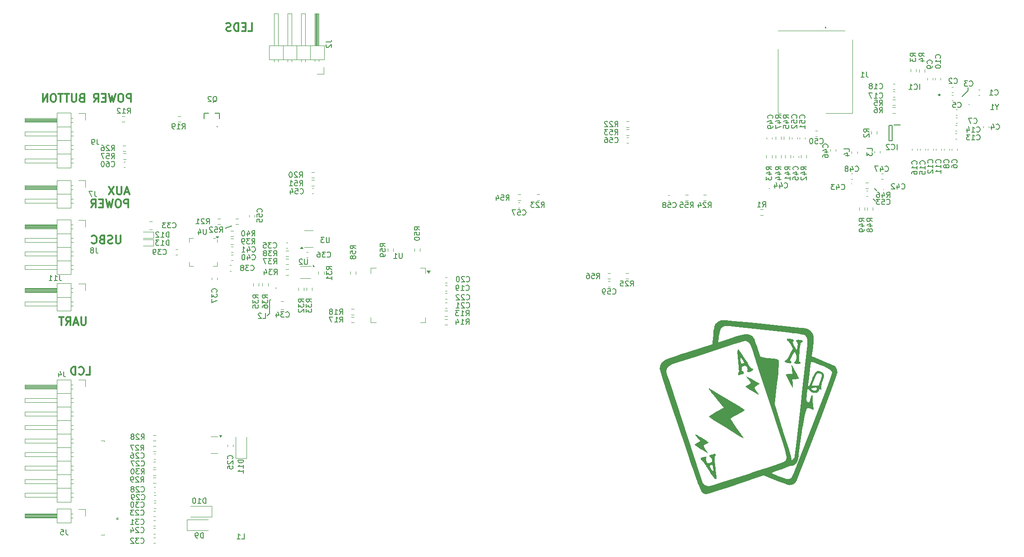
<source format=gbr>
%TF.GenerationSoftware,KiCad,Pcbnew,8.0.2*%
%TF.CreationDate,2025-01-20T18:22:29-05:00*%
%TF.ProjectId,Ecardz-Controller,45636172-647a-42d4-936f-6e74726f6c6c,rev?*%
%TF.SameCoordinates,Original*%
%TF.FileFunction,Legend,Bot*%
%TF.FilePolarity,Positive*%
%FSLAX46Y46*%
G04 Gerber Fmt 4.6, Leading zero omitted, Abs format (unit mm)*
G04 Created by KiCad (PCBNEW 8.0.2) date 2025-01-20 18:22:29*
%MOMM*%
%LPD*%
G01*
G04 APERTURE LIST*
%ADD10C,0.150000*%
%ADD11C,0.000000*%
%ADD12C,0.300000*%
%ADD13C,0.120000*%
%ADD14C,0.200000*%
%ADD15C,0.250000*%
%ADD16C,0.100000*%
G04 APERTURE END LIST*
D10*
X210200000Y-124500000D02*
X209800000Y-124100000D01*
D11*
G36*
X179989349Y-176935582D02*
G01*
X180129330Y-178063975D01*
X180136416Y-178142085D01*
X180141705Y-178212610D01*
X180145050Y-178275900D01*
X180146307Y-178332306D01*
X180145332Y-178382181D01*
X180141980Y-178425875D01*
X180136107Y-178463740D01*
X180127566Y-178496127D01*
X180122251Y-178510376D01*
X180116215Y-178523388D01*
X180109439Y-178535206D01*
X180101907Y-178545874D01*
X180093600Y-178555436D01*
X180084499Y-178563937D01*
X180074587Y-178571419D01*
X180063846Y-178577927D01*
X180052257Y-178583505D01*
X180039802Y-178588197D01*
X180012224Y-178595097D01*
X179980967Y-178598980D01*
X179945885Y-178600196D01*
X179929309Y-178598625D01*
X179911331Y-178593915D01*
X179891959Y-178586069D01*
X179871196Y-178575088D01*
X179849048Y-178560976D01*
X179825521Y-178543734D01*
X179800619Y-178523366D01*
X179774347Y-178499875D01*
X179746712Y-178473262D01*
X179717717Y-178443530D01*
X179655671Y-178374721D01*
X179588250Y-178293469D01*
X179515497Y-178199793D01*
X179437452Y-178093716D01*
X179354156Y-177975256D01*
X179265651Y-177844435D01*
X179171979Y-177701274D01*
X179073181Y-177545794D01*
X178969297Y-177378014D01*
X178860370Y-177197956D01*
X178746441Y-177005640D01*
X178543594Y-176684200D01*
X178340747Y-176370862D01*
X178216507Y-176184000D01*
X178869804Y-176184000D01*
X178870529Y-176199367D01*
X178872546Y-176215571D01*
X178875865Y-176232664D01*
X178880497Y-176250697D01*
X178886452Y-176269723D01*
X178893740Y-176289792D01*
X178902372Y-176310957D01*
X178912358Y-176333269D01*
X178923707Y-176356780D01*
X178936432Y-176381542D01*
X178950541Y-176407606D01*
X178966046Y-176435023D01*
X178982956Y-176463847D01*
X179001282Y-176494128D01*
X179042223Y-176559267D01*
X179088952Y-176630857D01*
X179141552Y-176709308D01*
X179508440Y-177259641D01*
X179508440Y-176808085D01*
X179507135Y-176719036D01*
X179503287Y-176632136D01*
X179496999Y-176547883D01*
X179488376Y-176466771D01*
X179477521Y-176389298D01*
X179464536Y-176315959D01*
X179449526Y-176247250D01*
X179432593Y-176183667D01*
X179413842Y-176125706D01*
X179393374Y-176073865D01*
X179371295Y-176028637D01*
X179347706Y-175990521D01*
X179322712Y-175960011D01*
X179309720Y-175947764D01*
X179296415Y-175937604D01*
X179282811Y-175929594D01*
X179268919Y-175923796D01*
X179254754Y-175920272D01*
X179240328Y-175919083D01*
X179231423Y-175919734D01*
X179220678Y-175921646D01*
X179208238Y-175924757D01*
X179194248Y-175929005D01*
X179178852Y-175934328D01*
X179162195Y-175940664D01*
X179144421Y-175947950D01*
X179125677Y-175956125D01*
X179106105Y-175965128D01*
X179085851Y-175974895D01*
X179065060Y-175985364D01*
X179043876Y-175996475D01*
X179022444Y-176008164D01*
X179000909Y-176020371D01*
X178979415Y-176033031D01*
X178958108Y-176046085D01*
X178944136Y-176055437D01*
X178931333Y-176065006D01*
X178919707Y-176074843D01*
X178909270Y-176085001D01*
X178900032Y-176095531D01*
X178892004Y-176106485D01*
X178885194Y-176117914D01*
X178879615Y-176129871D01*
X178875276Y-176142406D01*
X178872188Y-176155571D01*
X178870360Y-176169419D01*
X178869804Y-176184000D01*
X178216507Y-176184000D01*
X178143191Y-176073729D01*
X177956218Y-175800905D01*
X177785121Y-175560493D01*
X177635190Y-175360595D01*
X177511719Y-175209314D01*
X177461558Y-175154437D01*
X177419997Y-175114753D01*
X177381802Y-175080970D01*
X177346606Y-175048389D01*
X177314434Y-175016971D01*
X177285308Y-174986677D01*
X177259251Y-174957468D01*
X177236288Y-174929306D01*
X177216440Y-174902151D01*
X177199732Y-174875965D01*
X177186186Y-174850709D01*
X177175826Y-174826345D01*
X177168676Y-174802833D01*
X177164757Y-174780136D01*
X177164094Y-174758213D01*
X177166711Y-174737027D01*
X177172629Y-174716539D01*
X177181873Y-174696709D01*
X177194465Y-174677500D01*
X177210429Y-174658872D01*
X177229788Y-174640786D01*
X177252566Y-174623205D01*
X177278785Y-174606088D01*
X177308470Y-174589398D01*
X177341642Y-174573095D01*
X177378326Y-174557142D01*
X177418544Y-174541498D01*
X177462321Y-174526126D01*
X177509678Y-174510986D01*
X177560640Y-174496040D01*
X177673470Y-174466574D01*
X177800997Y-174437418D01*
X177878453Y-174420261D01*
X177947042Y-174405998D01*
X178007155Y-174394877D01*
X178059187Y-174387147D01*
X178103529Y-174383054D01*
X178122939Y-174382449D01*
X178140574Y-174382847D01*
X178156483Y-174384278D01*
X178170715Y-174386774D01*
X178183319Y-174390366D01*
X178194345Y-174395084D01*
X178203841Y-174400959D01*
X178211856Y-174408024D01*
X178218440Y-174416307D01*
X178223642Y-174425842D01*
X178227511Y-174436658D01*
X178230095Y-174448786D01*
X178231444Y-174462258D01*
X178231607Y-174477105D01*
X178228572Y-174511046D01*
X178221382Y-174550858D01*
X178210430Y-174596788D01*
X178196108Y-174649085D01*
X178189070Y-174680474D01*
X178183788Y-174713663D01*
X178178248Y-174784711D01*
X178178992Y-174860762D01*
X178185524Y-174940347D01*
X178197348Y-175021999D01*
X178213967Y-175104251D01*
X178234885Y-175185634D01*
X178259607Y-175264682D01*
X178287637Y-175339926D01*
X178318477Y-175409900D01*
X178351633Y-175473134D01*
X178386607Y-175528163D01*
X178422905Y-175573518D01*
X178441395Y-175592109D01*
X178460029Y-175607731D01*
X178478746Y-175620201D01*
X178497484Y-175629335D01*
X178516181Y-175634950D01*
X178534774Y-175636863D01*
X178547139Y-175636208D01*
X178562914Y-175634272D01*
X178581872Y-175631096D01*
X178603787Y-175626720D01*
X178655574Y-175614538D01*
X178716455Y-175598057D01*
X178784613Y-175577607D01*
X178858228Y-175553519D01*
X178935481Y-175526124D01*
X178974903Y-175511290D01*
X179014553Y-175495753D01*
X179069499Y-175474851D01*
X179118098Y-175454218D01*
X179140103Y-175443880D01*
X179160621Y-175433461D01*
X179179687Y-175422913D01*
X179197335Y-175412188D01*
X179213598Y-175401234D01*
X179228510Y-175390004D01*
X179242104Y-175378449D01*
X179254413Y-175366519D01*
X179265473Y-175354166D01*
X179275315Y-175341339D01*
X179283974Y-175327991D01*
X179291483Y-175314071D01*
X179297875Y-175299531D01*
X179303185Y-175284323D01*
X179307447Y-175268396D01*
X179310692Y-175251701D01*
X179312956Y-175234190D01*
X179314272Y-175215813D01*
X179314672Y-175196522D01*
X179314192Y-175176267D01*
X179312865Y-175154999D01*
X179310723Y-175132669D01*
X179304132Y-175084627D01*
X179294689Y-175031748D01*
X179282662Y-174973639D01*
X179271273Y-174931347D01*
X179258354Y-174889304D01*
X179244030Y-174847756D01*
X179228424Y-174806952D01*
X179211660Y-174767141D01*
X179193862Y-174728570D01*
X179175156Y-174691487D01*
X179155663Y-174656140D01*
X179135509Y-174622778D01*
X179114818Y-174591648D01*
X179093714Y-174562999D01*
X179072319Y-174537078D01*
X179050760Y-174514134D01*
X179029159Y-174494414D01*
X179007642Y-174478167D01*
X178986330Y-174465641D01*
X178960864Y-174449768D01*
X178937379Y-174433908D01*
X178915874Y-174418074D01*
X178896345Y-174402279D01*
X178878790Y-174386535D01*
X178863207Y-174370856D01*
X178849592Y-174355254D01*
X178837944Y-174339743D01*
X178828259Y-174324335D01*
X178820536Y-174309044D01*
X178814771Y-174293881D01*
X178810962Y-174278861D01*
X178809106Y-174263996D01*
X178809201Y-174249299D01*
X178811245Y-174234782D01*
X178815234Y-174220460D01*
X178821166Y-174206344D01*
X178829038Y-174192447D01*
X178838848Y-174178784D01*
X178850594Y-174165365D01*
X178864272Y-174152205D01*
X178879880Y-174139317D01*
X178897416Y-174126713D01*
X178916877Y-174114405D01*
X178938260Y-174102408D01*
X178961563Y-174090734D01*
X178986783Y-174079396D01*
X179013918Y-174068407D01*
X179042965Y-174057779D01*
X179073921Y-174047526D01*
X179106784Y-174037661D01*
X179141552Y-174028196D01*
X179213237Y-174011080D01*
X179289057Y-173991815D01*
X179366531Y-173970896D01*
X179443177Y-173948820D01*
X179516517Y-173926082D01*
X179584069Y-173903179D01*
X179643353Y-173880608D01*
X179669119Y-173869601D01*
X179691888Y-173858863D01*
X179702509Y-173855223D01*
X179713195Y-173852231D01*
X179723927Y-173849875D01*
X179734688Y-173848142D01*
X179745459Y-173847018D01*
X179756223Y-173846491D01*
X179766961Y-173846549D01*
X179777655Y-173847177D01*
X179788286Y-173848363D01*
X179798838Y-173850095D01*
X179809292Y-173852359D01*
X179819629Y-173855142D01*
X179829832Y-173858432D01*
X179839883Y-173862215D01*
X179849763Y-173866478D01*
X179859454Y-173871210D01*
X179868939Y-173876396D01*
X179878199Y-173882024D01*
X179887216Y-173888081D01*
X179895972Y-173894554D01*
X179904450Y-173901430D01*
X179912630Y-173908696D01*
X179920494Y-173916339D01*
X179928026Y-173924347D01*
X179935206Y-173932706D01*
X179942017Y-173941404D01*
X179948440Y-173950427D01*
X179954457Y-173959762D01*
X179960051Y-173969398D01*
X179965202Y-173979320D01*
X179969894Y-173989516D01*
X179974108Y-173999973D01*
X179979071Y-174011918D01*
X179983386Y-174023927D01*
X179987065Y-174035982D01*
X179990121Y-174048066D01*
X179992568Y-174060161D01*
X179994417Y-174072247D01*
X179995683Y-174084308D01*
X179996378Y-174096325D01*
X179996514Y-174108280D01*
X179996105Y-174120154D01*
X179993704Y-174143591D01*
X179989277Y-174166491D01*
X179982928Y-174188708D01*
X179974759Y-174210098D01*
X179964875Y-174230517D01*
X179953379Y-174249820D01*
X179940373Y-174267862D01*
X179925962Y-174284499D01*
X179910249Y-174299585D01*
X179893337Y-174312976D01*
X179884463Y-174318991D01*
X179875329Y-174324528D01*
X179858716Y-174335575D01*
X179843300Y-174347920D01*
X179829119Y-174362115D01*
X179816212Y-174378713D01*
X179804617Y-174398266D01*
X179794374Y-174421329D01*
X179785520Y-174448453D01*
X179778096Y-174480192D01*
X179772139Y-174517098D01*
X179767688Y-174559726D01*
X179764783Y-174608626D01*
X179763461Y-174664353D01*
X179763762Y-174727460D01*
X179765725Y-174798499D01*
X179769387Y-174878023D01*
X179774789Y-174966585D01*
X179781968Y-175064738D01*
X179790963Y-175173036D01*
X179801814Y-175292030D01*
X179814559Y-175422275D01*
X179845885Y-175718725D01*
X179885252Y-176066811D01*
X179932970Y-176470955D01*
X179973878Y-176808085D01*
X179989349Y-176935582D01*
G37*
D10*
X88000000Y-131500000D02*
X89200000Y-131100000D01*
X227300000Y-105700000D02*
X227300000Y-105100000D01*
D11*
G36*
X186055996Y-156967862D02*
G01*
X186109505Y-157059237D01*
X186163924Y-157147862D01*
X186218839Y-157233304D01*
X186273836Y-157315128D01*
X186328503Y-157392901D01*
X186382426Y-157466189D01*
X186435191Y-157534557D01*
X186486385Y-157597571D01*
X186535595Y-157654797D01*
X186582407Y-157705802D01*
X186626408Y-157750151D01*
X186667184Y-157787409D01*
X186704322Y-157817144D01*
X186737408Y-157838920D01*
X186766030Y-157852305D01*
X186778537Y-157855714D01*
X186789773Y-157856862D01*
X186822606Y-157858001D01*
X186852346Y-157861338D01*
X186879043Y-157866757D01*
X186902745Y-157874143D01*
X186923501Y-157883379D01*
X186941361Y-157894349D01*
X186956373Y-157906936D01*
X186968588Y-157921024D01*
X186978053Y-157936497D01*
X186984818Y-157953239D01*
X186988932Y-157971133D01*
X186990444Y-157990064D01*
X186989403Y-158009914D01*
X186985858Y-158030568D01*
X186979859Y-158051909D01*
X186971454Y-158073821D01*
X186960693Y-158096188D01*
X186947625Y-158118893D01*
X186932298Y-158141820D01*
X186914762Y-158164854D01*
X186895066Y-158187877D01*
X186873259Y-158210773D01*
X186849390Y-158233427D01*
X186823508Y-158255722D01*
X186795663Y-158277541D01*
X186765903Y-158298768D01*
X186734277Y-158319287D01*
X186700835Y-158338982D01*
X186665626Y-158357737D01*
X186628698Y-158375435D01*
X186590102Y-158391960D01*
X186549885Y-158407195D01*
X186434853Y-158446514D01*
X186332762Y-158479653D01*
X186242990Y-158506383D01*
X186164917Y-158526478D01*
X186097924Y-158539711D01*
X186068388Y-158543683D01*
X186041390Y-158545854D01*
X186016851Y-158546195D01*
X185994695Y-158544679D01*
X185974844Y-158541277D01*
X185957219Y-158535960D01*
X185941745Y-158528700D01*
X185928343Y-158519468D01*
X185916935Y-158508237D01*
X185907445Y-158494977D01*
X185899794Y-158479661D01*
X185893905Y-158462259D01*
X185889701Y-158442744D01*
X185887105Y-158421087D01*
X185886038Y-158397259D01*
X185886422Y-158371233D01*
X185891239Y-158312470D01*
X185900933Y-158244570D01*
X185914886Y-158167307D01*
X185924237Y-158117502D01*
X185931153Y-158068670D01*
X185935683Y-158020878D01*
X185937871Y-157974189D01*
X185937765Y-157928667D01*
X185935412Y-157884378D01*
X185930856Y-157841387D01*
X185924146Y-157799756D01*
X185915328Y-157759553D01*
X185904447Y-157720840D01*
X185891551Y-157683682D01*
X185876686Y-157648145D01*
X185859899Y-157614292D01*
X185841236Y-157582188D01*
X185820744Y-157551898D01*
X185798469Y-157523487D01*
X185774457Y-157497019D01*
X185748756Y-157472558D01*
X185721411Y-157450170D01*
X185692470Y-157429918D01*
X185661978Y-157411868D01*
X185629983Y-157396084D01*
X185596530Y-157382630D01*
X185561666Y-157371572D01*
X185525439Y-157362973D01*
X185487893Y-157356899D01*
X185449076Y-157353414D01*
X185409035Y-157352582D01*
X185367815Y-157354469D01*
X185325463Y-157359138D01*
X185282027Y-157366655D01*
X185237551Y-157377083D01*
X185182271Y-157390712D01*
X185132655Y-157405416D01*
X185109880Y-157413300D01*
X185088413Y-157421608D01*
X185068217Y-157430391D01*
X185049256Y-157439701D01*
X185031494Y-157449591D01*
X185014895Y-157460110D01*
X184999422Y-157471312D01*
X184985040Y-157483248D01*
X184971712Y-157495969D01*
X184959402Y-157509527D01*
X184948073Y-157523974D01*
X184937691Y-157539362D01*
X184928218Y-157555741D01*
X184919618Y-157573165D01*
X184911856Y-157591684D01*
X184904894Y-157611351D01*
X184898697Y-157632216D01*
X184893229Y-157654332D01*
X184888453Y-157677750D01*
X184884334Y-157702522D01*
X184880835Y-157728699D01*
X184877919Y-157756334D01*
X184873696Y-157816183D01*
X184871374Y-157882480D01*
X184870664Y-157955640D01*
X184871315Y-158004884D01*
X184873227Y-158051937D01*
X184876338Y-158096592D01*
X184880586Y-158138643D01*
X184885908Y-158177882D01*
X184892244Y-158214104D01*
X184899530Y-158247101D01*
X184907705Y-158276667D01*
X184916707Y-158302595D01*
X184926473Y-158324678D01*
X184936943Y-158342709D01*
X184948053Y-158356483D01*
X184953830Y-158361708D01*
X184959743Y-158365791D01*
X184965785Y-158368707D01*
X184971949Y-158370429D01*
X184978226Y-158370931D01*
X184984609Y-158370187D01*
X184991091Y-158368173D01*
X184997663Y-158364861D01*
X185004358Y-158361181D01*
X185011202Y-158358075D01*
X185018181Y-158355537D01*
X185025279Y-158353562D01*
X185032480Y-158352145D01*
X185039769Y-158351281D01*
X185047130Y-158350965D01*
X185054548Y-158351192D01*
X185062008Y-158351956D01*
X185069493Y-158353252D01*
X185076989Y-158355076D01*
X185084479Y-158357421D01*
X185091949Y-158360283D01*
X185099383Y-158363656D01*
X185106765Y-158367536D01*
X185114079Y-158371918D01*
X185121312Y-158376795D01*
X185128446Y-158382163D01*
X185135466Y-158388017D01*
X185142357Y-158394352D01*
X185149103Y-158401162D01*
X185155689Y-158408442D01*
X185162100Y-158416188D01*
X185168319Y-158424393D01*
X185174332Y-158433053D01*
X185180122Y-158442163D01*
X185185675Y-158451717D01*
X185190974Y-158461710D01*
X185196005Y-158472138D01*
X185200752Y-158482994D01*
X185205198Y-158494274D01*
X185209330Y-158505973D01*
X185246454Y-158608031D01*
X185260459Y-158649252D01*
X185270846Y-158684788D01*
X185274547Y-158700625D01*
X185277181Y-158715280D01*
X185278694Y-158728836D01*
X185279031Y-158741370D01*
X185278139Y-158752964D01*
X185275962Y-158763698D01*
X185272446Y-158773651D01*
X185267538Y-158782904D01*
X185261183Y-158791537D01*
X185253327Y-158799630D01*
X185243916Y-158807263D01*
X185232894Y-158814516D01*
X185220209Y-158821469D01*
X185205806Y-158828203D01*
X185189630Y-158834798D01*
X185171627Y-158841332D01*
X185129924Y-158854544D01*
X185080262Y-158868480D01*
X184955329Y-158901084D01*
X184883617Y-158918778D01*
X184807604Y-158939449D01*
X184729607Y-158962104D01*
X184651941Y-158985751D01*
X184506861Y-159032053D01*
X184390885Y-159070417D01*
X184376581Y-159075377D01*
X184362770Y-159079670D01*
X184349450Y-159083292D01*
X184336618Y-159086237D01*
X184324272Y-159088500D01*
X184312410Y-159090075D01*
X184301028Y-159090958D01*
X184290123Y-159091143D01*
X184279695Y-159090625D01*
X184269739Y-159089400D01*
X184260253Y-159087461D01*
X184251235Y-159084804D01*
X184242683Y-159081423D01*
X184234592Y-159077314D01*
X184226962Y-159072471D01*
X184219789Y-159066889D01*
X184213070Y-159060563D01*
X184206804Y-159053488D01*
X184200988Y-159045658D01*
X184195618Y-159037069D01*
X184190693Y-159027714D01*
X184186210Y-159017590D01*
X184182165Y-159006690D01*
X184178558Y-158995011D01*
X184175385Y-158982545D01*
X184172643Y-158969290D01*
X184170330Y-158955238D01*
X184168443Y-158940385D01*
X184166980Y-158924726D01*
X184165939Y-158908256D01*
X184165108Y-158872861D01*
X184165760Y-158843788D01*
X184167672Y-158814901D01*
X184170782Y-158786386D01*
X184175030Y-158758429D01*
X184180353Y-158731216D01*
X184186688Y-158704934D01*
X184193975Y-158679767D01*
X184202150Y-158655903D01*
X184211152Y-158633527D01*
X184220918Y-158612826D01*
X184231388Y-158593985D01*
X184242498Y-158577190D01*
X184254187Y-158562628D01*
X184266393Y-158550484D01*
X184279054Y-158540944D01*
X184285535Y-158537210D01*
X184292107Y-158534196D01*
X184298392Y-158529046D01*
X184304020Y-158518965D01*
X184308998Y-158504062D01*
X184313329Y-158484448D01*
X184320074Y-158431535D01*
X184324298Y-158361114D01*
X184326041Y-158274074D01*
X184325345Y-158171303D01*
X184322251Y-158053691D01*
X184316801Y-157922126D01*
X184298997Y-157620694D01*
X184272263Y-157274118D01*
X184236930Y-156889507D01*
X184193330Y-156473974D01*
X184121142Y-155739754D01*
X184591306Y-155739754D01*
X184591337Y-155771029D01*
X184592381Y-155807058D01*
X184597259Y-155891890D01*
X184605445Y-155991274D01*
X184616442Y-156102233D01*
X184629753Y-156221792D01*
X184644884Y-156346973D01*
X184660477Y-156442299D01*
X184675698Y-156527496D01*
X184690836Y-156603019D01*
X184706180Y-156669324D01*
X184722021Y-156726864D01*
X184738647Y-156776094D01*
X184756348Y-156817470D01*
X184775413Y-156851445D01*
X184785548Y-156865800D01*
X184796132Y-156878476D01*
X184807202Y-156889529D01*
X184818794Y-156899016D01*
X184830944Y-156906994D01*
X184843688Y-156913520D01*
X184857063Y-156918650D01*
X184871104Y-156922442D01*
X184885848Y-156924953D01*
X184901331Y-156926239D01*
X184934659Y-156925364D01*
X184971377Y-156920272D01*
X185011774Y-156911419D01*
X185068467Y-156894937D01*
X185121356Y-156877463D01*
X185146012Y-156868458D01*
X185169284Y-156859328D01*
X185191026Y-156850116D01*
X185211093Y-156840862D01*
X185229342Y-156831609D01*
X185245627Y-156822396D01*
X185259804Y-156813267D01*
X185271727Y-156804261D01*
X185281253Y-156795421D01*
X185288236Y-156786788D01*
X185290729Y-156782562D01*
X185292532Y-156778403D01*
X185293627Y-156774316D01*
X185293996Y-156770307D01*
X185292173Y-156755856D01*
X185286851Y-156736552D01*
X185266601Y-156684813D01*
X185235023Y-156617944D01*
X185193896Y-156538796D01*
X185090102Y-156355076D01*
X184969441Y-156156473D01*
X184846134Y-155965808D01*
X184734402Y-155805900D01*
X184687322Y-155744612D01*
X184648467Y-155699571D01*
X184619618Y-155673629D01*
X184609500Y-155668712D01*
X184602550Y-155669640D01*
X184600069Y-155673105D01*
X184597910Y-155678177D01*
X184594531Y-155692956D01*
X184592350Y-155713606D01*
X184591306Y-155739754D01*
X184121142Y-155739754D01*
X184110785Y-155634418D01*
X184083910Y-155293705D01*
X184067432Y-155004213D01*
X184061951Y-154764827D01*
X184068066Y-154574430D01*
X184086377Y-154431907D01*
X184100293Y-154378248D01*
X184117483Y-154336140D01*
X184138021Y-154305441D01*
X184161983Y-154286014D01*
X184189443Y-154277717D01*
X184220477Y-154280412D01*
X184255159Y-154293959D01*
X184293565Y-154318218D01*
X184381846Y-154398316D01*
X184485918Y-154519590D01*
X184606383Y-154680924D01*
X184743839Y-154881201D01*
X184898885Y-155119305D01*
X185493316Y-156064751D01*
X185932910Y-156770307D01*
X186055996Y-156967862D01*
G37*
G36*
X193606736Y-152240750D02*
G01*
X193640997Y-152242092D01*
X193677902Y-152244291D01*
X193717540Y-152247339D01*
X193760002Y-152251223D01*
X193805378Y-152255934D01*
X193853760Y-152261462D01*
X193959900Y-152274925D01*
X194079145Y-152291531D01*
X194212218Y-152311195D01*
X194247309Y-152317298D01*
X194281110Y-152324958D01*
X194313573Y-152334081D01*
X194344648Y-152344571D01*
X194374287Y-152356332D01*
X194402440Y-152369269D01*
X194429058Y-152383286D01*
X194454092Y-152398287D01*
X194477494Y-152414177D01*
X194499213Y-152430860D01*
X194519201Y-152448241D01*
X194537409Y-152466224D01*
X194553787Y-152484714D01*
X194568287Y-152503614D01*
X194580860Y-152522830D01*
X194591455Y-152542265D01*
X194600026Y-152561824D01*
X194606521Y-152581411D01*
X194610892Y-152600932D01*
X194613091Y-152620289D01*
X194613067Y-152639388D01*
X194610772Y-152658134D01*
X194606157Y-152676429D01*
X194599172Y-152694180D01*
X194589769Y-152711289D01*
X194577899Y-152727663D01*
X194563512Y-152743204D01*
X194546559Y-152757818D01*
X194526991Y-152771408D01*
X194504759Y-152783880D01*
X194479815Y-152795137D01*
X194452108Y-152805084D01*
X194444789Y-152808715D01*
X194438699Y-152814289D01*
X194433830Y-152821765D01*
X194430169Y-152831101D01*
X194427708Y-152842257D01*
X194426435Y-152855189D01*
X194426340Y-152869859D01*
X194427413Y-152886223D01*
X194429644Y-152904241D01*
X194433021Y-152923871D01*
X194443177Y-152967803D01*
X194457798Y-153017688D01*
X194476802Y-153073195D01*
X194500104Y-153133994D01*
X194527624Y-153199754D01*
X194559277Y-153270145D01*
X194594983Y-153344834D01*
X194634656Y-153423493D01*
X194678216Y-153505789D01*
X194725580Y-153591393D01*
X194776664Y-153679973D01*
X195242330Y-154498417D01*
X195312885Y-153736419D01*
X195322311Y-153639150D01*
X195329422Y-153548289D01*
X195334218Y-153463629D01*
X195336698Y-153384963D01*
X195336864Y-153312086D01*
X195334714Y-153244789D01*
X195330249Y-153182867D01*
X195323469Y-153126112D01*
X195314374Y-153074318D01*
X195302964Y-153027279D01*
X195289239Y-152984787D01*
X195273198Y-152946636D01*
X195254843Y-152912619D01*
X195234173Y-152882530D01*
X195211187Y-152856161D01*
X195185886Y-152833306D01*
X195157147Y-152809746D01*
X195131757Y-152786708D01*
X195109674Y-152764217D01*
X195090857Y-152742300D01*
X195075264Y-152720983D01*
X195062855Y-152700291D01*
X195053587Y-152680250D01*
X195047421Y-152660886D01*
X195044313Y-152642225D01*
X195044224Y-152624292D01*
X195047111Y-152607114D01*
X195052933Y-152590716D01*
X195061649Y-152575125D01*
X195073217Y-152560365D01*
X195087597Y-152546463D01*
X195104747Y-152533445D01*
X195124625Y-152521336D01*
X195147190Y-152510163D01*
X195172402Y-152499951D01*
X195200217Y-152490726D01*
X195230596Y-152482514D01*
X195263497Y-152475340D01*
X195298878Y-152469231D01*
X195336698Y-152464213D01*
X195376916Y-152460310D01*
X195419491Y-152457550D01*
X195464380Y-152455958D01*
X195511544Y-152455559D01*
X195560940Y-152456380D01*
X195612527Y-152458446D01*
X195666263Y-152461784D01*
X195722108Y-152466418D01*
X195791393Y-152474852D01*
X195856357Y-152484277D01*
X195916980Y-152494695D01*
X195973242Y-152506105D01*
X196025122Y-152518507D01*
X196072598Y-152531902D01*
X196115652Y-152546288D01*
X196154261Y-152561667D01*
X196188405Y-152578038D01*
X196218064Y-152595401D01*
X196243217Y-152613757D01*
X196263843Y-152633104D01*
X196279921Y-152653444D01*
X196291431Y-152674776D01*
X196295466Y-152685814D01*
X196298352Y-152697100D01*
X196300085Y-152708635D01*
X196300664Y-152720417D01*
X196300417Y-152730916D01*
X196299685Y-152741239D01*
X196298478Y-152751376D01*
X196296805Y-152761317D01*
X196294678Y-152771051D01*
X196292106Y-152780568D01*
X196289100Y-152789858D01*
X196285671Y-152798910D01*
X196281828Y-152807714D01*
X196277582Y-152816260D01*
X196272943Y-152824537D01*
X196267922Y-152832534D01*
X196262528Y-152840243D01*
X196256773Y-152847651D01*
X196250667Y-152854750D01*
X196244219Y-152861528D01*
X196237441Y-152867976D01*
X196230343Y-152874082D01*
X196222934Y-152879837D01*
X196215225Y-152885231D01*
X196207228Y-152890252D01*
X196198951Y-152894891D01*
X196190405Y-152899137D01*
X196181601Y-152902980D01*
X196172549Y-152906410D01*
X196163260Y-152909415D01*
X196153743Y-152911987D01*
X196144008Y-152914115D01*
X196134068Y-152915787D01*
X196123930Y-152916995D01*
X196113607Y-152917727D01*
X196103108Y-152917973D01*
X196083590Y-152919449D01*
X196064706Y-152923992D01*
X196046426Y-152931775D01*
X196028722Y-152942971D01*
X196011565Y-152957753D01*
X195994929Y-152976295D01*
X195978783Y-152998770D01*
X195963099Y-153025350D01*
X195947850Y-153056209D01*
X195933006Y-153091520D01*
X195918540Y-153131456D01*
X195904422Y-153176190D01*
X195890625Y-153225896D01*
X195877120Y-153280745D01*
X195863878Y-153340913D01*
X195850872Y-153406571D01*
X195838072Y-153477892D01*
X195825451Y-153555051D01*
X195812979Y-153638219D01*
X195800629Y-153727571D01*
X195776179Y-153925516D01*
X195751874Y-154150270D01*
X195727486Y-154403219D01*
X195702788Y-154685748D01*
X195677553Y-154999242D01*
X195651553Y-155345084D01*
X195629118Y-155653682D01*
X195614952Y-155914159D01*
X195609385Y-156128665D01*
X195609929Y-156219350D01*
X195612747Y-156299349D01*
X195617880Y-156368929D01*
X195625370Y-156428361D01*
X195635257Y-156477912D01*
X195647584Y-156517851D01*
X195662391Y-156548446D01*
X195679720Y-156569968D01*
X195699612Y-156582684D01*
X195722108Y-156586863D01*
X195730003Y-156587150D01*
X195737804Y-156588000D01*
X195745502Y-156589397D01*
X195753087Y-156591328D01*
X195760547Y-156593774D01*
X195767873Y-156596722D01*
X195775054Y-156600156D01*
X195782080Y-156604060D01*
X195788941Y-156608419D01*
X195795627Y-156613217D01*
X195802126Y-156618439D01*
X195808428Y-156624069D01*
X195814524Y-156630092D01*
X195820404Y-156636492D01*
X195826055Y-156643254D01*
X195831469Y-156650362D01*
X195836635Y-156657801D01*
X195841543Y-156665555D01*
X195846181Y-156673609D01*
X195850541Y-156681947D01*
X195854611Y-156690553D01*
X195858382Y-156699413D01*
X195861843Y-156708511D01*
X195864983Y-156717831D01*
X195867792Y-156727358D01*
X195870261Y-156737075D01*
X195872378Y-156746969D01*
X195874133Y-156757023D01*
X195875516Y-156767221D01*
X195876517Y-156777549D01*
X195877125Y-156787990D01*
X195877330Y-156798530D01*
X195875094Y-156820479D01*
X195868535Y-156841338D01*
X195857878Y-156861091D01*
X195843348Y-156879723D01*
X195825169Y-156897218D01*
X195803567Y-156913561D01*
X195778766Y-156928736D01*
X195750992Y-156942727D01*
X195720468Y-156955519D01*
X195687419Y-156967097D01*
X195652071Y-156977446D01*
X195614649Y-156986548D01*
X195534478Y-157000956D01*
X195448705Y-157010195D01*
X195359130Y-157014143D01*
X195267549Y-157012675D01*
X195175761Y-157005668D01*
X195085565Y-156992997D01*
X195041626Y-156984499D01*
X194998759Y-156974538D01*
X194957189Y-156963099D01*
X194917141Y-156950167D01*
X194878840Y-156935726D01*
X194842510Y-156919761D01*
X194808377Y-156902255D01*
X194776664Y-156883195D01*
X194762567Y-156874053D01*
X194749386Y-156865132D01*
X194737123Y-156856402D01*
X194725786Y-156847834D01*
X194715380Y-156839401D01*
X194705908Y-156831074D01*
X194697377Y-156822824D01*
X194689792Y-156814623D01*
X194683157Y-156806444D01*
X194677479Y-156798256D01*
X194672762Y-156790032D01*
X194669011Y-156781744D01*
X194666232Y-156773362D01*
X194664429Y-156764859D01*
X194663608Y-156756207D01*
X194663774Y-156747375D01*
X194664933Y-156738338D01*
X194667089Y-156729065D01*
X194670247Y-156719528D01*
X194674413Y-156709700D01*
X194679592Y-156699551D01*
X194685789Y-156689054D01*
X194693009Y-156678179D01*
X194701257Y-156666898D01*
X194710539Y-156655184D01*
X194720860Y-156643007D01*
X194732225Y-156630339D01*
X194744638Y-156617151D01*
X194758106Y-156603416D01*
X194772633Y-156589105D01*
X194804887Y-156558640D01*
X194834650Y-156527440D01*
X194863077Y-156494741D01*
X194890156Y-156460615D01*
X194915873Y-156425136D01*
X194963171Y-156350405D01*
X195004867Y-156271126D01*
X195040858Y-156187879D01*
X195071040Y-156101242D01*
X195095311Y-156011793D01*
X195113566Y-155920113D01*
X195125703Y-155826778D01*
X195131618Y-155732369D01*
X195131208Y-155637463D01*
X195124370Y-155542640D01*
X195110999Y-155448479D01*
X195090994Y-155355558D01*
X195064249Y-155264456D01*
X195048318Y-155219768D01*
X195030663Y-155175751D01*
X194993098Y-155088687D01*
X194955037Y-155008402D01*
X194936078Y-154971268D01*
X194917306Y-154936386D01*
X194898823Y-154903943D01*
X194880733Y-154874126D01*
X194863139Y-154847120D01*
X194846144Y-154823111D01*
X194829852Y-154802285D01*
X194814366Y-154784829D01*
X194799790Y-154770928D01*
X194786227Y-154760768D01*
X194773780Y-154754536D01*
X194768007Y-154752951D01*
X194762553Y-154752418D01*
X194758011Y-154753443D01*
X194752352Y-154756486D01*
X194745612Y-154761498D01*
X194737830Y-154768430D01*
X194719299Y-154787857D01*
X194697068Y-154814374D01*
X194671447Y-154847588D01*
X194642746Y-154887107D01*
X194611275Y-154932537D01*
X194577344Y-154983487D01*
X194541264Y-155039563D01*
X194503344Y-155100372D01*
X194463894Y-155165522D01*
X194423224Y-155234620D01*
X194381646Y-155307274D01*
X194339467Y-155383090D01*
X194297000Y-155461676D01*
X194254552Y-155542639D01*
X194153928Y-155743998D01*
X194073974Y-155915261D01*
X194041594Y-155990123D01*
X194014195Y-156058080D01*
X193991716Y-156119341D01*
X193974094Y-156174111D01*
X193961268Y-156222598D01*
X193953175Y-156265007D01*
X193949754Y-156301545D01*
X193950943Y-156332420D01*
X193956679Y-156357838D01*
X193966900Y-156378006D01*
X193973674Y-156386185D01*
X193981545Y-156393130D01*
X194000552Y-156403417D01*
X194022298Y-156412202D01*
X194042561Y-156422600D01*
X194061346Y-156434485D01*
X194078659Y-156447735D01*
X194094504Y-156462225D01*
X194108886Y-156477832D01*
X194121811Y-156494430D01*
X194133285Y-156511897D01*
X194143311Y-156530108D01*
X194151895Y-156548939D01*
X194159043Y-156568266D01*
X194164759Y-156587965D01*
X194169049Y-156607912D01*
X194171918Y-156627983D01*
X194173371Y-156648054D01*
X194173413Y-156668001D01*
X194172050Y-156687700D01*
X194169286Y-156707027D01*
X194165127Y-156725858D01*
X194159578Y-156744069D01*
X194152644Y-156761536D01*
X194144330Y-156778134D01*
X194134641Y-156793741D01*
X194123584Y-156808231D01*
X194111162Y-156821480D01*
X194097380Y-156833366D01*
X194082245Y-156843763D01*
X194065761Y-156852548D01*
X194047934Y-156859597D01*
X194028768Y-156864785D01*
X194008269Y-156867989D01*
X193986442Y-156869085D01*
X193890682Y-156866825D01*
X193794509Y-156860265D01*
X193698831Y-156849737D01*
X193604560Y-156835571D01*
X193512603Y-156818097D01*
X193423871Y-156797647D01*
X193339274Y-156774551D01*
X193259720Y-156749140D01*
X193186119Y-156721744D01*
X193119380Y-156692695D01*
X193060414Y-156662323D01*
X193010129Y-156630959D01*
X192969436Y-156598933D01*
X192939243Y-156566577D01*
X192928369Y-156550378D01*
X192920461Y-156534220D01*
X192915632Y-156518146D01*
X192913998Y-156502195D01*
X192914244Y-156491696D01*
X192914976Y-156481373D01*
X192916184Y-156471235D01*
X192917856Y-156461295D01*
X192919983Y-156451561D01*
X192922555Y-156442043D01*
X192925561Y-156432754D01*
X192928991Y-156423702D01*
X192932834Y-156414898D01*
X192937080Y-156406352D01*
X192941719Y-156398076D01*
X192946740Y-156390078D01*
X192952133Y-156382370D01*
X192957888Y-156374961D01*
X192963994Y-156367863D01*
X192970442Y-156361084D01*
X192977220Y-156354637D01*
X192984319Y-156348531D01*
X192991727Y-156342776D01*
X192999436Y-156337382D01*
X193007434Y-156332361D01*
X193015711Y-156327722D01*
X193024256Y-156323476D01*
X193033060Y-156319634D01*
X193042112Y-156316204D01*
X193051402Y-156313198D01*
X193060919Y-156310626D01*
X193070653Y-156308499D01*
X193080594Y-156306827D01*
X193090731Y-156305619D01*
X193101054Y-156304887D01*
X193111553Y-156304641D01*
X193122790Y-156303205D01*
X193135303Y-156298946D01*
X193149047Y-156291932D01*
X193163973Y-156282234D01*
X193180037Y-156269921D01*
X193197191Y-156255062D01*
X193215389Y-156237729D01*
X193234584Y-156217990D01*
X193275780Y-156171574D01*
X193320408Y-156116373D01*
X193368095Y-156052945D01*
X193418469Y-155981849D01*
X193471158Y-155903642D01*
X193525790Y-155818882D01*
X193581993Y-155728128D01*
X193639396Y-155631937D01*
X193697624Y-155530868D01*
X193756308Y-155425479D01*
X193815074Y-155316328D01*
X193873551Y-155203973D01*
X194437997Y-154117418D01*
X194099331Y-153440084D01*
X194023594Y-153304319D01*
X193945872Y-153174178D01*
X193868151Y-153052635D01*
X193792414Y-152942667D01*
X193755910Y-152892955D01*
X193720645Y-152847252D01*
X193686870Y-152805932D01*
X193654830Y-152769366D01*
X193624775Y-152737926D01*
X193596953Y-152711985D01*
X193571610Y-152691914D01*
X193548997Y-152678085D01*
X193528016Y-152669338D01*
X193507490Y-152659040D01*
X193487543Y-152647296D01*
X193468299Y-152634208D01*
X193449881Y-152619880D01*
X193432415Y-152604415D01*
X193416023Y-152587916D01*
X193400830Y-152570487D01*
X193386960Y-152552232D01*
X193374537Y-152533252D01*
X193368907Y-152523524D01*
X193363685Y-152513653D01*
X193358887Y-152503653D01*
X193354528Y-152493537D01*
X193350624Y-152483318D01*
X193347190Y-152473008D01*
X193344242Y-152462621D01*
X193341795Y-152452169D01*
X193339865Y-152441665D01*
X193338467Y-152431122D01*
X193337617Y-152420554D01*
X193337330Y-152409973D01*
X193337717Y-152391988D01*
X193338939Y-152375067D01*
X193341085Y-152359201D01*
X193344248Y-152344379D01*
X193348516Y-152330590D01*
X193353980Y-152317824D01*
X193360731Y-152306071D01*
X193364617Y-152300571D01*
X193368859Y-152295320D01*
X193373468Y-152290318D01*
X193378455Y-152285562D01*
X193383832Y-152281052D01*
X193389609Y-152276786D01*
X193395799Y-152272763D01*
X193402412Y-152268981D01*
X193416953Y-152262137D01*
X193433324Y-152256244D01*
X193451614Y-152251292D01*
X193471915Y-152247270D01*
X193494316Y-152244168D01*
X193518908Y-152241975D01*
X193545782Y-152240681D01*
X193575028Y-152240276D01*
X193606736Y-152240750D01*
G37*
G36*
X185757342Y-159336986D02*
G01*
X185781657Y-159342719D01*
X185817796Y-159355397D01*
X185865056Y-159374689D01*
X185922733Y-159400265D01*
X185990126Y-159431795D01*
X186151246Y-159511390D01*
X186342793Y-159610829D01*
X186559145Y-159727466D01*
X186794680Y-159858655D01*
X187043774Y-160001751D01*
X188285552Y-160721418D01*
X187777550Y-161003641D01*
X187725337Y-161035684D01*
X187674694Y-161068161D01*
X187625870Y-161100844D01*
X187579113Y-161133507D01*
X187534672Y-161165922D01*
X187492793Y-161197861D01*
X187453726Y-161229098D01*
X187417718Y-161259404D01*
X187385017Y-161288553D01*
X187355872Y-161316317D01*
X187330530Y-161342468D01*
X187309239Y-161366780D01*
X187292248Y-161389025D01*
X187279804Y-161408975D01*
X187272156Y-161426404D01*
X187270208Y-161434101D01*
X187269552Y-161441083D01*
X187270125Y-161449716D01*
X187271826Y-161459704D01*
X187278481Y-161483555D01*
X187289272Y-161512242D01*
X187303948Y-161545374D01*
X187322262Y-161582557D01*
X187343966Y-161623399D01*
X187368812Y-161667506D01*
X187396552Y-161714487D01*
X187426938Y-161763948D01*
X187459721Y-161815497D01*
X187494654Y-161868741D01*
X187531489Y-161923287D01*
X187569978Y-161978743D01*
X187609872Y-162034715D01*
X187650924Y-162090812D01*
X187692886Y-162146639D01*
X187778682Y-162260686D01*
X187855383Y-162368448D01*
X187921832Y-162467612D01*
X187976871Y-162555862D01*
X188019342Y-162630882D01*
X188035503Y-162662708D01*
X188048088Y-162690358D01*
X188056953Y-162713544D01*
X188061951Y-162731975D01*
X188062940Y-162745363D01*
X188061885Y-162750074D01*
X188059774Y-162753417D01*
X188047724Y-162754332D01*
X188022736Y-162746847D01*
X187937432Y-162708796D01*
X187649891Y-162555200D01*
X187252878Y-162326528D01*
X186802122Y-162056681D01*
X186353350Y-161779558D01*
X185962290Y-161529059D01*
X185684671Y-161339082D01*
X185605816Y-161277384D01*
X185584426Y-161256712D01*
X185576220Y-161243529D01*
X185576876Y-161239234D01*
X185578821Y-161234300D01*
X185582022Y-161228751D01*
X185586445Y-161222610D01*
X185592056Y-161215901D01*
X185598823Y-161208647D01*
X185615687Y-161192596D01*
X185636767Y-161174644D01*
X185661795Y-161154976D01*
X185690503Y-161133778D01*
X185722622Y-161111237D01*
X185757882Y-161087538D01*
X185796016Y-161062867D01*
X185836754Y-161037411D01*
X185879828Y-161011356D01*
X185924969Y-160984887D01*
X185971909Y-160958191D01*
X186020378Y-160931453D01*
X186070109Y-160904860D01*
X186168307Y-160846239D01*
X186260387Y-160787784D01*
X186344200Y-160730981D01*
X186417594Y-160677321D01*
X186449713Y-160652134D01*
X186478421Y-160628290D01*
X186503450Y-160605977D01*
X186524530Y-160585378D01*
X186541394Y-160566682D01*
X186553772Y-160550073D01*
X186561397Y-160535738D01*
X186563342Y-160529481D01*
X186563998Y-160523862D01*
X186563424Y-160516674D01*
X186561720Y-160508363D01*
X186558916Y-160498960D01*
X186555040Y-160488502D01*
X186544185Y-160464548D01*
X186529381Y-160436770D01*
X186510857Y-160405437D01*
X186488839Y-160370817D01*
X186463555Y-160333179D01*
X186435233Y-160292793D01*
X186404099Y-160249925D01*
X186370382Y-160204846D01*
X186296105Y-160109128D01*
X186214222Y-160007787D01*
X186126551Y-159902973D01*
X186035518Y-159798848D01*
X185953911Y-159699685D01*
X185883218Y-159607797D01*
X185852429Y-159565305D01*
X185824927Y-159525501D01*
X185800897Y-159488673D01*
X185780527Y-159455110D01*
X185764001Y-159425104D01*
X185751505Y-159398942D01*
X185743227Y-159376914D01*
X185739351Y-159359309D01*
X185739123Y-159352257D01*
X185740065Y-159346418D01*
X185742200Y-159341830D01*
X185745553Y-159338529D01*
X185749838Y-159336827D01*
X185757342Y-159336986D01*
G37*
D10*
X96500000Y-144900000D02*
X96300000Y-145100000D01*
X227300000Y-105700000D02*
X226200000Y-106800000D01*
X96300000Y-147500000D02*
X95900000Y-147900000D01*
X96300000Y-145100000D02*
X96300000Y-147500000D01*
D11*
G36*
X194215725Y-157152947D02*
G01*
X194220921Y-157157814D01*
X194236196Y-157176911D01*
X194257673Y-157207954D01*
X194284979Y-157250305D01*
X194355590Y-157366363D01*
X194445052Y-157519959D01*
X194550390Y-157705967D01*
X194668625Y-157919259D01*
X194796783Y-158154711D01*
X194931885Y-158407195D01*
X195190296Y-158894469D01*
X195401080Y-159310306D01*
X195481999Y-159477379D01*
X195543073Y-159609726D01*
X195581658Y-159701724D01*
X195591690Y-159730835D01*
X195595108Y-159747750D01*
X195594288Y-159751717D01*
X195591856Y-159755677D01*
X195587853Y-159759621D01*
X195582320Y-159763542D01*
X195575299Y-159767432D01*
X195566831Y-159771284D01*
X195545719Y-159778839D01*
X195519316Y-159786146D01*
X195487952Y-159793143D01*
X195451957Y-159799768D01*
X195411663Y-159805959D01*
X195367401Y-159811654D01*
X195319500Y-159816791D01*
X195268292Y-159821307D01*
X195214108Y-159825142D01*
X195157278Y-159828232D01*
X195098132Y-159830516D01*
X195037003Y-159831932D01*
X194974219Y-159832418D01*
X194353330Y-159832418D01*
X194409774Y-160707306D01*
X194480331Y-161596306D01*
X193774775Y-160255752D01*
X193083330Y-158915195D01*
X193718330Y-158872861D01*
X194353330Y-158830529D01*
X194268664Y-157983861D01*
X194248875Y-157818442D01*
X194232063Y-157663275D01*
X194218558Y-157521999D01*
X194208691Y-157398251D01*
X194202793Y-157295670D01*
X194201195Y-157217893D01*
X194204226Y-157168560D01*
X194207582Y-157155696D01*
X194209737Y-157152413D01*
X194212218Y-157151307D01*
X194215725Y-157152947D01*
G37*
D10*
X209900000Y-126400000D02*
X209500000Y-126000000D01*
D11*
G36*
X178740099Y-161576515D02*
G01*
X178746302Y-161576958D01*
X178752702Y-161577753D01*
X178759280Y-161578894D01*
X178766018Y-161580377D01*
X178772898Y-161582195D01*
X178779902Y-161584344D01*
X178787013Y-161586818D01*
X178794211Y-161589613D01*
X178801478Y-161592723D01*
X178808798Y-161596143D01*
X178816151Y-161599868D01*
X178823520Y-161603893D01*
X178830886Y-161608212D01*
X178838231Y-161612821D01*
X178845538Y-161617714D01*
X178852788Y-161622886D01*
X178859962Y-161628331D01*
X178867044Y-161634046D01*
X178874015Y-161640024D01*
X178880857Y-161646261D01*
X178887551Y-161652750D01*
X178917034Y-161675398D01*
X178977896Y-161716195D01*
X179186972Y-161848101D01*
X179907079Y-162284223D01*
X180939395Y-162894970D01*
X182175442Y-163614196D01*
X183412369Y-164331436D01*
X184429691Y-164938875D01*
X184823755Y-165181989D01*
X185124223Y-165374335D01*
X185318195Y-165508143D01*
X185371215Y-165550666D01*
X185392774Y-165575640D01*
X185394886Y-165582499D01*
X185395947Y-165589830D01*
X185395979Y-165597611D01*
X185395006Y-165605819D01*
X185393052Y-165614429D01*
X185390138Y-165623420D01*
X185386290Y-165632767D01*
X185381529Y-165642447D01*
X185375880Y-165652437D01*
X185369365Y-165662715D01*
X185362007Y-165673255D01*
X185353831Y-165684036D01*
X185344858Y-165695034D01*
X185335114Y-165706226D01*
X185313399Y-165729098D01*
X185288874Y-165752466D01*
X185261723Y-165776145D01*
X185232133Y-165799947D01*
X185200290Y-165823687D01*
X185166381Y-165847179D01*
X185130589Y-165870237D01*
X185093103Y-165892675D01*
X185054108Y-165914307D01*
X184850572Y-166020498D01*
X184550297Y-166187048D01*
X183807038Y-166614570D01*
X183119342Y-167023572D01*
X182888520Y-167166971D01*
X182782218Y-167240751D01*
X182778752Y-167247085D01*
X182778963Y-167258190D01*
X182782889Y-167274120D01*
X182790570Y-167294935D01*
X182817349Y-167351441D01*
X182859610Y-167428163D01*
X182917663Y-167525556D01*
X182991819Y-167644074D01*
X183082387Y-167784172D01*
X183189678Y-167946305D01*
X183455667Y-168338495D01*
X183792266Y-168824282D01*
X184201957Y-169407303D01*
X184687218Y-170091196D01*
X184813254Y-170271195D01*
X184925564Y-170438461D01*
X185022330Y-170589521D01*
X185101733Y-170720903D01*
X185161953Y-170829134D01*
X185184302Y-170873483D01*
X185201172Y-170910742D01*
X185212338Y-170940476D01*
X185217571Y-170962253D01*
X185216644Y-170975637D01*
X185213800Y-170979046D01*
X185209330Y-170980195D01*
X184887475Y-170807830D01*
X184126743Y-170352692D01*
X181882636Y-168965835D01*
X179664987Y-167563102D01*
X178937328Y-167088120D01*
X178661776Y-166887974D01*
X178663621Y-166882980D01*
X178669097Y-166875974D01*
X178690577Y-166856141D01*
X178725493Y-166828907D01*
X178773121Y-166794708D01*
X178903621Y-166707147D01*
X179076289Y-166596931D01*
X179285336Y-166467534D01*
X179524977Y-166322426D01*
X179789422Y-166165082D01*
X180072884Y-165998974D01*
X181483996Y-165166419D01*
X180312774Y-163755308D01*
X179424216Y-162671838D01*
X179129591Y-162303240D01*
X178919303Y-162030223D01*
X178781774Y-161837904D01*
X178736678Y-161767356D01*
X178705431Y-161711401D01*
X178686586Y-161668178D01*
X178678696Y-161635829D01*
X178680315Y-161612492D01*
X178689996Y-161596306D01*
X178692845Y-161592543D01*
X178696090Y-161589189D01*
X178699712Y-161586237D01*
X178703693Y-161583683D01*
X178708016Y-161581522D01*
X178712661Y-161579749D01*
X178717611Y-161578358D01*
X178722848Y-161577344D01*
X178728354Y-161576703D01*
X178734110Y-161576428D01*
X178740099Y-161576515D01*
G37*
G36*
X176147516Y-170202699D02*
G01*
X176171383Y-170208879D01*
X176206826Y-170222253D01*
X176253184Y-170242448D01*
X176309794Y-170269093D01*
X176375995Y-170301814D01*
X176534524Y-170384001D01*
X176723481Y-170486030D01*
X176937573Y-170604927D01*
X177171509Y-170737714D01*
X177419997Y-170881415D01*
X177671875Y-171027709D01*
X177905728Y-171168049D01*
X178116761Y-171299128D01*
X178300178Y-171417640D01*
X178451183Y-171520277D01*
X178564982Y-171603731D01*
X178606430Y-171637231D01*
X178636778Y-171664695D01*
X178655427Y-171685711D01*
X178661776Y-171699863D01*
X178661202Y-171705318D01*
X178659502Y-171711090D01*
X178656706Y-171717168D01*
X178652846Y-171723537D01*
X178647952Y-171730186D01*
X178642056Y-171737100D01*
X178635188Y-171744268D01*
X178627380Y-171751676D01*
X178618662Y-171759311D01*
X178609065Y-171767161D01*
X178587361Y-171783453D01*
X178562515Y-171800447D01*
X178534775Y-171818041D01*
X178504389Y-171836131D01*
X178471605Y-171854614D01*
X178436672Y-171873387D01*
X178399837Y-171892345D01*
X178361348Y-171911386D01*
X178321454Y-171930407D01*
X178280403Y-171949303D01*
X178238442Y-171967972D01*
X178149476Y-172006172D01*
X178063817Y-172046026D01*
X177983449Y-172086540D01*
X177910358Y-172126724D01*
X177877161Y-172146382D01*
X177846527Y-172165585D01*
X177818704Y-172184210D01*
X177793941Y-172202131D01*
X177772485Y-172219225D01*
X177754584Y-172235369D01*
X177740487Y-172250438D01*
X177730440Y-172264307D01*
X177727087Y-172271700D01*
X177724949Y-172280620D01*
X177723999Y-172291023D01*
X177724212Y-172302865D01*
X177725561Y-172316102D01*
X177728022Y-172330691D01*
X177736173Y-172363747D01*
X177748458Y-172401681D01*
X177764671Y-172444142D01*
X177784605Y-172490778D01*
X177808052Y-172541238D01*
X177834807Y-172595171D01*
X177864662Y-172652225D01*
X177897411Y-172712049D01*
X177932847Y-172774292D01*
X177970764Y-172838601D01*
X178010954Y-172904626D01*
X178053211Y-172972016D01*
X178097329Y-173040418D01*
X178188390Y-173170229D01*
X178270190Y-173293095D01*
X178341408Y-173406038D01*
X178400719Y-173506083D01*
X178446801Y-173590254D01*
X178478330Y-173655573D01*
X178488225Y-173680233D01*
X178493986Y-173699063D01*
X178495447Y-173711693D01*
X178494513Y-173715566D01*
X178492443Y-173717750D01*
X178489439Y-173719289D01*
X178483134Y-173718649D01*
X178460968Y-173711053D01*
X178426647Y-173695396D01*
X178380875Y-173672111D01*
X178257788Y-173604394D01*
X178097329Y-173511376D01*
X177905120Y-173396530D01*
X177686784Y-173263329D01*
X177447943Y-173115245D01*
X177194219Y-172955750D01*
X175952441Y-172137305D01*
X176530996Y-171826862D01*
X177109551Y-171502308D01*
X176601553Y-170881415D01*
X176499357Y-170756235D01*
X176405760Y-170636676D01*
X176322747Y-170525717D01*
X176252301Y-170426333D01*
X176196408Y-170341502D01*
X176174539Y-170305473D01*
X176157051Y-170274198D01*
X176144194Y-170248050D01*
X176136215Y-170227400D01*
X176133363Y-170212621D01*
X176133937Y-170207549D01*
X176135885Y-170204084D01*
X176140129Y-170202422D01*
X176147516Y-170202699D01*
G37*
G36*
X198331799Y-152892989D02*
G01*
X198303311Y-153178037D01*
X198265853Y-153491361D01*
X198219775Y-153835196D01*
X198133344Y-154484748D01*
X198068080Y-155020529D01*
X198029274Y-155386977D01*
X198021447Y-155489337D01*
X198022219Y-155528529D01*
X198634289Y-155787820D01*
X200040108Y-156375196D01*
X200818645Y-156697767D01*
X201495317Y-156987265D01*
X201994718Y-157210618D01*
X202154377Y-157287155D01*
X202241441Y-157334752D01*
X202272817Y-157355457D01*
X202303432Y-157377857D01*
X202333273Y-157401911D01*
X202362323Y-157427577D01*
X202390567Y-157454813D01*
X202417989Y-157483580D01*
X202444574Y-157513835D01*
X202470306Y-157545536D01*
X202495170Y-157578643D01*
X202519151Y-157613115D01*
X202542232Y-157648909D01*
X202564398Y-157685985D01*
X202605926Y-157763817D01*
X202643608Y-157846279D01*
X202677322Y-157933040D01*
X202706943Y-158023770D01*
X202732347Y-158118138D01*
X202753410Y-158215813D01*
X202770009Y-158316465D01*
X202782018Y-158419763D01*
X202789315Y-158525376D01*
X202791775Y-158632973D01*
X202764760Y-158717638D01*
X202548413Y-159395663D01*
X201889986Y-161228757D01*
X199757886Y-166963821D01*
X197255368Y-173553490D01*
X195242330Y-178713086D01*
X195189276Y-178831466D01*
X195130764Y-178943108D01*
X195066961Y-179047887D01*
X195033127Y-179097664D01*
X194998032Y-179145679D01*
X194961696Y-179191916D01*
X194924141Y-179236360D01*
X194885387Y-179278996D01*
X194845455Y-179319807D01*
X194804366Y-179358779D01*
X194762139Y-179395896D01*
X194718796Y-179431141D01*
X194674358Y-179464501D01*
X194628845Y-179495959D01*
X194582278Y-179525500D01*
X194534677Y-179553108D01*
X194486063Y-179578768D01*
X194436457Y-179602464D01*
X194385879Y-179624181D01*
X194334351Y-179643903D01*
X194281893Y-179661615D01*
X194228525Y-179677302D01*
X194174268Y-179690947D01*
X194119143Y-179702535D01*
X194063170Y-179712051D01*
X194006371Y-179719480D01*
X193948765Y-179724805D01*
X193890374Y-179728012D01*
X193831219Y-179729084D01*
X193782987Y-179724364D01*
X193713259Y-179710508D01*
X193623355Y-179687970D01*
X193514601Y-179657206D01*
X193245828Y-179572815D01*
X192917524Y-179460974D01*
X192540273Y-179325320D01*
X192124657Y-179169492D01*
X191681259Y-178997127D01*
X191220664Y-178811863D01*
X188962885Y-177894642D01*
X183784109Y-179658530D01*
X181740422Y-180344902D01*
X180007622Y-180905598D01*
X178769593Y-181283733D01*
X178393581Y-181386562D01*
X178210220Y-181422419D01*
X178127696Y-181421358D01*
X178049099Y-181417406D01*
X177973892Y-181409408D01*
X177901538Y-181396208D01*
X177831500Y-181376653D01*
X177763238Y-181349586D01*
X177729606Y-181332875D01*
X177696217Y-181313853D01*
X177663004Y-181292376D01*
X177629899Y-181268299D01*
X177596836Y-181241478D01*
X177563747Y-181211769D01*
X177530564Y-181179027D01*
X177497222Y-181143107D01*
X177429787Y-181061160D01*
X177360906Y-180964772D01*
X177290040Y-180852788D01*
X177216653Y-180724053D01*
X177140206Y-180577412D01*
X177060163Y-180411710D01*
X176975986Y-180225792D01*
X176887137Y-180018504D01*
X176793079Y-179788690D01*
X176693274Y-179535195D01*
X176587186Y-179256864D01*
X176474277Y-178952543D01*
X176354008Y-178621076D01*
X176225844Y-178261308D01*
X175943677Y-177452252D01*
X175623476Y-176516133D01*
X175260942Y-175443713D01*
X174851775Y-174225751D01*
X171098217Y-163092083D01*
X170471817Y-161220818D01*
X169960511Y-159615458D01*
X169615891Y-158446662D01*
X169597348Y-158373947D01*
X170737836Y-158373947D01*
X170743118Y-158458937D01*
X170753764Y-158546011D01*
X170769748Y-158635206D01*
X170791045Y-158726560D01*
X170817628Y-158820114D01*
X170849472Y-158915905D01*
X170886550Y-159013973D01*
X170938089Y-159146540D01*
X171026339Y-159397178D01*
X171295773Y-160195779D01*
X172085995Y-162584084D01*
X176402233Y-175867932D01*
X177532885Y-179277530D01*
X177541395Y-179294888D01*
X177551023Y-179312539D01*
X177573481Y-179348582D01*
X177599950Y-179385369D01*
X177630119Y-179422610D01*
X177663677Y-179460016D01*
X177700316Y-179497299D01*
X177739724Y-179534168D01*
X177781593Y-179570335D01*
X177825611Y-179605509D01*
X177871468Y-179639402D01*
X177918856Y-179671724D01*
X177967463Y-179702185D01*
X178016979Y-179730497D01*
X178067095Y-179756370D01*
X178117501Y-179779514D01*
X178167886Y-179799640D01*
X178249197Y-179834129D01*
X178325588Y-179863223D01*
X178362779Y-179875611D01*
X178399748Y-179886488D01*
X178436830Y-179895798D01*
X178474362Y-179903489D01*
X178512679Y-179909505D01*
X178552117Y-179913793D01*
X178593013Y-179916298D01*
X178635702Y-179916966D01*
X178680520Y-179915742D01*
X178727803Y-179912573D01*
X178777887Y-179907404D01*
X178831108Y-179900181D01*
X178887801Y-179890849D01*
X178948303Y-179879355D01*
X179012950Y-179865644D01*
X179082076Y-179849662D01*
X179235114Y-179810667D01*
X179410105Y-179761936D01*
X179609734Y-179703036D01*
X179836690Y-179633531D01*
X180383330Y-179460975D01*
X186609908Y-177455055D01*
X190451186Y-177455055D01*
X190459869Y-177472203D01*
X190521888Y-177520586D01*
X190637071Y-177585340D01*
X190797771Y-177663571D01*
X191225128Y-177848889D01*
X191742775Y-178053390D01*
X192289525Y-178253922D01*
X192804195Y-178427335D01*
X193030379Y-178496636D01*
X193225599Y-178550476D01*
X193382206Y-178585961D01*
X193492553Y-178600196D01*
X193533177Y-178598894D01*
X193575455Y-178595070D01*
X193619056Y-178588848D01*
X193663649Y-178580352D01*
X193708904Y-178569706D01*
X193754489Y-178557035D01*
X193800075Y-178542462D01*
X193845330Y-178526112D01*
X193889923Y-178508108D01*
X193933524Y-178488574D01*
X193975802Y-178467634D01*
X194016427Y-178445414D01*
X194055067Y-178422035D01*
X194091392Y-178397623D01*
X194125072Y-178372302D01*
X194155775Y-178346195D01*
X194569489Y-177450690D01*
X195475825Y-175243514D01*
X198091011Y-168627167D01*
X200650634Y-161963195D01*
X201487517Y-159696487D01*
X201803997Y-158717638D01*
X201802493Y-158670415D01*
X201797916Y-158623949D01*
X201790172Y-158578170D01*
X201779165Y-158533009D01*
X201764798Y-158488396D01*
X201746977Y-158444260D01*
X201725606Y-158400533D01*
X201700589Y-158357144D01*
X201671831Y-158314024D01*
X201639235Y-158271103D01*
X201602707Y-158228311D01*
X201562151Y-158185579D01*
X201517471Y-158142836D01*
X201468572Y-158100013D01*
X201415358Y-158057040D01*
X201357733Y-158013848D01*
X201295602Y-157970366D01*
X201228869Y-157926525D01*
X201157439Y-157882255D01*
X201081216Y-157837486D01*
X201000104Y-157792149D01*
X200914008Y-157746174D01*
X200726481Y-157652030D01*
X200517870Y-157554496D01*
X200287411Y-157453013D01*
X200034337Y-157347025D01*
X199757886Y-157235972D01*
X199262784Y-157038610D01*
X198853010Y-156879446D01*
X198522612Y-156756994D01*
X198265636Y-156669764D01*
X198076128Y-156616269D01*
X198004815Y-156601707D01*
X197948136Y-156595020D01*
X197905348Y-156596022D01*
X197875706Y-156604528D01*
X197858467Y-156620352D01*
X197852886Y-156643307D01*
X197830617Y-156827412D01*
X197769983Y-157290653D01*
X197570663Y-158774085D01*
X197461082Y-159599805D01*
X197371344Y-160310431D01*
X197310711Y-160827913D01*
X197288441Y-161074196D01*
X197289464Y-161111050D01*
X197292486Y-161142309D01*
X197297441Y-161168086D01*
X197304261Y-161188491D01*
X197312880Y-161203635D01*
X197317843Y-161209269D01*
X197323230Y-161213630D01*
X197329033Y-161216731D01*
X197335244Y-161218586D01*
X197341854Y-161219209D01*
X197348855Y-161218615D01*
X197363995Y-161213827D01*
X197380598Y-161204335D01*
X197398596Y-161190248D01*
X197417922Y-161171678D01*
X197438509Y-161148737D01*
X197460290Y-161121535D01*
X197483197Y-161090183D01*
X197507164Y-161054793D01*
X197521721Y-161031862D01*
X198022219Y-161031862D01*
X199263997Y-161031862D01*
X199602663Y-160114640D01*
X199664668Y-159940531D01*
X199718363Y-159782753D01*
X199763708Y-159640436D01*
X199800660Y-159512712D01*
X199829178Y-159398714D01*
X199849222Y-159297573D01*
X199860749Y-159208421D01*
X199863719Y-159130389D01*
X199858090Y-159062610D01*
X199852038Y-159032294D01*
X199843820Y-159004216D01*
X199833432Y-158978267D01*
X199820869Y-158954338D01*
X199806125Y-158932321D01*
X199789195Y-158912108D01*
X199770074Y-158893590D01*
X199748756Y-158876658D01*
X199699512Y-158847120D01*
X199641421Y-158822625D01*
X199574441Y-158802306D01*
X199483705Y-158778218D01*
X199401525Y-158759091D01*
X199327201Y-158745256D01*
X199260028Y-158737042D01*
X199228904Y-158735148D01*
X199199305Y-158734782D01*
X199171142Y-158735988D01*
X199144328Y-158738806D01*
X199118775Y-158743278D01*
X199094395Y-158749445D01*
X199071100Y-158757348D01*
X199048802Y-158767028D01*
X199027414Y-158778528D01*
X199006848Y-158791888D01*
X198987016Y-158807150D01*
X198967829Y-158824354D01*
X198949200Y-158843544D01*
X198931042Y-158864758D01*
X198913266Y-158888040D01*
X198895785Y-158913431D01*
X198861355Y-158970702D01*
X198827049Y-159036903D01*
X198792164Y-159112365D01*
X198755997Y-159197417D01*
X198533747Y-159751279D01*
X198406747Y-160070543D01*
X198290330Y-160368641D01*
X198022219Y-161031862D01*
X197521721Y-161031862D01*
X197532123Y-161015475D01*
X197558006Y-160972341D01*
X197612280Y-160875069D01*
X197669448Y-160763865D01*
X197728973Y-160639617D01*
X197790316Y-160503216D01*
X197852941Y-160355548D01*
X197916310Y-160197505D01*
X197979886Y-160029973D01*
X198093195Y-159726361D01*
X198201088Y-159455139D01*
X198304765Y-159215295D01*
X198405424Y-159005816D01*
X198504264Y-158825689D01*
X198602483Y-158673902D01*
X198651735Y-158608319D01*
X198701282Y-158549441D01*
X198751273Y-158497141D01*
X198801858Y-158451293D01*
X198853187Y-158411771D01*
X198905410Y-158378447D01*
X198958678Y-158351195D01*
X199013139Y-158329888D01*
X199068943Y-158314400D01*
X199126241Y-158304605D01*
X199185182Y-158300374D01*
X199245917Y-158301583D01*
X199308594Y-158308104D01*
X199373365Y-158319811D01*
X199440378Y-158336577D01*
X199509784Y-158358276D01*
X199656373Y-158415964D01*
X199814330Y-158491863D01*
X199864438Y-158518427D01*
X199911585Y-158545296D01*
X199955787Y-158572610D01*
X199997058Y-158600507D01*
X200035415Y-158629128D01*
X200070873Y-158658612D01*
X200103447Y-158689099D01*
X200133153Y-158720727D01*
X200160007Y-158753637D01*
X200184023Y-158787969D01*
X200205219Y-158823860D01*
X200223608Y-158861452D01*
X200239206Y-158900884D01*
X200252030Y-158942295D01*
X200262094Y-158985825D01*
X200269414Y-159031612D01*
X200274005Y-159079798D01*
X200275878Y-159130389D01*
X200275883Y-159130521D01*
X200275064Y-159183921D01*
X200271563Y-159240137D01*
X200265396Y-159299309D01*
X200256577Y-159361577D01*
X200245123Y-159427079D01*
X200231049Y-159495956D01*
X200214370Y-159568347D01*
X200195103Y-159644392D01*
X200173261Y-159724229D01*
X200148862Y-159807999D01*
X200092452Y-159987896D01*
X200025996Y-160185196D01*
X199952602Y-160402485D01*
X199891280Y-160608529D01*
X199842194Y-160801344D01*
X199822292Y-160892170D01*
X199805511Y-160978945D01*
X199791872Y-161061421D01*
X199781395Y-161139349D01*
X199774102Y-161212482D01*
X199770013Y-161280571D01*
X199769148Y-161343368D01*
X199771529Y-161400626D01*
X199777175Y-161452096D01*
X199786108Y-161497530D01*
X199798166Y-161547825D01*
X199807826Y-161592973D01*
X199815006Y-161633119D01*
X199815911Y-161640039D01*
X199819622Y-161668407D01*
X199821593Y-161698982D01*
X199821560Y-161712547D01*
X199820835Y-161724989D01*
X199819407Y-161736324D01*
X199817266Y-161746572D01*
X199814401Y-161755750D01*
X199810803Y-161763877D01*
X199806460Y-161770970D01*
X199801363Y-161777047D01*
X199795501Y-161782127D01*
X199788864Y-161786228D01*
X199781442Y-161789368D01*
X199773224Y-161791565D01*
X199764199Y-161792836D01*
X199754358Y-161793201D01*
X199743691Y-161792677D01*
X199732186Y-161791282D01*
X199706623Y-161785952D01*
X199677588Y-161777356D01*
X199644997Y-161765639D01*
X199631852Y-161760719D01*
X199618877Y-161756541D01*
X199606077Y-161753102D01*
X199593459Y-161750398D01*
X199581026Y-161748429D01*
X199568785Y-161747191D01*
X199556740Y-161746682D01*
X199544896Y-161746898D01*
X199533260Y-161747839D01*
X199521835Y-161749500D01*
X199510627Y-161751879D01*
X199499641Y-161754974D01*
X199488883Y-161758782D01*
X199478358Y-161763301D01*
X199468070Y-161768528D01*
X199458025Y-161774460D01*
X199448228Y-161781094D01*
X199438684Y-161788430D01*
X199429398Y-161796462D01*
X199420377Y-161805190D01*
X199411623Y-161814610D01*
X199403144Y-161824720D01*
X199394944Y-161835517D01*
X199387028Y-161846999D01*
X199379402Y-161859164D01*
X199372070Y-161872007D01*
X199365037Y-161885528D01*
X199358310Y-161899723D01*
X199351893Y-161914590D01*
X199345791Y-161930126D01*
X199340009Y-161946328D01*
X199334553Y-161963195D01*
X199312271Y-162023347D01*
X199285281Y-162079453D01*
X199253837Y-162131518D01*
X199218191Y-162179547D01*
X199178597Y-162223545D01*
X199135309Y-162263518D01*
X199088579Y-162299470D01*
X199038660Y-162331407D01*
X198985806Y-162359334D01*
X198930271Y-162383256D01*
X198872306Y-162403178D01*
X198812166Y-162419105D01*
X198750103Y-162431043D01*
X198686371Y-162438997D01*
X198621224Y-162442972D01*
X198554913Y-162442973D01*
X198487694Y-162439005D01*
X198419817Y-162431073D01*
X198351538Y-162419183D01*
X198283109Y-162403340D01*
X198214783Y-162383549D01*
X198146814Y-162359815D01*
X198079455Y-162332143D01*
X198012958Y-162300539D01*
X197947578Y-162265007D01*
X197883567Y-162225553D01*
X197821179Y-162182182D01*
X197760667Y-162134899D01*
X197702284Y-162083709D01*
X197646283Y-162028618D01*
X197592917Y-161969630D01*
X197542441Y-161906751D01*
X197518491Y-161875845D01*
X197494375Y-161846696D01*
X197470260Y-161819408D01*
X197446309Y-161794083D01*
X197422690Y-161770825D01*
X197399567Y-161749738D01*
X197377105Y-161730924D01*
X197355469Y-161714487D01*
X197334826Y-161700531D01*
X197315341Y-161689159D01*
X197297178Y-161680474D01*
X197288645Y-161677171D01*
X197280504Y-161674579D01*
X197272777Y-161672711D01*
X197265483Y-161671578D01*
X197258645Y-161671196D01*
X197252282Y-161671575D01*
X197246415Y-161672729D01*
X197241064Y-161674672D01*
X197236252Y-161677415D01*
X197231997Y-161680973D01*
X197227906Y-161686375D01*
X197223580Y-161694591D01*
X197214275Y-161719144D01*
X197204184Y-161753991D01*
X197193411Y-161798492D01*
X197182060Y-161852004D01*
X197170233Y-161913888D01*
X197145566Y-162060208D01*
X197120237Y-162232326D01*
X197095074Y-162425113D01*
X197070904Y-162633445D01*
X197048552Y-162852195D01*
X197026779Y-163148032D01*
X197014597Y-163393268D01*
X197012206Y-163498461D01*
X197012337Y-163592863D01*
X197015031Y-163677096D01*
X197020330Y-163751779D01*
X197028274Y-163817532D01*
X197038906Y-163874975D01*
X197052266Y-163924729D01*
X197068396Y-163967414D01*
X197087337Y-164003649D01*
X197109131Y-164034055D01*
X197133818Y-164059252D01*
X197161441Y-164079860D01*
X197219250Y-164116306D01*
X197245979Y-164131985D01*
X197271353Y-164145869D01*
X197295447Y-164157881D01*
X197318331Y-164167948D01*
X197340078Y-164175995D01*
X197360761Y-164181946D01*
X197380451Y-164185726D01*
X197399222Y-164187262D01*
X197417145Y-164186477D01*
X197434293Y-164183296D01*
X197450738Y-164177646D01*
X197466553Y-164169451D01*
X197481809Y-164158635D01*
X197496580Y-164145125D01*
X197510937Y-164128845D01*
X197524954Y-164109720D01*
X197538701Y-164087675D01*
X197552253Y-164062636D01*
X197565680Y-164034527D01*
X197579056Y-164003274D01*
X197592452Y-163968801D01*
X197605941Y-163931033D01*
X197619596Y-163889897D01*
X197633488Y-163845316D01*
X197662275Y-163745522D01*
X197692882Y-163631052D01*
X197725886Y-163501307D01*
X197760712Y-163369904D01*
X197796138Y-163251110D01*
X197831771Y-163145298D01*
X197867218Y-163052838D01*
X197902085Y-162974104D01*
X197935982Y-162909467D01*
X197968514Y-162859300D01*
X197984145Y-162839759D01*
X197999289Y-162823974D01*
X198013895Y-162811993D01*
X198027914Y-162803862D01*
X198041298Y-162799627D01*
X198053997Y-162799335D01*
X198065962Y-162803032D01*
X198077144Y-162810765D01*
X198087495Y-162822581D01*
X198096964Y-162838526D01*
X198105503Y-162858646D01*
X198113063Y-162882988D01*
X198125048Y-162944525D01*
X198132528Y-163023507D01*
X198135108Y-163120307D01*
X198137010Y-163209328D01*
X198142384Y-163335060D01*
X198161566Y-163674167D01*
X198188686Y-164092650D01*
X198219775Y-164545528D01*
X198318552Y-165617974D01*
X197782330Y-165406307D01*
X197729469Y-165383328D01*
X197676938Y-165362044D01*
X197625069Y-165342496D01*
X197574191Y-165324726D01*
X197524637Y-165308775D01*
X197476737Y-165294685D01*
X197430820Y-165282496D01*
X197387219Y-165272250D01*
X197346264Y-165263989D01*
X197308285Y-165257753D01*
X197273613Y-165253585D01*
X197242580Y-165251525D01*
X197215515Y-165251614D01*
X197192750Y-165253895D01*
X197174615Y-165258408D01*
X197161441Y-165265195D01*
X197124470Y-165307054D01*
X197087588Y-165358795D01*
X197050723Y-165420795D01*
X197013798Y-165493426D01*
X196939470Y-165672086D01*
X196864005Y-165897771D01*
X196786804Y-166173479D01*
X196707267Y-166502206D01*
X196624795Y-166886951D01*
X196538788Y-167330710D01*
X196448647Y-167836481D01*
X196353773Y-168407261D01*
X196253565Y-169046047D01*
X196147425Y-169755837D01*
X195914951Y-171400415D01*
X195651553Y-173364972D01*
X195577993Y-173927433D01*
X195512867Y-174377445D01*
X195451379Y-174732207D01*
X195420501Y-174879244D01*
X195388733Y-175008917D01*
X195355478Y-175123377D01*
X195320135Y-175224773D01*
X195282104Y-175315255D01*
X195240787Y-175396973D01*
X195195584Y-175472077D01*
X195145895Y-175542715D01*
X195091121Y-175611039D01*
X195030663Y-175679197D01*
X194980527Y-175732792D01*
X194930535Y-175782522D01*
X194880502Y-175828489D01*
X194830242Y-175870799D01*
X194779568Y-175909552D01*
X194728294Y-175944854D01*
X194676235Y-175976807D01*
X194623205Y-176005515D01*
X194569017Y-176031082D01*
X194513485Y-176053609D01*
X194456424Y-176073201D01*
X194397648Y-176089961D01*
X194336969Y-176103993D01*
X194274203Y-176115400D01*
X194209163Y-176124284D01*
X194141663Y-176130750D01*
X194088475Y-176134206D01*
X194034976Y-176139212D01*
X193981518Y-176145665D01*
X193928453Y-176153462D01*
X193876133Y-176162498D01*
X193824908Y-176172672D01*
X193775129Y-176183879D01*
X193727150Y-176196016D01*
X193681319Y-176208980D01*
X193637990Y-176222667D01*
X193597514Y-176236975D01*
X193560242Y-176251799D01*
X193526524Y-176267037D01*
X193496714Y-176282585D01*
X193471162Y-176298339D01*
X193450219Y-176314197D01*
X193424887Y-176329690D01*
X193386471Y-176349502D01*
X193273610Y-176400847D01*
X193118084Y-176465753D01*
X192926344Y-176541738D01*
X192704838Y-176626322D01*
X192460016Y-176717025D01*
X192198327Y-176811366D01*
X191926220Y-176906864D01*
X191397273Y-177091851D01*
X190943732Y-177254349D01*
X190614547Y-177377159D01*
X190511883Y-177418308D01*
X190458663Y-177443085D01*
X190451186Y-177455055D01*
X186609908Y-177455055D01*
X186688131Y-177429855D01*
X190467483Y-176187195D01*
X192355065Y-175516035D01*
X192787466Y-175326968D01*
X192984553Y-175199418D01*
X193017794Y-175166355D01*
X193048742Y-175130709D01*
X193077415Y-175092541D01*
X193103836Y-175051913D01*
X193128024Y-175008887D01*
X193150000Y-174963525D01*
X193169785Y-174915890D01*
X193187400Y-174866043D01*
X193202865Y-174814046D01*
X193216201Y-174759961D01*
X193227428Y-174703851D01*
X193236568Y-174645777D01*
X193243641Y-174585801D01*
X193248667Y-174523986D01*
X193251668Y-174460393D01*
X193252663Y-174395084D01*
X193241767Y-174309690D01*
X193209806Y-174161727D01*
X193087078Y-173692394D01*
X192893243Y-173015695D01*
X192637066Y-172160237D01*
X191972741Y-170027475D01*
X191164219Y-167522974D01*
X187960996Y-157715751D01*
X187083462Y-155030230D01*
X186801129Y-154198446D01*
X186592219Y-153630584D01*
X186433579Y-153269097D01*
X186365876Y-153147761D01*
X186302060Y-153056438D01*
X186239235Y-152987936D01*
X186174508Y-152935061D01*
X186027775Y-152847418D01*
X185947463Y-152806490D01*
X185866820Y-152768704D01*
X185788162Y-152734556D01*
X185713803Y-152704542D01*
X185646058Y-152679159D01*
X185587244Y-152658902D01*
X185539674Y-152644267D01*
X185505663Y-152635751D01*
X185398534Y-152660694D01*
X185151342Y-152732103D01*
X184300927Y-152993820D01*
X183082742Y-153379891D01*
X181625109Y-153849306D01*
X175698443Y-155768417D01*
X172424664Y-156812639D01*
X172156242Y-156904799D01*
X171911757Y-157001569D01*
X171691002Y-157103258D01*
X171589459Y-157156044D01*
X171493770Y-157210177D01*
X171403911Y-157265694D01*
X171319855Y-157322635D01*
X171241576Y-157381038D01*
X171169049Y-157440943D01*
X171102248Y-157502388D01*
X171041147Y-157565411D01*
X170985720Y-157630052D01*
X170935941Y-157696349D01*
X170891784Y-157764341D01*
X170853224Y-157834066D01*
X170820234Y-157905564D01*
X170792790Y-157978874D01*
X170770864Y-158054033D01*
X170754432Y-158131082D01*
X170743467Y-158210057D01*
X170737944Y-158290999D01*
X170737836Y-158373947D01*
X169597348Y-158373947D01*
X169522212Y-158079304D01*
X169489553Y-157885084D01*
X169490366Y-157836370D01*
X169492750Y-157785755D01*
X169496622Y-157733651D01*
X169501900Y-157680473D01*
X169516342Y-157572545D01*
X169535413Y-157465278D01*
X169558454Y-157361980D01*
X169571256Y-157312853D01*
X169584802Y-157265959D01*
X169599010Y-157221710D01*
X169613796Y-157180520D01*
X169629079Y-157142804D01*
X169644775Y-157108973D01*
X169721059Y-156967834D01*
X169759857Y-156902071D01*
X169799969Y-156839098D01*
X169842056Y-156778605D01*
X169886776Y-156720283D01*
X169934787Y-156663822D01*
X169986749Y-156608910D01*
X170043320Y-156555239D01*
X170105160Y-156502498D01*
X170172928Y-156450377D01*
X170247281Y-156398567D01*
X170328879Y-156346756D01*
X170418382Y-156294635D01*
X170516447Y-156241894D01*
X170623733Y-156188223D01*
X170740901Y-156133312D01*
X170868607Y-156076850D01*
X171007512Y-156018528D01*
X171158274Y-155958035D01*
X171321553Y-155895063D01*
X171498006Y-155829299D01*
X171893072Y-155688160D01*
X172348744Y-155532139D01*
X172870293Y-155358754D01*
X173462990Y-155165525D01*
X174132107Y-154949972D01*
X178137900Y-153653514D01*
X179339107Y-153256640D01*
X179341876Y-153253144D01*
X179344885Y-153245374D01*
X179351593Y-153217448D01*
X179367551Y-153115088D01*
X179386485Y-152956503D01*
X179393362Y-152889752D01*
X180482107Y-152889752D01*
X182852775Y-152127750D01*
X183707792Y-151855780D01*
X184388019Y-151650618D01*
X184672043Y-151571643D01*
X184923718Y-151507633D01*
X185146826Y-151458010D01*
X185345150Y-151422195D01*
X185522472Y-151399609D01*
X185682576Y-151389673D01*
X185829244Y-151391809D01*
X185966259Y-151405438D01*
X186097403Y-151429981D01*
X186226460Y-151464859D01*
X186357212Y-151509494D01*
X186493441Y-151563306D01*
X186599188Y-151610886D01*
X186648304Y-151635151D01*
X186695158Y-151660182D01*
X186739935Y-151686320D01*
X186782819Y-151713902D01*
X186823991Y-151743266D01*
X186863637Y-151774752D01*
X186901939Y-151808698D01*
X186939081Y-151845442D01*
X186975247Y-151885323D01*
X187010619Y-151928679D01*
X187045381Y-151975849D01*
X187079717Y-152027171D01*
X187113810Y-152082984D01*
X187147844Y-152143626D01*
X187182002Y-152209435D01*
X187216467Y-152280751D01*
X187251423Y-152357911D01*
X187287053Y-152441255D01*
X187323542Y-152531120D01*
X187361071Y-152627845D01*
X187439988Y-152843229D01*
X187525272Y-153090115D01*
X187618389Y-153371210D01*
X187720809Y-153689224D01*
X187833997Y-154046863D01*
X188341996Y-155669640D01*
X188892330Y-155754306D01*
X189028122Y-155776685D01*
X189198144Y-155801049D01*
X189613761Y-155853084D01*
X190084939Y-155905119D01*
X190557441Y-155951862D01*
X190856778Y-155979202D01*
X190986035Y-155993782D01*
X191102703Y-156009189D01*
X191207548Y-156025587D01*
X191301333Y-156043143D01*
X191384825Y-156062022D01*
X191458788Y-156082390D01*
X191523987Y-156104411D01*
X191581186Y-156128251D01*
X191631150Y-156154075D01*
X191674644Y-156182049D01*
X191712434Y-156212338D01*
X191745283Y-156245108D01*
X191773956Y-156280524D01*
X191799219Y-156318751D01*
X191815735Y-156369393D01*
X191828158Y-156442774D01*
X191836364Y-156540132D01*
X191840229Y-156662708D01*
X191839630Y-156811743D01*
X191834441Y-156988476D01*
X191824540Y-157194148D01*
X191809802Y-157430000D01*
X191765319Y-157997200D01*
X191700000Y-158700000D01*
X191612853Y-159548320D01*
X191502886Y-160552083D01*
X191065441Y-164503194D01*
X192617664Y-169540861D01*
X193225544Y-171522812D01*
X193723622Y-173183293D01*
X194060305Y-174349003D01*
X194072618Y-174395084D01*
X194151999Y-174692162D01*
X194183997Y-174846641D01*
X194184362Y-174886349D01*
X194185596Y-174920889D01*
X194187904Y-174950386D01*
X194189526Y-174963282D01*
X194191494Y-174974964D01*
X194193834Y-174985446D01*
X194196572Y-174994745D01*
X194199733Y-175002877D01*
X194203345Y-175009856D01*
X194207431Y-175015698D01*
X194212019Y-175020418D01*
X194217134Y-175024033D01*
X194222802Y-175026557D01*
X194229049Y-175028007D01*
X194235900Y-175028397D01*
X194243382Y-175027743D01*
X194251520Y-175026061D01*
X194260341Y-175023366D01*
X194269869Y-175019674D01*
X194280131Y-175014999D01*
X194291153Y-175009359D01*
X194315578Y-174995241D01*
X194343353Y-174977443D01*
X194374682Y-174956090D01*
X194409774Y-174931305D01*
X194453844Y-174885913D01*
X194500394Y-174835395D01*
X194547936Y-174781238D01*
X194594983Y-174724932D01*
X194640045Y-174667964D01*
X194661367Y-174639697D01*
X194681634Y-174611823D01*
X194700661Y-174584528D01*
X194718262Y-174557997D01*
X194734251Y-174532418D01*
X194748441Y-174507975D01*
X194794633Y-174273019D01*
X194877205Y-173689310D01*
X195132969Y-171631071D01*
X195478691Y-168644144D01*
X195877330Y-165039417D01*
X196253837Y-161592586D01*
X197904728Y-161592586D01*
X197905662Y-161600386D01*
X197907590Y-161608706D01*
X197910506Y-161617557D01*
X197914401Y-161626954D01*
X197919268Y-161636909D01*
X197925099Y-161647435D01*
X197939620Y-161670252D01*
X197957903Y-161695507D01*
X197979886Y-161723305D01*
X198002980Y-161749182D01*
X198027225Y-161773880D01*
X198052529Y-161797379D01*
X198078801Y-161819658D01*
X198105953Y-161840697D01*
X198133892Y-161860476D01*
X198162529Y-161878973D01*
X198191773Y-161896167D01*
X198221534Y-161912039D01*
X198251721Y-161926567D01*
X198313013Y-161951509D01*
X198374924Y-161970829D01*
X198405887Y-161978329D01*
X198436733Y-161984362D01*
X198467372Y-161988906D01*
X198497714Y-161991941D01*
X198527669Y-161993447D01*
X198557146Y-161993402D01*
X198586054Y-161991786D01*
X198614303Y-161988579D01*
X198641803Y-161983759D01*
X198668464Y-161977306D01*
X198694194Y-161969200D01*
X198718903Y-161959419D01*
X198742502Y-161947944D01*
X198764899Y-161934752D01*
X198786004Y-161919825D01*
X198805727Y-161903140D01*
X198823977Y-161884678D01*
X198840664Y-161864417D01*
X198859400Y-161841816D01*
X198875952Y-161819045D01*
X198890370Y-161796181D01*
X198902703Y-161773301D01*
X198913000Y-161750484D01*
X198921310Y-161727806D01*
X198927682Y-161705345D01*
X198932165Y-161683178D01*
X198934809Y-161661384D01*
X198935662Y-161640039D01*
X198934774Y-161619221D01*
X198932193Y-161599008D01*
X198927968Y-161579476D01*
X198922150Y-161560705D01*
X198914787Y-161542771D01*
X198905927Y-161525751D01*
X198895621Y-161509724D01*
X198883916Y-161494766D01*
X198870863Y-161480955D01*
X198856511Y-161468370D01*
X198840907Y-161457086D01*
X198824103Y-161447182D01*
X198806145Y-161438736D01*
X198787085Y-161431824D01*
X198766970Y-161426524D01*
X198745851Y-161422915D01*
X198723775Y-161421072D01*
X198700792Y-161421075D01*
X198676952Y-161423000D01*
X198652303Y-161426924D01*
X198626894Y-161432926D01*
X198600774Y-161441083D01*
X198578330Y-161449011D01*
X198553508Y-161456876D01*
X198497808Y-161472172D01*
X198435824Y-161486477D01*
X198369705Y-161499293D01*
X198301603Y-161510124D01*
X198233665Y-161518475D01*
X198200431Y-161521565D01*
X198168043Y-161523850D01*
X198136772Y-161525266D01*
X198106886Y-161525751D01*
X198066857Y-161526265D01*
X198031396Y-161527873D01*
X198000442Y-161530681D01*
X197973932Y-161534791D01*
X197962324Y-161537367D01*
X197951804Y-161540307D01*
X197942365Y-161543624D01*
X197933997Y-161547331D01*
X197926694Y-161551442D01*
X197920447Y-161555968D01*
X197915250Y-161560924D01*
X197911094Y-161566321D01*
X197907971Y-161572173D01*
X197905875Y-161578492D01*
X197904796Y-161585292D01*
X197904728Y-161592586D01*
X196253837Y-161592586D01*
X197062664Y-154187974D01*
X197127101Y-153564687D01*
X197147682Y-153295097D01*
X197160119Y-153051367D01*
X197164122Y-152831863D01*
X197159402Y-152634952D01*
X197145670Y-152459000D01*
X197122636Y-152302376D01*
X197090011Y-152163446D01*
X197047505Y-152040576D01*
X196994830Y-151932135D01*
X196931695Y-151836489D01*
X196857812Y-151752005D01*
X196772890Y-151677051D01*
X196676641Y-151609992D01*
X196568775Y-151549196D01*
X196520427Y-151529394D01*
X196445248Y-151507193D01*
X196344850Y-151482843D01*
X196220848Y-151456591D01*
X195908474Y-151399375D01*
X195521024Y-151337528D01*
X195071398Y-151273036D01*
X194572493Y-151207882D01*
X194037208Y-151144052D01*
X193478442Y-151083529D01*
X183177331Y-149968750D01*
X182723460Y-149913298D01*
X182374761Y-149874382D01*
X182233443Y-149861332D01*
X182110728Y-149852664D01*
X182004054Y-149848461D01*
X181910857Y-149848806D01*
X181828575Y-149853781D01*
X181754643Y-149863468D01*
X181686499Y-149877952D01*
X181621579Y-149897313D01*
X181557321Y-149921636D01*
X181491162Y-149951002D01*
X181342886Y-150025196D01*
X181301331Y-150048365D01*
X181261306Y-150072965D01*
X181222769Y-150099106D01*
X181185679Y-150126895D01*
X181149994Y-150156441D01*
X181115674Y-150187852D01*
X181082677Y-150221238D01*
X181050962Y-150256706D01*
X181020486Y-150294365D01*
X180991210Y-150334324D01*
X180963091Y-150376691D01*
X180936088Y-150421574D01*
X180910160Y-150469083D01*
X180885266Y-150519325D01*
X180861364Y-150572410D01*
X180838413Y-150628445D01*
X180816371Y-150687540D01*
X180795198Y-150749802D01*
X180774851Y-150815341D01*
X180755290Y-150884264D01*
X180736473Y-150956681D01*
X180718358Y-151032700D01*
X180684073Y-151195976D01*
X180652102Y-151374963D01*
X180622116Y-151570527D01*
X180593784Y-151783537D01*
X180566775Y-152014861D01*
X180482107Y-152889752D01*
X179393362Y-152889752D01*
X179407900Y-152748640D01*
X179431299Y-152498443D01*
X179456186Y-152212858D01*
X179508440Y-151563306D01*
X179542698Y-151190740D01*
X179581421Y-150847608D01*
X179623782Y-150536888D01*
X179668954Y-150261556D01*
X179716111Y-150024589D01*
X179764426Y-149828963D01*
X179813071Y-149677655D01*
X179837260Y-149619550D01*
X179861220Y-149573641D01*
X179919222Y-149490810D01*
X179981936Y-149411721D01*
X180049115Y-149336476D01*
X180120511Y-149265180D01*
X180195876Y-149197935D01*
X180274961Y-149134845D01*
X180357519Y-149076013D01*
X180443302Y-149021543D01*
X180532061Y-148971537D01*
X180623549Y-148926100D01*
X180717517Y-148885334D01*
X180813718Y-148849343D01*
X180911903Y-148818231D01*
X181011824Y-148792100D01*
X181113234Y-148771054D01*
X181215884Y-148755196D01*
X181445961Y-148758751D01*
X181916148Y-148788930D01*
X183463079Y-148919238D01*
X185629135Y-149126274D01*
X188186774Y-149390196D01*
X195990218Y-150208641D01*
X196381967Y-150249623D01*
X196697979Y-150290440D01*
X196831615Y-150311975D01*
X196951153Y-150334895D01*
X197058206Y-150359676D01*
X197154386Y-150386792D01*
X197241306Y-150416719D01*
X197320577Y-150449934D01*
X197393813Y-150486910D01*
X197462626Y-150528123D01*
X197528627Y-150574050D01*
X197593429Y-150625165D01*
X197658644Y-150681944D01*
X197725886Y-150744861D01*
X197845999Y-150865454D01*
X197900957Y-150925331D01*
X197952573Y-150985302D01*
X198000893Y-151045644D01*
X198045959Y-151106638D01*
X198087817Y-151168562D01*
X198126509Y-151231695D01*
X198162080Y-151296317D01*
X198194574Y-151362705D01*
X198224034Y-151431140D01*
X198250505Y-151501901D01*
X198274030Y-151575266D01*
X198294654Y-151651515D01*
X198312420Y-151730926D01*
X198327372Y-151813779D01*
X198339554Y-151900352D01*
X198349011Y-151990926D01*
X198355785Y-152085778D01*
X198359921Y-152185188D01*
X198361463Y-152289434D01*
X198360455Y-152398797D01*
X198350964Y-152633987D01*
X198336322Y-152831863D01*
X198331799Y-152892989D01*
G37*
D12*
X61845489Y-148200828D02*
X61845489Y-149415114D01*
X61845489Y-149415114D02*
X61774060Y-149557971D01*
X61774060Y-149557971D02*
X61702632Y-149629400D01*
X61702632Y-149629400D02*
X61559774Y-149700828D01*
X61559774Y-149700828D02*
X61274060Y-149700828D01*
X61274060Y-149700828D02*
X61131203Y-149629400D01*
X61131203Y-149629400D02*
X61059774Y-149557971D01*
X61059774Y-149557971D02*
X60988346Y-149415114D01*
X60988346Y-149415114D02*
X60988346Y-148200828D01*
X60345488Y-149272257D02*
X59631203Y-149272257D01*
X60488345Y-149700828D02*
X59988345Y-148200828D01*
X59988345Y-148200828D02*
X59488345Y-149700828D01*
X58131203Y-149700828D02*
X58631203Y-148986542D01*
X58988346Y-149700828D02*
X58988346Y-148200828D01*
X58988346Y-148200828D02*
X58416917Y-148200828D01*
X58416917Y-148200828D02*
X58274060Y-148272257D01*
X58274060Y-148272257D02*
X58202631Y-148343685D01*
X58202631Y-148343685D02*
X58131203Y-148486542D01*
X58131203Y-148486542D02*
X58131203Y-148700828D01*
X58131203Y-148700828D02*
X58202631Y-148843685D01*
X58202631Y-148843685D02*
X58274060Y-148915114D01*
X58274060Y-148915114D02*
X58416917Y-148986542D01*
X58416917Y-148986542D02*
X58988346Y-148986542D01*
X57702631Y-148200828D02*
X56845489Y-148200828D01*
X57274060Y-149700828D02*
X57274060Y-148200828D01*
X92331203Y-94500828D02*
X93045489Y-94500828D01*
X93045489Y-94500828D02*
X93045489Y-93000828D01*
X91831203Y-93715114D02*
X91331203Y-93715114D01*
X91116917Y-94500828D02*
X91831203Y-94500828D01*
X91831203Y-94500828D02*
X91831203Y-93000828D01*
X91831203Y-93000828D02*
X91116917Y-93000828D01*
X90474060Y-94500828D02*
X90474060Y-93000828D01*
X90474060Y-93000828D02*
X90116917Y-93000828D01*
X90116917Y-93000828D02*
X89902631Y-93072257D01*
X89902631Y-93072257D02*
X89759774Y-93215114D01*
X89759774Y-93215114D02*
X89688345Y-93357971D01*
X89688345Y-93357971D02*
X89616917Y-93643685D01*
X89616917Y-93643685D02*
X89616917Y-93857971D01*
X89616917Y-93857971D02*
X89688345Y-94143685D01*
X89688345Y-94143685D02*
X89759774Y-94286542D01*
X89759774Y-94286542D02*
X89902631Y-94429400D01*
X89902631Y-94429400D02*
X90116917Y-94500828D01*
X90116917Y-94500828D02*
X90474060Y-94500828D01*
X89045488Y-94429400D02*
X88831203Y-94500828D01*
X88831203Y-94500828D02*
X88474060Y-94500828D01*
X88474060Y-94500828D02*
X88331203Y-94429400D01*
X88331203Y-94429400D02*
X88259774Y-94357971D01*
X88259774Y-94357971D02*
X88188345Y-94215114D01*
X88188345Y-94215114D02*
X88188345Y-94072257D01*
X88188345Y-94072257D02*
X88259774Y-93929400D01*
X88259774Y-93929400D02*
X88331203Y-93857971D01*
X88331203Y-93857971D02*
X88474060Y-93786542D01*
X88474060Y-93786542D02*
X88759774Y-93715114D01*
X88759774Y-93715114D02*
X88902631Y-93643685D01*
X88902631Y-93643685D02*
X88974060Y-93572257D01*
X88974060Y-93572257D02*
X89045488Y-93429400D01*
X89045488Y-93429400D02*
X89045488Y-93286542D01*
X89045488Y-93286542D02*
X88974060Y-93143685D01*
X88974060Y-93143685D02*
X88902631Y-93072257D01*
X88902631Y-93072257D02*
X88759774Y-93000828D01*
X88759774Y-93000828D02*
X88402631Y-93000828D01*
X88402631Y-93000828D02*
X88188345Y-93072257D01*
X69916917Y-124757341D02*
X69202632Y-124757341D01*
X70059774Y-125185912D02*
X69559774Y-123685912D01*
X69559774Y-123685912D02*
X69059774Y-125185912D01*
X68559775Y-123685912D02*
X68559775Y-124900198D01*
X68559775Y-124900198D02*
X68488346Y-125043055D01*
X68488346Y-125043055D02*
X68416918Y-125114484D01*
X68416918Y-125114484D02*
X68274060Y-125185912D01*
X68274060Y-125185912D02*
X67988346Y-125185912D01*
X67988346Y-125185912D02*
X67845489Y-125114484D01*
X67845489Y-125114484D02*
X67774060Y-125043055D01*
X67774060Y-125043055D02*
X67702632Y-124900198D01*
X67702632Y-124900198D02*
X67702632Y-123685912D01*
X67131203Y-123685912D02*
X66131203Y-125185912D01*
X66131203Y-123685912D02*
X67131203Y-125185912D01*
X69845489Y-127600828D02*
X69845489Y-126100828D01*
X69845489Y-126100828D02*
X69274060Y-126100828D01*
X69274060Y-126100828D02*
X69131203Y-126172257D01*
X69131203Y-126172257D02*
X69059774Y-126243685D01*
X69059774Y-126243685D02*
X68988346Y-126386542D01*
X68988346Y-126386542D02*
X68988346Y-126600828D01*
X68988346Y-126600828D02*
X69059774Y-126743685D01*
X69059774Y-126743685D02*
X69131203Y-126815114D01*
X69131203Y-126815114D02*
X69274060Y-126886542D01*
X69274060Y-126886542D02*
X69845489Y-126886542D01*
X68059774Y-126100828D02*
X67774060Y-126100828D01*
X67774060Y-126100828D02*
X67631203Y-126172257D01*
X67631203Y-126172257D02*
X67488346Y-126315114D01*
X67488346Y-126315114D02*
X67416917Y-126600828D01*
X67416917Y-126600828D02*
X67416917Y-127100828D01*
X67416917Y-127100828D02*
X67488346Y-127386542D01*
X67488346Y-127386542D02*
X67631203Y-127529400D01*
X67631203Y-127529400D02*
X67774060Y-127600828D01*
X67774060Y-127600828D02*
X68059774Y-127600828D01*
X68059774Y-127600828D02*
X68202632Y-127529400D01*
X68202632Y-127529400D02*
X68345489Y-127386542D01*
X68345489Y-127386542D02*
X68416917Y-127100828D01*
X68416917Y-127100828D02*
X68416917Y-126600828D01*
X68416917Y-126600828D02*
X68345489Y-126315114D01*
X68345489Y-126315114D02*
X68202632Y-126172257D01*
X68202632Y-126172257D02*
X68059774Y-126100828D01*
X66916917Y-126100828D02*
X66559774Y-127600828D01*
X66559774Y-127600828D02*
X66274060Y-126529400D01*
X66274060Y-126529400D02*
X65988345Y-127600828D01*
X65988345Y-127600828D02*
X65631203Y-126100828D01*
X65059774Y-126815114D02*
X64559774Y-126815114D01*
X64345488Y-127600828D02*
X65059774Y-127600828D01*
X65059774Y-127600828D02*
X65059774Y-126100828D01*
X65059774Y-126100828D02*
X64345488Y-126100828D01*
X62845488Y-127600828D02*
X63345488Y-126886542D01*
X63702631Y-127600828D02*
X63702631Y-126100828D01*
X63702631Y-126100828D02*
X63131202Y-126100828D01*
X63131202Y-126100828D02*
X62988345Y-126172257D01*
X62988345Y-126172257D02*
X62916916Y-126243685D01*
X62916916Y-126243685D02*
X62845488Y-126386542D01*
X62845488Y-126386542D02*
X62845488Y-126600828D01*
X62845488Y-126600828D02*
X62916916Y-126743685D01*
X62916916Y-126743685D02*
X62988345Y-126815114D01*
X62988345Y-126815114D02*
X63131202Y-126886542D01*
X63131202Y-126886542D02*
X63702631Y-126886542D01*
X61931203Y-159000828D02*
X62645489Y-159000828D01*
X62645489Y-159000828D02*
X62645489Y-157500828D01*
X60574060Y-158857971D02*
X60645488Y-158929400D01*
X60645488Y-158929400D02*
X60859774Y-159000828D01*
X60859774Y-159000828D02*
X61002631Y-159000828D01*
X61002631Y-159000828D02*
X61216917Y-158929400D01*
X61216917Y-158929400D02*
X61359774Y-158786542D01*
X61359774Y-158786542D02*
X61431203Y-158643685D01*
X61431203Y-158643685D02*
X61502631Y-158357971D01*
X61502631Y-158357971D02*
X61502631Y-158143685D01*
X61502631Y-158143685D02*
X61431203Y-157857971D01*
X61431203Y-157857971D02*
X61359774Y-157715114D01*
X61359774Y-157715114D02*
X61216917Y-157572257D01*
X61216917Y-157572257D02*
X61002631Y-157500828D01*
X61002631Y-157500828D02*
X60859774Y-157500828D01*
X60859774Y-157500828D02*
X60645488Y-157572257D01*
X60645488Y-157572257D02*
X60574060Y-157643685D01*
X59931203Y-159000828D02*
X59931203Y-157500828D01*
X59931203Y-157500828D02*
X59574060Y-157500828D01*
X59574060Y-157500828D02*
X59359774Y-157572257D01*
X59359774Y-157572257D02*
X59216917Y-157715114D01*
X59216917Y-157715114D02*
X59145488Y-157857971D01*
X59145488Y-157857971D02*
X59074060Y-158143685D01*
X59074060Y-158143685D02*
X59074060Y-158357971D01*
X59074060Y-158357971D02*
X59145488Y-158643685D01*
X59145488Y-158643685D02*
X59216917Y-158786542D01*
X59216917Y-158786542D02*
X59359774Y-158929400D01*
X59359774Y-158929400D02*
X59574060Y-159000828D01*
X59574060Y-159000828D02*
X59931203Y-159000828D01*
D10*
X107954819Y-139257142D02*
X107478628Y-138923809D01*
X107954819Y-138685714D02*
X106954819Y-138685714D01*
X106954819Y-138685714D02*
X106954819Y-139066666D01*
X106954819Y-139066666D02*
X107002438Y-139161904D01*
X107002438Y-139161904D02*
X107050057Y-139209523D01*
X107050057Y-139209523D02*
X107145295Y-139257142D01*
X107145295Y-139257142D02*
X107288152Y-139257142D01*
X107288152Y-139257142D02*
X107383390Y-139209523D01*
X107383390Y-139209523D02*
X107431009Y-139161904D01*
X107431009Y-139161904D02*
X107478628Y-139066666D01*
X107478628Y-139066666D02*
X107478628Y-138685714D01*
X106954819Y-139590476D02*
X106954819Y-140209523D01*
X106954819Y-140209523D02*
X107335771Y-139876190D01*
X107335771Y-139876190D02*
X107335771Y-140019047D01*
X107335771Y-140019047D02*
X107383390Y-140114285D01*
X107383390Y-140114285D02*
X107431009Y-140161904D01*
X107431009Y-140161904D02*
X107526247Y-140209523D01*
X107526247Y-140209523D02*
X107764342Y-140209523D01*
X107764342Y-140209523D02*
X107859580Y-140161904D01*
X107859580Y-140161904D02*
X107907200Y-140114285D01*
X107907200Y-140114285D02*
X107954819Y-140019047D01*
X107954819Y-140019047D02*
X107954819Y-139733333D01*
X107954819Y-139733333D02*
X107907200Y-139638095D01*
X107907200Y-139638095D02*
X107859580Y-139590476D01*
X107954819Y-141161904D02*
X107954819Y-140590476D01*
X107954819Y-140876190D02*
X106954819Y-140876190D01*
X106954819Y-140876190D02*
X107097676Y-140780952D01*
X107097676Y-140780952D02*
X107192914Y-140685714D01*
X107192914Y-140685714D02*
X107240533Y-140590476D01*
D12*
X70345489Y-107800828D02*
X70345489Y-106300828D01*
X70345489Y-106300828D02*
X69774060Y-106300828D01*
X69774060Y-106300828D02*
X69631203Y-106372257D01*
X69631203Y-106372257D02*
X69559774Y-106443685D01*
X69559774Y-106443685D02*
X69488346Y-106586542D01*
X69488346Y-106586542D02*
X69488346Y-106800828D01*
X69488346Y-106800828D02*
X69559774Y-106943685D01*
X69559774Y-106943685D02*
X69631203Y-107015114D01*
X69631203Y-107015114D02*
X69774060Y-107086542D01*
X69774060Y-107086542D02*
X70345489Y-107086542D01*
X68559774Y-106300828D02*
X68274060Y-106300828D01*
X68274060Y-106300828D02*
X68131203Y-106372257D01*
X68131203Y-106372257D02*
X67988346Y-106515114D01*
X67988346Y-106515114D02*
X67916917Y-106800828D01*
X67916917Y-106800828D02*
X67916917Y-107300828D01*
X67916917Y-107300828D02*
X67988346Y-107586542D01*
X67988346Y-107586542D02*
X68131203Y-107729400D01*
X68131203Y-107729400D02*
X68274060Y-107800828D01*
X68274060Y-107800828D02*
X68559774Y-107800828D01*
X68559774Y-107800828D02*
X68702632Y-107729400D01*
X68702632Y-107729400D02*
X68845489Y-107586542D01*
X68845489Y-107586542D02*
X68916917Y-107300828D01*
X68916917Y-107300828D02*
X68916917Y-106800828D01*
X68916917Y-106800828D02*
X68845489Y-106515114D01*
X68845489Y-106515114D02*
X68702632Y-106372257D01*
X68702632Y-106372257D02*
X68559774Y-106300828D01*
X67416917Y-106300828D02*
X67059774Y-107800828D01*
X67059774Y-107800828D02*
X66774060Y-106729400D01*
X66774060Y-106729400D02*
X66488345Y-107800828D01*
X66488345Y-107800828D02*
X66131203Y-106300828D01*
X65559774Y-107015114D02*
X65059774Y-107015114D01*
X64845488Y-107800828D02*
X65559774Y-107800828D01*
X65559774Y-107800828D02*
X65559774Y-106300828D01*
X65559774Y-106300828D02*
X64845488Y-106300828D01*
X63345488Y-107800828D02*
X63845488Y-107086542D01*
X64202631Y-107800828D02*
X64202631Y-106300828D01*
X64202631Y-106300828D02*
X63631202Y-106300828D01*
X63631202Y-106300828D02*
X63488345Y-106372257D01*
X63488345Y-106372257D02*
X63416916Y-106443685D01*
X63416916Y-106443685D02*
X63345488Y-106586542D01*
X63345488Y-106586542D02*
X63345488Y-106800828D01*
X63345488Y-106800828D02*
X63416916Y-106943685D01*
X63416916Y-106943685D02*
X63488345Y-107015114D01*
X63488345Y-107015114D02*
X63631202Y-107086542D01*
X63631202Y-107086542D02*
X64202631Y-107086542D01*
X61059774Y-107015114D02*
X60845488Y-107086542D01*
X60845488Y-107086542D02*
X60774059Y-107157971D01*
X60774059Y-107157971D02*
X60702631Y-107300828D01*
X60702631Y-107300828D02*
X60702631Y-107515114D01*
X60702631Y-107515114D02*
X60774059Y-107657971D01*
X60774059Y-107657971D02*
X60845488Y-107729400D01*
X60845488Y-107729400D02*
X60988345Y-107800828D01*
X60988345Y-107800828D02*
X61559774Y-107800828D01*
X61559774Y-107800828D02*
X61559774Y-106300828D01*
X61559774Y-106300828D02*
X61059774Y-106300828D01*
X61059774Y-106300828D02*
X60916917Y-106372257D01*
X60916917Y-106372257D02*
X60845488Y-106443685D01*
X60845488Y-106443685D02*
X60774059Y-106586542D01*
X60774059Y-106586542D02*
X60774059Y-106729400D01*
X60774059Y-106729400D02*
X60845488Y-106872257D01*
X60845488Y-106872257D02*
X60916917Y-106943685D01*
X60916917Y-106943685D02*
X61059774Y-107015114D01*
X61059774Y-107015114D02*
X61559774Y-107015114D01*
X60059774Y-106300828D02*
X60059774Y-107515114D01*
X60059774Y-107515114D02*
X59988345Y-107657971D01*
X59988345Y-107657971D02*
X59916917Y-107729400D01*
X59916917Y-107729400D02*
X59774059Y-107800828D01*
X59774059Y-107800828D02*
X59488345Y-107800828D01*
X59488345Y-107800828D02*
X59345488Y-107729400D01*
X59345488Y-107729400D02*
X59274059Y-107657971D01*
X59274059Y-107657971D02*
X59202631Y-107515114D01*
X59202631Y-107515114D02*
X59202631Y-106300828D01*
X58702630Y-106300828D02*
X57845488Y-106300828D01*
X58274059Y-107800828D02*
X58274059Y-106300828D01*
X57559773Y-106300828D02*
X56702631Y-106300828D01*
X57131202Y-107800828D02*
X57131202Y-106300828D01*
X55916916Y-106300828D02*
X55631202Y-106300828D01*
X55631202Y-106300828D02*
X55488345Y-106372257D01*
X55488345Y-106372257D02*
X55345488Y-106515114D01*
X55345488Y-106515114D02*
X55274059Y-106800828D01*
X55274059Y-106800828D02*
X55274059Y-107300828D01*
X55274059Y-107300828D02*
X55345488Y-107586542D01*
X55345488Y-107586542D02*
X55488345Y-107729400D01*
X55488345Y-107729400D02*
X55631202Y-107800828D01*
X55631202Y-107800828D02*
X55916916Y-107800828D01*
X55916916Y-107800828D02*
X56059774Y-107729400D01*
X56059774Y-107729400D02*
X56202631Y-107586542D01*
X56202631Y-107586542D02*
X56274059Y-107300828D01*
X56274059Y-107300828D02*
X56274059Y-106800828D01*
X56274059Y-106800828D02*
X56202631Y-106515114D01*
X56202631Y-106515114D02*
X56059774Y-106372257D01*
X56059774Y-106372257D02*
X55916916Y-106300828D01*
X54631202Y-107800828D02*
X54631202Y-106300828D01*
X54631202Y-106300828D02*
X53774059Y-107800828D01*
X53774059Y-107800828D02*
X53774059Y-106300828D01*
X68345489Y-132900828D02*
X68345489Y-134115114D01*
X68345489Y-134115114D02*
X68274060Y-134257971D01*
X68274060Y-134257971D02*
X68202632Y-134329400D01*
X68202632Y-134329400D02*
X68059774Y-134400828D01*
X68059774Y-134400828D02*
X67774060Y-134400828D01*
X67774060Y-134400828D02*
X67631203Y-134329400D01*
X67631203Y-134329400D02*
X67559774Y-134257971D01*
X67559774Y-134257971D02*
X67488346Y-134115114D01*
X67488346Y-134115114D02*
X67488346Y-132900828D01*
X66845488Y-134329400D02*
X66631203Y-134400828D01*
X66631203Y-134400828D02*
X66274060Y-134400828D01*
X66274060Y-134400828D02*
X66131203Y-134329400D01*
X66131203Y-134329400D02*
X66059774Y-134257971D01*
X66059774Y-134257971D02*
X65988345Y-134115114D01*
X65988345Y-134115114D02*
X65988345Y-133972257D01*
X65988345Y-133972257D02*
X66059774Y-133829400D01*
X66059774Y-133829400D02*
X66131203Y-133757971D01*
X66131203Y-133757971D02*
X66274060Y-133686542D01*
X66274060Y-133686542D02*
X66559774Y-133615114D01*
X66559774Y-133615114D02*
X66702631Y-133543685D01*
X66702631Y-133543685D02*
X66774060Y-133472257D01*
X66774060Y-133472257D02*
X66845488Y-133329400D01*
X66845488Y-133329400D02*
X66845488Y-133186542D01*
X66845488Y-133186542D02*
X66774060Y-133043685D01*
X66774060Y-133043685D02*
X66702631Y-132972257D01*
X66702631Y-132972257D02*
X66559774Y-132900828D01*
X66559774Y-132900828D02*
X66202631Y-132900828D01*
X66202631Y-132900828D02*
X65988345Y-132972257D01*
X64845489Y-133615114D02*
X64631203Y-133686542D01*
X64631203Y-133686542D02*
X64559774Y-133757971D01*
X64559774Y-133757971D02*
X64488346Y-133900828D01*
X64488346Y-133900828D02*
X64488346Y-134115114D01*
X64488346Y-134115114D02*
X64559774Y-134257971D01*
X64559774Y-134257971D02*
X64631203Y-134329400D01*
X64631203Y-134329400D02*
X64774060Y-134400828D01*
X64774060Y-134400828D02*
X65345489Y-134400828D01*
X65345489Y-134400828D02*
X65345489Y-132900828D01*
X65345489Y-132900828D02*
X64845489Y-132900828D01*
X64845489Y-132900828D02*
X64702632Y-132972257D01*
X64702632Y-132972257D02*
X64631203Y-133043685D01*
X64631203Y-133043685D02*
X64559774Y-133186542D01*
X64559774Y-133186542D02*
X64559774Y-133329400D01*
X64559774Y-133329400D02*
X64631203Y-133472257D01*
X64631203Y-133472257D02*
X64702632Y-133543685D01*
X64702632Y-133543685D02*
X64845489Y-133615114D01*
X64845489Y-133615114D02*
X65345489Y-133615114D01*
X62988346Y-134257971D02*
X63059774Y-134329400D01*
X63059774Y-134329400D02*
X63274060Y-134400828D01*
X63274060Y-134400828D02*
X63416917Y-134400828D01*
X63416917Y-134400828D02*
X63631203Y-134329400D01*
X63631203Y-134329400D02*
X63774060Y-134186542D01*
X63774060Y-134186542D02*
X63845489Y-134043685D01*
X63845489Y-134043685D02*
X63916917Y-133757971D01*
X63916917Y-133757971D02*
X63916917Y-133543685D01*
X63916917Y-133543685D02*
X63845489Y-133257971D01*
X63845489Y-133257971D02*
X63774060Y-133115114D01*
X63774060Y-133115114D02*
X63631203Y-132972257D01*
X63631203Y-132972257D02*
X63416917Y-132900828D01*
X63416917Y-132900828D02*
X63274060Y-132900828D01*
X63274060Y-132900828D02*
X63059774Y-132972257D01*
X63059774Y-132972257D02*
X62988346Y-133043685D01*
D10*
X212042857Y-126959580D02*
X212090476Y-127007200D01*
X212090476Y-127007200D02*
X212233333Y-127054819D01*
X212233333Y-127054819D02*
X212328571Y-127054819D01*
X212328571Y-127054819D02*
X212471428Y-127007200D01*
X212471428Y-127007200D02*
X212566666Y-126911961D01*
X212566666Y-126911961D02*
X212614285Y-126816723D01*
X212614285Y-126816723D02*
X212661904Y-126626247D01*
X212661904Y-126626247D02*
X212661904Y-126483390D01*
X212661904Y-126483390D02*
X212614285Y-126292914D01*
X212614285Y-126292914D02*
X212566666Y-126197676D01*
X212566666Y-126197676D02*
X212471428Y-126102438D01*
X212471428Y-126102438D02*
X212328571Y-126054819D01*
X212328571Y-126054819D02*
X212233333Y-126054819D01*
X212233333Y-126054819D02*
X212090476Y-126102438D01*
X212090476Y-126102438D02*
X212042857Y-126150057D01*
X211138095Y-126054819D02*
X211614285Y-126054819D01*
X211614285Y-126054819D02*
X211661904Y-126531009D01*
X211661904Y-126531009D02*
X211614285Y-126483390D01*
X211614285Y-126483390D02*
X211519047Y-126435771D01*
X211519047Y-126435771D02*
X211280952Y-126435771D01*
X211280952Y-126435771D02*
X211185714Y-126483390D01*
X211185714Y-126483390D02*
X211138095Y-126531009D01*
X211138095Y-126531009D02*
X211090476Y-126626247D01*
X211090476Y-126626247D02*
X211090476Y-126864342D01*
X211090476Y-126864342D02*
X211138095Y-126959580D01*
X211138095Y-126959580D02*
X211185714Y-127007200D01*
X211185714Y-127007200D02*
X211280952Y-127054819D01*
X211280952Y-127054819D02*
X211519047Y-127054819D01*
X211519047Y-127054819D02*
X211614285Y-127007200D01*
X211614285Y-127007200D02*
X211661904Y-126959580D01*
X210757142Y-126054819D02*
X210138095Y-126054819D01*
X210138095Y-126054819D02*
X210471428Y-126435771D01*
X210471428Y-126435771D02*
X210328571Y-126435771D01*
X210328571Y-126435771D02*
X210233333Y-126483390D01*
X210233333Y-126483390D02*
X210185714Y-126531009D01*
X210185714Y-126531009D02*
X210138095Y-126626247D01*
X210138095Y-126626247D02*
X210138095Y-126864342D01*
X210138095Y-126864342D02*
X210185714Y-126959580D01*
X210185714Y-126959580D02*
X210233333Y-127007200D01*
X210233333Y-127007200D02*
X210328571Y-127054819D01*
X210328571Y-127054819D02*
X210614285Y-127054819D01*
X210614285Y-127054819D02*
X210709523Y-127007200D01*
X210709523Y-127007200D02*
X210757142Y-126959580D01*
X77464285Y-133204819D02*
X77464285Y-132204819D01*
X77464285Y-132204819D02*
X77226190Y-132204819D01*
X77226190Y-132204819D02*
X77083333Y-132252438D01*
X77083333Y-132252438D02*
X76988095Y-132347676D01*
X76988095Y-132347676D02*
X76940476Y-132442914D01*
X76940476Y-132442914D02*
X76892857Y-132633390D01*
X76892857Y-132633390D02*
X76892857Y-132776247D01*
X76892857Y-132776247D02*
X76940476Y-132966723D01*
X76940476Y-132966723D02*
X76988095Y-133061961D01*
X76988095Y-133061961D02*
X77083333Y-133157200D01*
X77083333Y-133157200D02*
X77226190Y-133204819D01*
X77226190Y-133204819D02*
X77464285Y-133204819D01*
X75940476Y-133204819D02*
X76511904Y-133204819D01*
X76226190Y-133204819D02*
X76226190Y-132204819D01*
X76226190Y-132204819D02*
X76321428Y-132347676D01*
X76321428Y-132347676D02*
X76416666Y-132442914D01*
X76416666Y-132442914D02*
X76511904Y-132490533D01*
X75559523Y-132300057D02*
X75511904Y-132252438D01*
X75511904Y-132252438D02*
X75416666Y-132204819D01*
X75416666Y-132204819D02*
X75178571Y-132204819D01*
X75178571Y-132204819D02*
X75083333Y-132252438D01*
X75083333Y-132252438D02*
X75035714Y-132300057D01*
X75035714Y-132300057D02*
X74988095Y-132395295D01*
X74988095Y-132395295D02*
X74988095Y-132490533D01*
X74988095Y-132490533D02*
X75035714Y-132633390D01*
X75035714Y-132633390D02*
X75607142Y-133204819D01*
X75607142Y-133204819D02*
X74988095Y-133204819D01*
X92780357Y-139369580D02*
X92827976Y-139417200D01*
X92827976Y-139417200D02*
X92970833Y-139464819D01*
X92970833Y-139464819D02*
X93066071Y-139464819D01*
X93066071Y-139464819D02*
X93208928Y-139417200D01*
X93208928Y-139417200D02*
X93304166Y-139321961D01*
X93304166Y-139321961D02*
X93351785Y-139226723D01*
X93351785Y-139226723D02*
X93399404Y-139036247D01*
X93399404Y-139036247D02*
X93399404Y-138893390D01*
X93399404Y-138893390D02*
X93351785Y-138702914D01*
X93351785Y-138702914D02*
X93304166Y-138607676D01*
X93304166Y-138607676D02*
X93208928Y-138512438D01*
X93208928Y-138512438D02*
X93066071Y-138464819D01*
X93066071Y-138464819D02*
X92970833Y-138464819D01*
X92970833Y-138464819D02*
X92827976Y-138512438D01*
X92827976Y-138512438D02*
X92780357Y-138560057D01*
X92447023Y-138464819D02*
X91827976Y-138464819D01*
X91827976Y-138464819D02*
X92161309Y-138845771D01*
X92161309Y-138845771D02*
X92018452Y-138845771D01*
X92018452Y-138845771D02*
X91923214Y-138893390D01*
X91923214Y-138893390D02*
X91875595Y-138941009D01*
X91875595Y-138941009D02*
X91827976Y-139036247D01*
X91827976Y-139036247D02*
X91827976Y-139274342D01*
X91827976Y-139274342D02*
X91875595Y-139369580D01*
X91875595Y-139369580D02*
X91923214Y-139417200D01*
X91923214Y-139417200D02*
X92018452Y-139464819D01*
X92018452Y-139464819D02*
X92304166Y-139464819D01*
X92304166Y-139464819D02*
X92399404Y-139417200D01*
X92399404Y-139417200D02*
X92447023Y-139369580D01*
X91256547Y-138893390D02*
X91351785Y-138845771D01*
X91351785Y-138845771D02*
X91399404Y-138798152D01*
X91399404Y-138798152D02*
X91447023Y-138702914D01*
X91447023Y-138702914D02*
X91447023Y-138655295D01*
X91447023Y-138655295D02*
X91399404Y-138560057D01*
X91399404Y-138560057D02*
X91351785Y-138512438D01*
X91351785Y-138512438D02*
X91256547Y-138464819D01*
X91256547Y-138464819D02*
X91066071Y-138464819D01*
X91066071Y-138464819D02*
X90970833Y-138512438D01*
X90970833Y-138512438D02*
X90923214Y-138560057D01*
X90923214Y-138560057D02*
X90875595Y-138655295D01*
X90875595Y-138655295D02*
X90875595Y-138702914D01*
X90875595Y-138702914D02*
X90923214Y-138798152D01*
X90923214Y-138798152D02*
X90970833Y-138845771D01*
X90970833Y-138845771D02*
X91066071Y-138893390D01*
X91066071Y-138893390D02*
X91256547Y-138893390D01*
X91256547Y-138893390D02*
X91351785Y-138941009D01*
X91351785Y-138941009D02*
X91399404Y-138988628D01*
X91399404Y-138988628D02*
X91447023Y-139083866D01*
X91447023Y-139083866D02*
X91447023Y-139274342D01*
X91447023Y-139274342D02*
X91399404Y-139369580D01*
X91399404Y-139369580D02*
X91351785Y-139417200D01*
X91351785Y-139417200D02*
X91256547Y-139464819D01*
X91256547Y-139464819D02*
X91066071Y-139464819D01*
X91066071Y-139464819D02*
X90970833Y-139417200D01*
X90970833Y-139417200D02*
X90923214Y-139369580D01*
X90923214Y-139369580D02*
X90875595Y-139274342D01*
X90875595Y-139274342D02*
X90875595Y-139083866D01*
X90875595Y-139083866D02*
X90923214Y-138988628D01*
X90923214Y-138988628D02*
X90970833Y-138941009D01*
X90970833Y-138941009D02*
X91066071Y-138893390D01*
X103431904Y-137304819D02*
X103431904Y-138114342D01*
X103431904Y-138114342D02*
X103384285Y-138209580D01*
X103384285Y-138209580D02*
X103336666Y-138257200D01*
X103336666Y-138257200D02*
X103241428Y-138304819D01*
X103241428Y-138304819D02*
X103050952Y-138304819D01*
X103050952Y-138304819D02*
X102955714Y-138257200D01*
X102955714Y-138257200D02*
X102908095Y-138209580D01*
X102908095Y-138209580D02*
X102860476Y-138114342D01*
X102860476Y-138114342D02*
X102860476Y-137304819D01*
X102431904Y-137400057D02*
X102384285Y-137352438D01*
X102384285Y-137352438D02*
X102289047Y-137304819D01*
X102289047Y-137304819D02*
X102050952Y-137304819D01*
X102050952Y-137304819D02*
X101955714Y-137352438D01*
X101955714Y-137352438D02*
X101908095Y-137400057D01*
X101908095Y-137400057D02*
X101860476Y-137495295D01*
X101860476Y-137495295D02*
X101860476Y-137590533D01*
X101860476Y-137590533D02*
X101908095Y-137733390D01*
X101908095Y-137733390D02*
X102479523Y-138304819D01*
X102479523Y-138304819D02*
X101860476Y-138304819D01*
X161042857Y-115359580D02*
X161090476Y-115407200D01*
X161090476Y-115407200D02*
X161233333Y-115454819D01*
X161233333Y-115454819D02*
X161328571Y-115454819D01*
X161328571Y-115454819D02*
X161471428Y-115407200D01*
X161471428Y-115407200D02*
X161566666Y-115311961D01*
X161566666Y-115311961D02*
X161614285Y-115216723D01*
X161614285Y-115216723D02*
X161661904Y-115026247D01*
X161661904Y-115026247D02*
X161661904Y-114883390D01*
X161661904Y-114883390D02*
X161614285Y-114692914D01*
X161614285Y-114692914D02*
X161566666Y-114597676D01*
X161566666Y-114597676D02*
X161471428Y-114502438D01*
X161471428Y-114502438D02*
X161328571Y-114454819D01*
X161328571Y-114454819D02*
X161233333Y-114454819D01*
X161233333Y-114454819D02*
X161090476Y-114502438D01*
X161090476Y-114502438D02*
X161042857Y-114550057D01*
X160138095Y-114454819D02*
X160614285Y-114454819D01*
X160614285Y-114454819D02*
X160661904Y-114931009D01*
X160661904Y-114931009D02*
X160614285Y-114883390D01*
X160614285Y-114883390D02*
X160519047Y-114835771D01*
X160519047Y-114835771D02*
X160280952Y-114835771D01*
X160280952Y-114835771D02*
X160185714Y-114883390D01*
X160185714Y-114883390D02*
X160138095Y-114931009D01*
X160138095Y-114931009D02*
X160090476Y-115026247D01*
X160090476Y-115026247D02*
X160090476Y-115264342D01*
X160090476Y-115264342D02*
X160138095Y-115359580D01*
X160138095Y-115359580D02*
X160185714Y-115407200D01*
X160185714Y-115407200D02*
X160280952Y-115454819D01*
X160280952Y-115454819D02*
X160519047Y-115454819D01*
X160519047Y-115454819D02*
X160614285Y-115407200D01*
X160614285Y-115407200D02*
X160661904Y-115359580D01*
X159233333Y-114454819D02*
X159423809Y-114454819D01*
X159423809Y-114454819D02*
X159519047Y-114502438D01*
X159519047Y-114502438D02*
X159566666Y-114550057D01*
X159566666Y-114550057D02*
X159661904Y-114692914D01*
X159661904Y-114692914D02*
X159709523Y-114883390D01*
X159709523Y-114883390D02*
X159709523Y-115264342D01*
X159709523Y-115264342D02*
X159661904Y-115359580D01*
X159661904Y-115359580D02*
X159614285Y-115407200D01*
X159614285Y-115407200D02*
X159519047Y-115454819D01*
X159519047Y-115454819D02*
X159328571Y-115454819D01*
X159328571Y-115454819D02*
X159233333Y-115407200D01*
X159233333Y-115407200D02*
X159185714Y-115359580D01*
X159185714Y-115359580D02*
X159138095Y-115264342D01*
X159138095Y-115264342D02*
X159138095Y-115026247D01*
X159138095Y-115026247D02*
X159185714Y-114931009D01*
X159185714Y-114931009D02*
X159233333Y-114883390D01*
X159233333Y-114883390D02*
X159328571Y-114835771D01*
X159328571Y-114835771D02*
X159519047Y-114835771D01*
X159519047Y-114835771D02*
X159614285Y-114883390D01*
X159614285Y-114883390D02*
X159661904Y-114931009D01*
X159661904Y-114931009D02*
X159709523Y-115026247D01*
X94204819Y-144607142D02*
X93728628Y-144273809D01*
X94204819Y-144035714D02*
X93204819Y-144035714D01*
X93204819Y-144035714D02*
X93204819Y-144416666D01*
X93204819Y-144416666D02*
X93252438Y-144511904D01*
X93252438Y-144511904D02*
X93300057Y-144559523D01*
X93300057Y-144559523D02*
X93395295Y-144607142D01*
X93395295Y-144607142D02*
X93538152Y-144607142D01*
X93538152Y-144607142D02*
X93633390Y-144559523D01*
X93633390Y-144559523D02*
X93681009Y-144511904D01*
X93681009Y-144511904D02*
X93728628Y-144416666D01*
X93728628Y-144416666D02*
X93728628Y-144035714D01*
X93204819Y-144940476D02*
X93204819Y-145559523D01*
X93204819Y-145559523D02*
X93585771Y-145226190D01*
X93585771Y-145226190D02*
X93585771Y-145369047D01*
X93585771Y-145369047D02*
X93633390Y-145464285D01*
X93633390Y-145464285D02*
X93681009Y-145511904D01*
X93681009Y-145511904D02*
X93776247Y-145559523D01*
X93776247Y-145559523D02*
X94014342Y-145559523D01*
X94014342Y-145559523D02*
X94109580Y-145511904D01*
X94109580Y-145511904D02*
X94157200Y-145464285D01*
X94157200Y-145464285D02*
X94204819Y-145369047D01*
X94204819Y-145369047D02*
X94204819Y-145083333D01*
X94204819Y-145083333D02*
X94157200Y-144988095D01*
X94157200Y-144988095D02*
X94109580Y-144940476D01*
X93204819Y-146464285D02*
X93204819Y-145988095D01*
X93204819Y-145988095D02*
X93681009Y-145940476D01*
X93681009Y-145940476D02*
X93633390Y-145988095D01*
X93633390Y-145988095D02*
X93585771Y-146083333D01*
X93585771Y-146083333D02*
X93585771Y-146321428D01*
X93585771Y-146321428D02*
X93633390Y-146416666D01*
X93633390Y-146416666D02*
X93681009Y-146464285D01*
X93681009Y-146464285D02*
X93776247Y-146511904D01*
X93776247Y-146511904D02*
X94014342Y-146511904D01*
X94014342Y-146511904D02*
X94109580Y-146464285D01*
X94109580Y-146464285D02*
X94157200Y-146416666D01*
X94157200Y-146416666D02*
X94204819Y-146321428D01*
X94204819Y-146321428D02*
X94204819Y-146083333D01*
X94204819Y-146083333D02*
X94157200Y-145988095D01*
X94157200Y-145988095D02*
X94109580Y-145940476D01*
X72231955Y-171154819D02*
X72565288Y-170678628D01*
X72803383Y-171154819D02*
X72803383Y-170154819D01*
X72803383Y-170154819D02*
X72422431Y-170154819D01*
X72422431Y-170154819D02*
X72327193Y-170202438D01*
X72327193Y-170202438D02*
X72279574Y-170250057D01*
X72279574Y-170250057D02*
X72231955Y-170345295D01*
X72231955Y-170345295D02*
X72231955Y-170488152D01*
X72231955Y-170488152D02*
X72279574Y-170583390D01*
X72279574Y-170583390D02*
X72327193Y-170631009D01*
X72327193Y-170631009D02*
X72422431Y-170678628D01*
X72422431Y-170678628D02*
X72803383Y-170678628D01*
X71851002Y-170250057D02*
X71803383Y-170202438D01*
X71803383Y-170202438D02*
X71708145Y-170154819D01*
X71708145Y-170154819D02*
X71470050Y-170154819D01*
X71470050Y-170154819D02*
X71374812Y-170202438D01*
X71374812Y-170202438D02*
X71327193Y-170250057D01*
X71327193Y-170250057D02*
X71279574Y-170345295D01*
X71279574Y-170345295D02*
X71279574Y-170440533D01*
X71279574Y-170440533D02*
X71327193Y-170583390D01*
X71327193Y-170583390D02*
X71898621Y-171154819D01*
X71898621Y-171154819D02*
X71279574Y-171154819D01*
X70708145Y-170583390D02*
X70803383Y-170535771D01*
X70803383Y-170535771D02*
X70851002Y-170488152D01*
X70851002Y-170488152D02*
X70898621Y-170392914D01*
X70898621Y-170392914D02*
X70898621Y-170345295D01*
X70898621Y-170345295D02*
X70851002Y-170250057D01*
X70851002Y-170250057D02*
X70803383Y-170202438D01*
X70803383Y-170202438D02*
X70708145Y-170154819D01*
X70708145Y-170154819D02*
X70517669Y-170154819D01*
X70517669Y-170154819D02*
X70422431Y-170202438D01*
X70422431Y-170202438D02*
X70374812Y-170250057D01*
X70374812Y-170250057D02*
X70327193Y-170345295D01*
X70327193Y-170345295D02*
X70327193Y-170392914D01*
X70327193Y-170392914D02*
X70374812Y-170488152D01*
X70374812Y-170488152D02*
X70422431Y-170535771D01*
X70422431Y-170535771D02*
X70517669Y-170583390D01*
X70517669Y-170583390D02*
X70708145Y-170583390D01*
X70708145Y-170583390D02*
X70803383Y-170631009D01*
X70803383Y-170631009D02*
X70851002Y-170678628D01*
X70851002Y-170678628D02*
X70898621Y-170773866D01*
X70898621Y-170773866D02*
X70898621Y-170964342D01*
X70898621Y-170964342D02*
X70851002Y-171059580D01*
X70851002Y-171059580D02*
X70803383Y-171107200D01*
X70803383Y-171107200D02*
X70708145Y-171154819D01*
X70708145Y-171154819D02*
X70517669Y-171154819D01*
X70517669Y-171154819D02*
X70422431Y-171107200D01*
X70422431Y-171107200D02*
X70374812Y-171059580D01*
X70374812Y-171059580D02*
X70327193Y-170964342D01*
X70327193Y-170964342D02*
X70327193Y-170773866D01*
X70327193Y-170773866D02*
X70374812Y-170678628D01*
X70374812Y-170678628D02*
X70422431Y-170631009D01*
X70422431Y-170631009D02*
X70517669Y-170583390D01*
X133217857Y-144859580D02*
X133265476Y-144907200D01*
X133265476Y-144907200D02*
X133408333Y-144954819D01*
X133408333Y-144954819D02*
X133503571Y-144954819D01*
X133503571Y-144954819D02*
X133646428Y-144907200D01*
X133646428Y-144907200D02*
X133741666Y-144811961D01*
X133741666Y-144811961D02*
X133789285Y-144716723D01*
X133789285Y-144716723D02*
X133836904Y-144526247D01*
X133836904Y-144526247D02*
X133836904Y-144383390D01*
X133836904Y-144383390D02*
X133789285Y-144192914D01*
X133789285Y-144192914D02*
X133741666Y-144097676D01*
X133741666Y-144097676D02*
X133646428Y-144002438D01*
X133646428Y-144002438D02*
X133503571Y-143954819D01*
X133503571Y-143954819D02*
X133408333Y-143954819D01*
X133408333Y-143954819D02*
X133265476Y-144002438D01*
X133265476Y-144002438D02*
X133217857Y-144050057D01*
X132836904Y-144050057D02*
X132789285Y-144002438D01*
X132789285Y-144002438D02*
X132694047Y-143954819D01*
X132694047Y-143954819D02*
X132455952Y-143954819D01*
X132455952Y-143954819D02*
X132360714Y-144002438D01*
X132360714Y-144002438D02*
X132313095Y-144050057D01*
X132313095Y-144050057D02*
X132265476Y-144145295D01*
X132265476Y-144145295D02*
X132265476Y-144240533D01*
X132265476Y-144240533D02*
X132313095Y-144383390D01*
X132313095Y-144383390D02*
X132884523Y-144954819D01*
X132884523Y-144954819D02*
X132265476Y-144954819D01*
X131884523Y-144050057D02*
X131836904Y-144002438D01*
X131836904Y-144002438D02*
X131741666Y-143954819D01*
X131741666Y-143954819D02*
X131503571Y-143954819D01*
X131503571Y-143954819D02*
X131408333Y-144002438D01*
X131408333Y-144002438D02*
X131360714Y-144050057D01*
X131360714Y-144050057D02*
X131313095Y-144145295D01*
X131313095Y-144145295D02*
X131313095Y-144240533D01*
X131313095Y-144240533D02*
X131360714Y-144383390D01*
X131360714Y-144383390D02*
X131932142Y-144954819D01*
X131932142Y-144954819D02*
X131313095Y-144954819D01*
X101942857Y-123554819D02*
X102276190Y-123078628D01*
X102514285Y-123554819D02*
X102514285Y-122554819D01*
X102514285Y-122554819D02*
X102133333Y-122554819D01*
X102133333Y-122554819D02*
X102038095Y-122602438D01*
X102038095Y-122602438D02*
X101990476Y-122650057D01*
X101990476Y-122650057D02*
X101942857Y-122745295D01*
X101942857Y-122745295D02*
X101942857Y-122888152D01*
X101942857Y-122888152D02*
X101990476Y-122983390D01*
X101990476Y-122983390D02*
X102038095Y-123031009D01*
X102038095Y-123031009D02*
X102133333Y-123078628D01*
X102133333Y-123078628D02*
X102514285Y-123078628D01*
X101038095Y-122554819D02*
X101514285Y-122554819D01*
X101514285Y-122554819D02*
X101561904Y-123031009D01*
X101561904Y-123031009D02*
X101514285Y-122983390D01*
X101514285Y-122983390D02*
X101419047Y-122935771D01*
X101419047Y-122935771D02*
X101180952Y-122935771D01*
X101180952Y-122935771D02*
X101085714Y-122983390D01*
X101085714Y-122983390D02*
X101038095Y-123031009D01*
X101038095Y-123031009D02*
X100990476Y-123126247D01*
X100990476Y-123126247D02*
X100990476Y-123364342D01*
X100990476Y-123364342D02*
X101038095Y-123459580D01*
X101038095Y-123459580D02*
X101085714Y-123507200D01*
X101085714Y-123507200D02*
X101180952Y-123554819D01*
X101180952Y-123554819D02*
X101419047Y-123554819D01*
X101419047Y-123554819D02*
X101514285Y-123507200D01*
X101514285Y-123507200D02*
X101561904Y-123459580D01*
X100038095Y-123554819D02*
X100609523Y-123554819D01*
X100323809Y-123554819D02*
X100323809Y-122554819D01*
X100323809Y-122554819D02*
X100419047Y-122697676D01*
X100419047Y-122697676D02*
X100514285Y-122792914D01*
X100514285Y-122792914D02*
X100609523Y-122840533D01*
X220634580Y-119244642D02*
X220682200Y-119197023D01*
X220682200Y-119197023D02*
X220729819Y-119054166D01*
X220729819Y-119054166D02*
X220729819Y-118958928D01*
X220729819Y-118958928D02*
X220682200Y-118816071D01*
X220682200Y-118816071D02*
X220586961Y-118720833D01*
X220586961Y-118720833D02*
X220491723Y-118673214D01*
X220491723Y-118673214D02*
X220301247Y-118625595D01*
X220301247Y-118625595D02*
X220158390Y-118625595D01*
X220158390Y-118625595D02*
X219967914Y-118673214D01*
X219967914Y-118673214D02*
X219872676Y-118720833D01*
X219872676Y-118720833D02*
X219777438Y-118816071D01*
X219777438Y-118816071D02*
X219729819Y-118958928D01*
X219729819Y-118958928D02*
X219729819Y-119054166D01*
X219729819Y-119054166D02*
X219777438Y-119197023D01*
X219777438Y-119197023D02*
X219825057Y-119244642D01*
X220729819Y-120197023D02*
X220729819Y-119625595D01*
X220729819Y-119911309D02*
X219729819Y-119911309D01*
X219729819Y-119911309D02*
X219872676Y-119816071D01*
X219872676Y-119816071D02*
X219967914Y-119720833D01*
X219967914Y-119720833D02*
X220015533Y-119625595D01*
X219825057Y-120577976D02*
X219777438Y-120625595D01*
X219777438Y-120625595D02*
X219729819Y-120720833D01*
X219729819Y-120720833D02*
X219729819Y-120958928D01*
X219729819Y-120958928D02*
X219777438Y-121054166D01*
X219777438Y-121054166D02*
X219825057Y-121101785D01*
X219825057Y-121101785D02*
X219920295Y-121149404D01*
X219920295Y-121149404D02*
X220015533Y-121149404D01*
X220015533Y-121149404D02*
X220158390Y-121101785D01*
X220158390Y-121101785D02*
X220729819Y-120530357D01*
X220729819Y-120530357D02*
X220729819Y-121149404D01*
X85695238Y-107850057D02*
X85790476Y-107802438D01*
X85790476Y-107802438D02*
X85885714Y-107707200D01*
X85885714Y-107707200D02*
X86028571Y-107564342D01*
X86028571Y-107564342D02*
X86123809Y-107516723D01*
X86123809Y-107516723D02*
X86219047Y-107516723D01*
X86171428Y-107754819D02*
X86266666Y-107707200D01*
X86266666Y-107707200D02*
X86361904Y-107611961D01*
X86361904Y-107611961D02*
X86409523Y-107421485D01*
X86409523Y-107421485D02*
X86409523Y-107088152D01*
X86409523Y-107088152D02*
X86361904Y-106897676D01*
X86361904Y-106897676D02*
X86266666Y-106802438D01*
X86266666Y-106802438D02*
X86171428Y-106754819D01*
X86171428Y-106754819D02*
X85980952Y-106754819D01*
X85980952Y-106754819D02*
X85885714Y-106802438D01*
X85885714Y-106802438D02*
X85790476Y-106897676D01*
X85790476Y-106897676D02*
X85742857Y-107088152D01*
X85742857Y-107088152D02*
X85742857Y-107421485D01*
X85742857Y-107421485D02*
X85790476Y-107611961D01*
X85790476Y-107611961D02*
X85885714Y-107707200D01*
X85885714Y-107707200D02*
X85980952Y-107754819D01*
X85980952Y-107754819D02*
X86171428Y-107754819D01*
X85361904Y-106850057D02*
X85314285Y-106802438D01*
X85314285Y-106802438D02*
X85219047Y-106754819D01*
X85219047Y-106754819D02*
X84980952Y-106754819D01*
X84980952Y-106754819D02*
X84885714Y-106802438D01*
X84885714Y-106802438D02*
X84838095Y-106850057D01*
X84838095Y-106850057D02*
X84790476Y-106945295D01*
X84790476Y-106945295D02*
X84790476Y-107040533D01*
X84790476Y-107040533D02*
X84838095Y-107183390D01*
X84838095Y-107183390D02*
X85409523Y-107754819D01*
X85409523Y-107754819D02*
X84790476Y-107754819D01*
X175191356Y-127630872D02*
X175524689Y-127154681D01*
X175762784Y-127630872D02*
X175762784Y-126630872D01*
X175762784Y-126630872D02*
X175381832Y-126630872D01*
X175381832Y-126630872D02*
X175286594Y-126678491D01*
X175286594Y-126678491D02*
X175238975Y-126726110D01*
X175238975Y-126726110D02*
X175191356Y-126821348D01*
X175191356Y-126821348D02*
X175191356Y-126964205D01*
X175191356Y-126964205D02*
X175238975Y-127059443D01*
X175238975Y-127059443D02*
X175286594Y-127107062D01*
X175286594Y-127107062D02*
X175381832Y-127154681D01*
X175381832Y-127154681D02*
X175762784Y-127154681D01*
X174286594Y-126630872D02*
X174762784Y-126630872D01*
X174762784Y-126630872D02*
X174810403Y-127107062D01*
X174810403Y-127107062D02*
X174762784Y-127059443D01*
X174762784Y-127059443D02*
X174667546Y-127011824D01*
X174667546Y-127011824D02*
X174429451Y-127011824D01*
X174429451Y-127011824D02*
X174334213Y-127059443D01*
X174334213Y-127059443D02*
X174286594Y-127107062D01*
X174286594Y-127107062D02*
X174238975Y-127202300D01*
X174238975Y-127202300D02*
X174238975Y-127440395D01*
X174238975Y-127440395D02*
X174286594Y-127535633D01*
X174286594Y-127535633D02*
X174334213Y-127583253D01*
X174334213Y-127583253D02*
X174429451Y-127630872D01*
X174429451Y-127630872D02*
X174667546Y-127630872D01*
X174667546Y-127630872D02*
X174762784Y-127583253D01*
X174762784Y-127583253D02*
X174810403Y-127535633D01*
X173334213Y-126630872D02*
X173810403Y-126630872D01*
X173810403Y-126630872D02*
X173858022Y-127107062D01*
X173858022Y-127107062D02*
X173810403Y-127059443D01*
X173810403Y-127059443D02*
X173715165Y-127011824D01*
X173715165Y-127011824D02*
X173477070Y-127011824D01*
X173477070Y-127011824D02*
X173381832Y-127059443D01*
X173381832Y-127059443D02*
X173334213Y-127107062D01*
X173334213Y-127107062D02*
X173286594Y-127202300D01*
X173286594Y-127202300D02*
X173286594Y-127440395D01*
X173286594Y-127440395D02*
X173334213Y-127535633D01*
X173334213Y-127535633D02*
X173381832Y-127583253D01*
X173381832Y-127583253D02*
X173477070Y-127630872D01*
X173477070Y-127630872D02*
X173715165Y-127630872D01*
X173715165Y-127630872D02*
X173810403Y-127583253D01*
X173810403Y-127583253D02*
X173858022Y-127535633D01*
X208724819Y-113433333D02*
X208248628Y-113100000D01*
X208724819Y-112861905D02*
X207724819Y-112861905D01*
X207724819Y-112861905D02*
X207724819Y-113242857D01*
X207724819Y-113242857D02*
X207772438Y-113338095D01*
X207772438Y-113338095D02*
X207820057Y-113385714D01*
X207820057Y-113385714D02*
X207915295Y-113433333D01*
X207915295Y-113433333D02*
X208058152Y-113433333D01*
X208058152Y-113433333D02*
X208153390Y-113385714D01*
X208153390Y-113385714D02*
X208201009Y-113338095D01*
X208201009Y-113338095D02*
X208248628Y-113242857D01*
X208248628Y-113242857D02*
X208248628Y-112861905D01*
X207820057Y-113814286D02*
X207772438Y-113861905D01*
X207772438Y-113861905D02*
X207724819Y-113957143D01*
X207724819Y-113957143D02*
X207724819Y-114195238D01*
X207724819Y-114195238D02*
X207772438Y-114290476D01*
X207772438Y-114290476D02*
X207820057Y-114338095D01*
X207820057Y-114338095D02*
X207915295Y-114385714D01*
X207915295Y-114385714D02*
X208010533Y-114385714D01*
X208010533Y-114385714D02*
X208153390Y-114338095D01*
X208153390Y-114338095D02*
X208724819Y-113766667D01*
X208724819Y-113766667D02*
X208724819Y-114385714D01*
X163980357Y-142384819D02*
X164313690Y-141908628D01*
X164551785Y-142384819D02*
X164551785Y-141384819D01*
X164551785Y-141384819D02*
X164170833Y-141384819D01*
X164170833Y-141384819D02*
X164075595Y-141432438D01*
X164075595Y-141432438D02*
X164027976Y-141480057D01*
X164027976Y-141480057D02*
X163980357Y-141575295D01*
X163980357Y-141575295D02*
X163980357Y-141718152D01*
X163980357Y-141718152D02*
X164027976Y-141813390D01*
X164027976Y-141813390D02*
X164075595Y-141861009D01*
X164075595Y-141861009D02*
X164170833Y-141908628D01*
X164170833Y-141908628D02*
X164551785Y-141908628D01*
X163599404Y-141480057D02*
X163551785Y-141432438D01*
X163551785Y-141432438D02*
X163456547Y-141384819D01*
X163456547Y-141384819D02*
X163218452Y-141384819D01*
X163218452Y-141384819D02*
X163123214Y-141432438D01*
X163123214Y-141432438D02*
X163075595Y-141480057D01*
X163075595Y-141480057D02*
X163027976Y-141575295D01*
X163027976Y-141575295D02*
X163027976Y-141670533D01*
X163027976Y-141670533D02*
X163075595Y-141813390D01*
X163075595Y-141813390D02*
X163647023Y-142384819D01*
X163647023Y-142384819D02*
X163027976Y-142384819D01*
X162123214Y-141384819D02*
X162599404Y-141384819D01*
X162599404Y-141384819D02*
X162647023Y-141861009D01*
X162647023Y-141861009D02*
X162599404Y-141813390D01*
X162599404Y-141813390D02*
X162504166Y-141765771D01*
X162504166Y-141765771D02*
X162266071Y-141765771D01*
X162266071Y-141765771D02*
X162170833Y-141813390D01*
X162170833Y-141813390D02*
X162123214Y-141861009D01*
X162123214Y-141861009D02*
X162075595Y-141956247D01*
X162075595Y-141956247D02*
X162075595Y-142194342D01*
X162075595Y-142194342D02*
X162123214Y-142289580D01*
X162123214Y-142289580D02*
X162170833Y-142337200D01*
X162170833Y-142337200D02*
X162266071Y-142384819D01*
X162266071Y-142384819D02*
X162504166Y-142384819D01*
X162504166Y-142384819D02*
X162599404Y-142337200D01*
X162599404Y-142337200D02*
X162647023Y-142289580D01*
X218226189Y-105454819D02*
X218226189Y-104454819D01*
X217178571Y-105359580D02*
X217226190Y-105407200D01*
X217226190Y-105407200D02*
X217369047Y-105454819D01*
X217369047Y-105454819D02*
X217464285Y-105454819D01*
X217464285Y-105454819D02*
X217607142Y-105407200D01*
X217607142Y-105407200D02*
X217702380Y-105311961D01*
X217702380Y-105311961D02*
X217749999Y-105216723D01*
X217749999Y-105216723D02*
X217797618Y-105026247D01*
X217797618Y-105026247D02*
X217797618Y-104883390D01*
X217797618Y-104883390D02*
X217749999Y-104692914D01*
X217749999Y-104692914D02*
X217702380Y-104597676D01*
X217702380Y-104597676D02*
X217607142Y-104502438D01*
X217607142Y-104502438D02*
X217464285Y-104454819D01*
X217464285Y-104454819D02*
X217369047Y-104454819D01*
X217369047Y-104454819D02*
X217226190Y-104502438D01*
X217226190Y-104502438D02*
X217178571Y-104550057D01*
X216226190Y-105454819D02*
X216797618Y-105454819D01*
X216511904Y-105454819D02*
X216511904Y-104454819D01*
X216511904Y-104454819D02*
X216607142Y-104597676D01*
X216607142Y-104597676D02*
X216702380Y-104692914D01*
X216702380Y-104692914D02*
X216797618Y-104740533D01*
X232566666Y-112859580D02*
X232614285Y-112907200D01*
X232614285Y-112907200D02*
X232757142Y-112954819D01*
X232757142Y-112954819D02*
X232852380Y-112954819D01*
X232852380Y-112954819D02*
X232995237Y-112907200D01*
X232995237Y-112907200D02*
X233090475Y-112811961D01*
X233090475Y-112811961D02*
X233138094Y-112716723D01*
X233138094Y-112716723D02*
X233185713Y-112526247D01*
X233185713Y-112526247D02*
X233185713Y-112383390D01*
X233185713Y-112383390D02*
X233138094Y-112192914D01*
X233138094Y-112192914D02*
X233090475Y-112097676D01*
X233090475Y-112097676D02*
X232995237Y-112002438D01*
X232995237Y-112002438D02*
X232852380Y-111954819D01*
X232852380Y-111954819D02*
X232757142Y-111954819D01*
X232757142Y-111954819D02*
X232614285Y-112002438D01*
X232614285Y-112002438D02*
X232566666Y-112050057D01*
X231709523Y-112288152D02*
X231709523Y-112954819D01*
X231947618Y-111907200D02*
X232185713Y-112621485D01*
X232185713Y-112621485D02*
X231566666Y-112621485D01*
X72242857Y-176059580D02*
X72290476Y-176107200D01*
X72290476Y-176107200D02*
X72433333Y-176154819D01*
X72433333Y-176154819D02*
X72528571Y-176154819D01*
X72528571Y-176154819D02*
X72671428Y-176107200D01*
X72671428Y-176107200D02*
X72766666Y-176011961D01*
X72766666Y-176011961D02*
X72814285Y-175916723D01*
X72814285Y-175916723D02*
X72861904Y-175726247D01*
X72861904Y-175726247D02*
X72861904Y-175583390D01*
X72861904Y-175583390D02*
X72814285Y-175392914D01*
X72814285Y-175392914D02*
X72766666Y-175297676D01*
X72766666Y-175297676D02*
X72671428Y-175202438D01*
X72671428Y-175202438D02*
X72528571Y-175154819D01*
X72528571Y-175154819D02*
X72433333Y-175154819D01*
X72433333Y-175154819D02*
X72290476Y-175202438D01*
X72290476Y-175202438D02*
X72242857Y-175250057D01*
X71861904Y-175250057D02*
X71814285Y-175202438D01*
X71814285Y-175202438D02*
X71719047Y-175154819D01*
X71719047Y-175154819D02*
X71480952Y-175154819D01*
X71480952Y-175154819D02*
X71385714Y-175202438D01*
X71385714Y-175202438D02*
X71338095Y-175250057D01*
X71338095Y-175250057D02*
X71290476Y-175345295D01*
X71290476Y-175345295D02*
X71290476Y-175440533D01*
X71290476Y-175440533D02*
X71338095Y-175583390D01*
X71338095Y-175583390D02*
X71909523Y-176154819D01*
X71909523Y-176154819D02*
X71290476Y-176154819D01*
X70957142Y-175154819D02*
X70290476Y-175154819D01*
X70290476Y-175154819D02*
X70719047Y-176154819D01*
X192204819Y-120532142D02*
X191728628Y-120198809D01*
X192204819Y-119960714D02*
X191204819Y-119960714D01*
X191204819Y-119960714D02*
X191204819Y-120341666D01*
X191204819Y-120341666D02*
X191252438Y-120436904D01*
X191252438Y-120436904D02*
X191300057Y-120484523D01*
X191300057Y-120484523D02*
X191395295Y-120532142D01*
X191395295Y-120532142D02*
X191538152Y-120532142D01*
X191538152Y-120532142D02*
X191633390Y-120484523D01*
X191633390Y-120484523D02*
X191681009Y-120436904D01*
X191681009Y-120436904D02*
X191728628Y-120341666D01*
X191728628Y-120341666D02*
X191728628Y-119960714D01*
X191538152Y-121389285D02*
X192204819Y-121389285D01*
X191157200Y-121151190D02*
X191871485Y-120913095D01*
X191871485Y-120913095D02*
X191871485Y-121532142D01*
X191538152Y-122341666D02*
X192204819Y-122341666D01*
X191157200Y-122103571D02*
X191871485Y-121865476D01*
X191871485Y-121865476D02*
X191871485Y-122484523D01*
X72156955Y-173203917D02*
X72490288Y-172727726D01*
X72728383Y-173203917D02*
X72728383Y-172203917D01*
X72728383Y-172203917D02*
X72347431Y-172203917D01*
X72347431Y-172203917D02*
X72252193Y-172251536D01*
X72252193Y-172251536D02*
X72204574Y-172299155D01*
X72204574Y-172299155D02*
X72156955Y-172394393D01*
X72156955Y-172394393D02*
X72156955Y-172537250D01*
X72156955Y-172537250D02*
X72204574Y-172632488D01*
X72204574Y-172632488D02*
X72252193Y-172680107D01*
X72252193Y-172680107D02*
X72347431Y-172727726D01*
X72347431Y-172727726D02*
X72728383Y-172727726D01*
X71776002Y-172299155D02*
X71728383Y-172251536D01*
X71728383Y-172251536D02*
X71633145Y-172203917D01*
X71633145Y-172203917D02*
X71395050Y-172203917D01*
X71395050Y-172203917D02*
X71299812Y-172251536D01*
X71299812Y-172251536D02*
X71252193Y-172299155D01*
X71252193Y-172299155D02*
X71204574Y-172394393D01*
X71204574Y-172394393D02*
X71204574Y-172489631D01*
X71204574Y-172489631D02*
X71252193Y-172632488D01*
X71252193Y-172632488D02*
X71823621Y-173203917D01*
X71823621Y-173203917D02*
X71204574Y-173203917D01*
X70871240Y-172203917D02*
X70204574Y-172203917D01*
X70204574Y-172203917D02*
X70633145Y-173203917D01*
X95066666Y-148454819D02*
X95542856Y-148454819D01*
X95542856Y-148454819D02*
X95542856Y-147454819D01*
X94780951Y-147550057D02*
X94733332Y-147502438D01*
X94733332Y-147502438D02*
X94638094Y-147454819D01*
X94638094Y-147454819D02*
X94399999Y-147454819D01*
X94399999Y-147454819D02*
X94304761Y-147502438D01*
X94304761Y-147502438D02*
X94257142Y-147550057D01*
X94257142Y-147550057D02*
X94209523Y-147645295D01*
X94209523Y-147645295D02*
X94209523Y-147740533D01*
X94209523Y-147740533D02*
X94257142Y-147883390D01*
X94257142Y-147883390D02*
X94828570Y-148454819D01*
X94828570Y-148454819D02*
X94209523Y-148454819D01*
X91066666Y-189854819D02*
X91542856Y-189854819D01*
X91542856Y-189854819D02*
X91542856Y-188854819D01*
X90209523Y-189854819D02*
X90780951Y-189854819D01*
X90495237Y-189854819D02*
X90495237Y-188854819D01*
X90495237Y-188854819D02*
X90590475Y-188997676D01*
X90590475Y-188997676D02*
X90685713Y-189092914D01*
X90685713Y-189092914D02*
X90780951Y-189140533D01*
X232726190Y-108728628D02*
X232726190Y-109204819D01*
X233059523Y-108204819D02*
X232726190Y-108728628D01*
X232726190Y-108728628D02*
X232392857Y-108204819D01*
X231535714Y-109204819D02*
X232107142Y-109204819D01*
X231821428Y-109204819D02*
X231821428Y-108204819D01*
X231821428Y-108204819D02*
X231916666Y-108347676D01*
X231916666Y-108347676D02*
X232011904Y-108442914D01*
X232011904Y-108442914D02*
X232107142Y-108490533D01*
X192204819Y-110857142D02*
X191728628Y-110523809D01*
X192204819Y-110285714D02*
X191204819Y-110285714D01*
X191204819Y-110285714D02*
X191204819Y-110666666D01*
X191204819Y-110666666D02*
X191252438Y-110761904D01*
X191252438Y-110761904D02*
X191300057Y-110809523D01*
X191300057Y-110809523D02*
X191395295Y-110857142D01*
X191395295Y-110857142D02*
X191538152Y-110857142D01*
X191538152Y-110857142D02*
X191633390Y-110809523D01*
X191633390Y-110809523D02*
X191681009Y-110761904D01*
X191681009Y-110761904D02*
X191728628Y-110666666D01*
X191728628Y-110666666D02*
X191728628Y-110285714D01*
X191538152Y-111714285D02*
X192204819Y-111714285D01*
X191157200Y-111476190D02*
X191871485Y-111238095D01*
X191871485Y-111238095D02*
X191871485Y-111857142D01*
X191204819Y-112142857D02*
X191204819Y-112809523D01*
X191204819Y-112809523D02*
X192204819Y-112380952D01*
X66642857Y-116954819D02*
X66976190Y-116478628D01*
X67214285Y-116954819D02*
X67214285Y-115954819D01*
X67214285Y-115954819D02*
X66833333Y-115954819D01*
X66833333Y-115954819D02*
X66738095Y-116002438D01*
X66738095Y-116002438D02*
X66690476Y-116050057D01*
X66690476Y-116050057D02*
X66642857Y-116145295D01*
X66642857Y-116145295D02*
X66642857Y-116288152D01*
X66642857Y-116288152D02*
X66690476Y-116383390D01*
X66690476Y-116383390D02*
X66738095Y-116431009D01*
X66738095Y-116431009D02*
X66833333Y-116478628D01*
X66833333Y-116478628D02*
X67214285Y-116478628D01*
X66261904Y-116050057D02*
X66214285Y-116002438D01*
X66214285Y-116002438D02*
X66119047Y-115954819D01*
X66119047Y-115954819D02*
X65880952Y-115954819D01*
X65880952Y-115954819D02*
X65785714Y-116002438D01*
X65785714Y-116002438D02*
X65738095Y-116050057D01*
X65738095Y-116050057D02*
X65690476Y-116145295D01*
X65690476Y-116145295D02*
X65690476Y-116240533D01*
X65690476Y-116240533D02*
X65738095Y-116383390D01*
X65738095Y-116383390D02*
X66309523Y-116954819D01*
X66309523Y-116954819D02*
X65690476Y-116954819D01*
X64833333Y-115954819D02*
X65023809Y-115954819D01*
X65023809Y-115954819D02*
X65119047Y-116002438D01*
X65119047Y-116002438D02*
X65166666Y-116050057D01*
X65166666Y-116050057D02*
X65261904Y-116192914D01*
X65261904Y-116192914D02*
X65309523Y-116383390D01*
X65309523Y-116383390D02*
X65309523Y-116764342D01*
X65309523Y-116764342D02*
X65261904Y-116859580D01*
X65261904Y-116859580D02*
X65214285Y-116907200D01*
X65214285Y-116907200D02*
X65119047Y-116954819D01*
X65119047Y-116954819D02*
X64928571Y-116954819D01*
X64928571Y-116954819D02*
X64833333Y-116907200D01*
X64833333Y-116907200D02*
X64785714Y-116859580D01*
X64785714Y-116859580D02*
X64738095Y-116764342D01*
X64738095Y-116764342D02*
X64738095Y-116526247D01*
X64738095Y-116526247D02*
X64785714Y-116431009D01*
X64785714Y-116431009D02*
X64833333Y-116383390D01*
X64833333Y-116383390D02*
X64928571Y-116335771D01*
X64928571Y-116335771D02*
X65119047Y-116335771D01*
X65119047Y-116335771D02*
X65214285Y-116383390D01*
X65214285Y-116383390D02*
X65261904Y-116431009D01*
X65261904Y-116431009D02*
X65309523Y-116526247D01*
X97016667Y-135109580D02*
X97064286Y-135157200D01*
X97064286Y-135157200D02*
X97207143Y-135204819D01*
X97207143Y-135204819D02*
X97302381Y-135204819D01*
X97302381Y-135204819D02*
X97445238Y-135157200D01*
X97445238Y-135157200D02*
X97540476Y-135061961D01*
X97540476Y-135061961D02*
X97588095Y-134966723D01*
X97588095Y-134966723D02*
X97635714Y-134776247D01*
X97635714Y-134776247D02*
X97635714Y-134633390D01*
X97635714Y-134633390D02*
X97588095Y-134442914D01*
X97588095Y-134442914D02*
X97540476Y-134347676D01*
X97540476Y-134347676D02*
X97445238Y-134252438D01*
X97445238Y-134252438D02*
X97302381Y-134204819D01*
X97302381Y-134204819D02*
X97207143Y-134204819D01*
X97207143Y-134204819D02*
X97064286Y-134252438D01*
X97064286Y-134252438D02*
X97016667Y-134300057D01*
X96683333Y-134204819D02*
X96064286Y-134204819D01*
X96064286Y-134204819D02*
X96397619Y-134585771D01*
X96397619Y-134585771D02*
X96254762Y-134585771D01*
X96254762Y-134585771D02*
X96159524Y-134633390D01*
X96159524Y-134633390D02*
X96111905Y-134681009D01*
X96111905Y-134681009D02*
X96064286Y-134776247D01*
X96064286Y-134776247D02*
X96064286Y-135014342D01*
X96064286Y-135014342D02*
X96111905Y-135109580D01*
X96111905Y-135109580D02*
X96159524Y-135157200D01*
X96159524Y-135157200D02*
X96254762Y-135204819D01*
X96254762Y-135204819D02*
X96540476Y-135204819D01*
X96540476Y-135204819D02*
X96635714Y-135157200D01*
X96635714Y-135157200D02*
X96683333Y-135109580D01*
X95159524Y-134204819D02*
X95635714Y-134204819D01*
X95635714Y-134204819D02*
X95683333Y-134681009D01*
X95683333Y-134681009D02*
X95635714Y-134633390D01*
X95635714Y-134633390D02*
X95540476Y-134585771D01*
X95540476Y-134585771D02*
X95302381Y-134585771D01*
X95302381Y-134585771D02*
X95207143Y-134633390D01*
X95207143Y-134633390D02*
X95159524Y-134681009D01*
X95159524Y-134681009D02*
X95111905Y-134776247D01*
X95111905Y-134776247D02*
X95111905Y-135014342D01*
X95111905Y-135014342D02*
X95159524Y-135109580D01*
X95159524Y-135109580D02*
X95207143Y-135157200D01*
X95207143Y-135157200D02*
X95302381Y-135204819D01*
X95302381Y-135204819D02*
X95540476Y-135204819D01*
X95540476Y-135204819D02*
X95635714Y-135157200D01*
X95635714Y-135157200D02*
X95683333Y-135109580D01*
X84461904Y-131654819D02*
X84461904Y-132464342D01*
X84461904Y-132464342D02*
X84414285Y-132559580D01*
X84414285Y-132559580D02*
X84366666Y-132607200D01*
X84366666Y-132607200D02*
X84271428Y-132654819D01*
X84271428Y-132654819D02*
X84080952Y-132654819D01*
X84080952Y-132654819D02*
X83985714Y-132607200D01*
X83985714Y-132607200D02*
X83938095Y-132559580D01*
X83938095Y-132559580D02*
X83890476Y-132464342D01*
X83890476Y-132464342D02*
X83890476Y-131654819D01*
X82985714Y-131988152D02*
X82985714Y-132654819D01*
X83223809Y-131607200D02*
X83461904Y-132321485D01*
X83461904Y-132321485D02*
X82842857Y-132321485D01*
X232316666Y-106409580D02*
X232364285Y-106457200D01*
X232364285Y-106457200D02*
X232507142Y-106504819D01*
X232507142Y-106504819D02*
X232602380Y-106504819D01*
X232602380Y-106504819D02*
X232745237Y-106457200D01*
X232745237Y-106457200D02*
X232840475Y-106361961D01*
X232840475Y-106361961D02*
X232888094Y-106266723D01*
X232888094Y-106266723D02*
X232935713Y-106076247D01*
X232935713Y-106076247D02*
X232935713Y-105933390D01*
X232935713Y-105933390D02*
X232888094Y-105742914D01*
X232888094Y-105742914D02*
X232840475Y-105647676D01*
X232840475Y-105647676D02*
X232745237Y-105552438D01*
X232745237Y-105552438D02*
X232602380Y-105504819D01*
X232602380Y-105504819D02*
X232507142Y-105504819D01*
X232507142Y-105504819D02*
X232364285Y-105552438D01*
X232364285Y-105552438D02*
X232316666Y-105600057D01*
X231364285Y-106504819D02*
X231935713Y-106504819D01*
X231649999Y-106504819D02*
X231649999Y-105504819D01*
X231649999Y-105504819D02*
X231745237Y-105647676D01*
X231745237Y-105647676D02*
X231840475Y-105742914D01*
X231840475Y-105742914D02*
X231935713Y-105790533D01*
X63758333Y-135174819D02*
X63758333Y-135889104D01*
X63758333Y-135889104D02*
X63805952Y-136031961D01*
X63805952Y-136031961D02*
X63901190Y-136127200D01*
X63901190Y-136127200D02*
X64044047Y-136174819D01*
X64044047Y-136174819D02*
X64139285Y-136174819D01*
X63139285Y-135603390D02*
X63234523Y-135555771D01*
X63234523Y-135555771D02*
X63282142Y-135508152D01*
X63282142Y-135508152D02*
X63329761Y-135412914D01*
X63329761Y-135412914D02*
X63329761Y-135365295D01*
X63329761Y-135365295D02*
X63282142Y-135270057D01*
X63282142Y-135270057D02*
X63234523Y-135222438D01*
X63234523Y-135222438D02*
X63139285Y-135174819D01*
X63139285Y-135174819D02*
X62948809Y-135174819D01*
X62948809Y-135174819D02*
X62853571Y-135222438D01*
X62853571Y-135222438D02*
X62805952Y-135270057D01*
X62805952Y-135270057D02*
X62758333Y-135365295D01*
X62758333Y-135365295D02*
X62758333Y-135412914D01*
X62758333Y-135412914D02*
X62805952Y-135508152D01*
X62805952Y-135508152D02*
X62853571Y-135555771D01*
X62853571Y-135555771D02*
X62948809Y-135603390D01*
X62948809Y-135603390D02*
X63139285Y-135603390D01*
X63139285Y-135603390D02*
X63234523Y-135651009D01*
X63234523Y-135651009D02*
X63282142Y-135698628D01*
X63282142Y-135698628D02*
X63329761Y-135793866D01*
X63329761Y-135793866D02*
X63329761Y-135984342D01*
X63329761Y-135984342D02*
X63282142Y-136079580D01*
X63282142Y-136079580D02*
X63234523Y-136127200D01*
X63234523Y-136127200D02*
X63139285Y-136174819D01*
X63139285Y-136174819D02*
X62948809Y-136174819D01*
X62948809Y-136174819D02*
X62853571Y-136127200D01*
X62853571Y-136127200D02*
X62805952Y-136079580D01*
X62805952Y-136079580D02*
X62758333Y-135984342D01*
X62758333Y-135984342D02*
X62758333Y-135793866D01*
X62758333Y-135793866D02*
X62805952Y-135698628D01*
X62805952Y-135698628D02*
X62853571Y-135651009D01*
X62853571Y-135651009D02*
X62948809Y-135603390D01*
X206142857Y-120759580D02*
X206190476Y-120807200D01*
X206190476Y-120807200D02*
X206333333Y-120854819D01*
X206333333Y-120854819D02*
X206428571Y-120854819D01*
X206428571Y-120854819D02*
X206571428Y-120807200D01*
X206571428Y-120807200D02*
X206666666Y-120711961D01*
X206666666Y-120711961D02*
X206714285Y-120616723D01*
X206714285Y-120616723D02*
X206761904Y-120426247D01*
X206761904Y-120426247D02*
X206761904Y-120283390D01*
X206761904Y-120283390D02*
X206714285Y-120092914D01*
X206714285Y-120092914D02*
X206666666Y-119997676D01*
X206666666Y-119997676D02*
X206571428Y-119902438D01*
X206571428Y-119902438D02*
X206428571Y-119854819D01*
X206428571Y-119854819D02*
X206333333Y-119854819D01*
X206333333Y-119854819D02*
X206190476Y-119902438D01*
X206190476Y-119902438D02*
X206142857Y-119950057D01*
X205285714Y-120188152D02*
X205285714Y-120854819D01*
X205523809Y-119807200D02*
X205761904Y-120521485D01*
X205761904Y-120521485D02*
X205142857Y-120521485D01*
X204619047Y-120283390D02*
X204714285Y-120235771D01*
X204714285Y-120235771D02*
X204761904Y-120188152D01*
X204761904Y-120188152D02*
X204809523Y-120092914D01*
X204809523Y-120092914D02*
X204809523Y-120045295D01*
X204809523Y-120045295D02*
X204761904Y-119950057D01*
X204761904Y-119950057D02*
X204714285Y-119902438D01*
X204714285Y-119902438D02*
X204619047Y-119854819D01*
X204619047Y-119854819D02*
X204428571Y-119854819D01*
X204428571Y-119854819D02*
X204333333Y-119902438D01*
X204333333Y-119902438D02*
X204285714Y-119950057D01*
X204285714Y-119950057D02*
X204238095Y-120045295D01*
X204238095Y-120045295D02*
X204238095Y-120092914D01*
X204238095Y-120092914D02*
X204285714Y-120188152D01*
X204285714Y-120188152D02*
X204333333Y-120235771D01*
X204333333Y-120235771D02*
X204428571Y-120283390D01*
X204428571Y-120283390D02*
X204619047Y-120283390D01*
X204619047Y-120283390D02*
X204714285Y-120331009D01*
X204714285Y-120331009D02*
X204761904Y-120378628D01*
X204761904Y-120378628D02*
X204809523Y-120473866D01*
X204809523Y-120473866D02*
X204809523Y-120664342D01*
X204809523Y-120664342D02*
X204761904Y-120759580D01*
X204761904Y-120759580D02*
X204714285Y-120807200D01*
X204714285Y-120807200D02*
X204619047Y-120854819D01*
X204619047Y-120854819D02*
X204428571Y-120854819D01*
X204428571Y-120854819D02*
X204333333Y-120807200D01*
X204333333Y-120807200D02*
X204285714Y-120759580D01*
X204285714Y-120759580D02*
X204238095Y-120664342D01*
X204238095Y-120664342D02*
X204238095Y-120473866D01*
X204238095Y-120473866D02*
X204285714Y-120378628D01*
X204285714Y-120378628D02*
X204333333Y-120331009D01*
X204333333Y-120331009D02*
X204428571Y-120283390D01*
X200959580Y-116332142D02*
X201007200Y-116284523D01*
X201007200Y-116284523D02*
X201054819Y-116141666D01*
X201054819Y-116141666D02*
X201054819Y-116046428D01*
X201054819Y-116046428D02*
X201007200Y-115903571D01*
X201007200Y-115903571D02*
X200911961Y-115808333D01*
X200911961Y-115808333D02*
X200816723Y-115760714D01*
X200816723Y-115760714D02*
X200626247Y-115713095D01*
X200626247Y-115713095D02*
X200483390Y-115713095D01*
X200483390Y-115713095D02*
X200292914Y-115760714D01*
X200292914Y-115760714D02*
X200197676Y-115808333D01*
X200197676Y-115808333D02*
X200102438Y-115903571D01*
X200102438Y-115903571D02*
X200054819Y-116046428D01*
X200054819Y-116046428D02*
X200054819Y-116141666D01*
X200054819Y-116141666D02*
X200102438Y-116284523D01*
X200102438Y-116284523D02*
X200150057Y-116332142D01*
X200388152Y-117189285D02*
X201054819Y-117189285D01*
X200007200Y-116951190D02*
X200721485Y-116713095D01*
X200721485Y-116713095D02*
X200721485Y-117332142D01*
X200054819Y-118141666D02*
X200054819Y-117951190D01*
X200054819Y-117951190D02*
X200102438Y-117855952D01*
X200102438Y-117855952D02*
X200150057Y-117808333D01*
X200150057Y-117808333D02*
X200292914Y-117713095D01*
X200292914Y-117713095D02*
X200483390Y-117665476D01*
X200483390Y-117665476D02*
X200864342Y-117665476D01*
X200864342Y-117665476D02*
X200959580Y-117713095D01*
X200959580Y-117713095D02*
X201007200Y-117760714D01*
X201007200Y-117760714D02*
X201054819Y-117855952D01*
X201054819Y-117855952D02*
X201054819Y-118046428D01*
X201054819Y-118046428D02*
X201007200Y-118141666D01*
X201007200Y-118141666D02*
X200959580Y-118189285D01*
X200959580Y-118189285D02*
X200864342Y-118236904D01*
X200864342Y-118236904D02*
X200626247Y-118236904D01*
X200626247Y-118236904D02*
X200531009Y-118189285D01*
X200531009Y-118189285D02*
X200483390Y-118141666D01*
X200483390Y-118141666D02*
X200435771Y-118046428D01*
X200435771Y-118046428D02*
X200435771Y-117855952D01*
X200435771Y-117855952D02*
X200483390Y-117760714D01*
X200483390Y-117760714D02*
X200531009Y-117713095D01*
X200531009Y-117713095D02*
X200626247Y-117665476D01*
X212042857Y-125754819D02*
X212376190Y-125278628D01*
X212614285Y-125754819D02*
X212614285Y-124754819D01*
X212614285Y-124754819D02*
X212233333Y-124754819D01*
X212233333Y-124754819D02*
X212138095Y-124802438D01*
X212138095Y-124802438D02*
X212090476Y-124850057D01*
X212090476Y-124850057D02*
X212042857Y-124945295D01*
X212042857Y-124945295D02*
X212042857Y-125088152D01*
X212042857Y-125088152D02*
X212090476Y-125183390D01*
X212090476Y-125183390D02*
X212138095Y-125231009D01*
X212138095Y-125231009D02*
X212233333Y-125278628D01*
X212233333Y-125278628D02*
X212614285Y-125278628D01*
X211185714Y-125088152D02*
X211185714Y-125754819D01*
X211423809Y-124707200D02*
X211661904Y-125421485D01*
X211661904Y-125421485D02*
X211042857Y-125421485D01*
X210233333Y-124754819D02*
X210423809Y-124754819D01*
X210423809Y-124754819D02*
X210519047Y-124802438D01*
X210519047Y-124802438D02*
X210566666Y-124850057D01*
X210566666Y-124850057D02*
X210661904Y-124992914D01*
X210661904Y-124992914D02*
X210709523Y-125183390D01*
X210709523Y-125183390D02*
X210709523Y-125564342D01*
X210709523Y-125564342D02*
X210661904Y-125659580D01*
X210661904Y-125659580D02*
X210614285Y-125707200D01*
X210614285Y-125707200D02*
X210519047Y-125754819D01*
X210519047Y-125754819D02*
X210328571Y-125754819D01*
X210328571Y-125754819D02*
X210233333Y-125707200D01*
X210233333Y-125707200D02*
X210185714Y-125659580D01*
X210185714Y-125659580D02*
X210138095Y-125564342D01*
X210138095Y-125564342D02*
X210138095Y-125326247D01*
X210138095Y-125326247D02*
X210185714Y-125231009D01*
X210185714Y-125231009D02*
X210233333Y-125183390D01*
X210233333Y-125183390D02*
X210328571Y-125135771D01*
X210328571Y-125135771D02*
X210519047Y-125135771D01*
X210519047Y-125135771D02*
X210614285Y-125183390D01*
X210614285Y-125183390D02*
X210661904Y-125231009D01*
X210661904Y-125231009D02*
X210709523Y-125326247D01*
X72231955Y-177654819D02*
X72565288Y-177178628D01*
X72803383Y-177654819D02*
X72803383Y-176654819D01*
X72803383Y-176654819D02*
X72422431Y-176654819D01*
X72422431Y-176654819D02*
X72327193Y-176702438D01*
X72327193Y-176702438D02*
X72279574Y-176750057D01*
X72279574Y-176750057D02*
X72231955Y-176845295D01*
X72231955Y-176845295D02*
X72231955Y-176988152D01*
X72231955Y-176988152D02*
X72279574Y-177083390D01*
X72279574Y-177083390D02*
X72327193Y-177131009D01*
X72327193Y-177131009D02*
X72422431Y-177178628D01*
X72422431Y-177178628D02*
X72803383Y-177178628D01*
X71898621Y-176654819D02*
X71279574Y-176654819D01*
X71279574Y-176654819D02*
X71612907Y-177035771D01*
X71612907Y-177035771D02*
X71470050Y-177035771D01*
X71470050Y-177035771D02*
X71374812Y-177083390D01*
X71374812Y-177083390D02*
X71327193Y-177131009D01*
X71327193Y-177131009D02*
X71279574Y-177226247D01*
X71279574Y-177226247D02*
X71279574Y-177464342D01*
X71279574Y-177464342D02*
X71327193Y-177559580D01*
X71327193Y-177559580D02*
X71374812Y-177607200D01*
X71374812Y-177607200D02*
X71470050Y-177654819D01*
X71470050Y-177654819D02*
X71755764Y-177654819D01*
X71755764Y-177654819D02*
X71851002Y-177607200D01*
X71851002Y-177607200D02*
X71898621Y-177559580D01*
X70660526Y-176654819D02*
X70565288Y-176654819D01*
X70565288Y-176654819D02*
X70470050Y-176702438D01*
X70470050Y-176702438D02*
X70422431Y-176750057D01*
X70422431Y-176750057D02*
X70374812Y-176845295D01*
X70374812Y-176845295D02*
X70327193Y-177035771D01*
X70327193Y-177035771D02*
X70327193Y-177273866D01*
X70327193Y-177273866D02*
X70374812Y-177464342D01*
X70374812Y-177464342D02*
X70422431Y-177559580D01*
X70422431Y-177559580D02*
X70470050Y-177607200D01*
X70470050Y-177607200D02*
X70565288Y-177654819D01*
X70565288Y-177654819D02*
X70660526Y-177654819D01*
X70660526Y-177654819D02*
X70755764Y-177607200D01*
X70755764Y-177607200D02*
X70803383Y-177559580D01*
X70803383Y-177559580D02*
X70851002Y-177464342D01*
X70851002Y-177464342D02*
X70898621Y-177273866D01*
X70898621Y-177273866D02*
X70898621Y-177035771D01*
X70898621Y-177035771D02*
X70851002Y-176845295D01*
X70851002Y-176845295D02*
X70803383Y-176750057D01*
X70803383Y-176750057D02*
X70755764Y-176702438D01*
X70755764Y-176702438D02*
X70660526Y-176654819D01*
X196954819Y-120532142D02*
X196478628Y-120198809D01*
X196954819Y-119960714D02*
X195954819Y-119960714D01*
X195954819Y-119960714D02*
X195954819Y-120341666D01*
X195954819Y-120341666D02*
X196002438Y-120436904D01*
X196002438Y-120436904D02*
X196050057Y-120484523D01*
X196050057Y-120484523D02*
X196145295Y-120532142D01*
X196145295Y-120532142D02*
X196288152Y-120532142D01*
X196288152Y-120532142D02*
X196383390Y-120484523D01*
X196383390Y-120484523D02*
X196431009Y-120436904D01*
X196431009Y-120436904D02*
X196478628Y-120341666D01*
X196478628Y-120341666D02*
X196478628Y-119960714D01*
X196288152Y-121389285D02*
X196954819Y-121389285D01*
X195907200Y-121151190D02*
X196621485Y-120913095D01*
X196621485Y-120913095D02*
X196621485Y-121532142D01*
X196050057Y-121865476D02*
X196002438Y-121913095D01*
X196002438Y-121913095D02*
X195954819Y-122008333D01*
X195954819Y-122008333D02*
X195954819Y-122246428D01*
X195954819Y-122246428D02*
X196002438Y-122341666D01*
X196002438Y-122341666D02*
X196050057Y-122389285D01*
X196050057Y-122389285D02*
X196145295Y-122436904D01*
X196145295Y-122436904D02*
X196240533Y-122436904D01*
X196240533Y-122436904D02*
X196383390Y-122389285D01*
X196383390Y-122389285D02*
X196954819Y-121817857D01*
X196954819Y-121817857D02*
X196954819Y-122436904D01*
X106924819Y-96581666D02*
X107639104Y-96581666D01*
X107639104Y-96581666D02*
X107781961Y-96534047D01*
X107781961Y-96534047D02*
X107877200Y-96438809D01*
X107877200Y-96438809D02*
X107924819Y-96295952D01*
X107924819Y-96295952D02*
X107924819Y-96200714D01*
X107020057Y-97010238D02*
X106972438Y-97057857D01*
X106972438Y-97057857D02*
X106924819Y-97153095D01*
X106924819Y-97153095D02*
X106924819Y-97391190D01*
X106924819Y-97391190D02*
X106972438Y-97486428D01*
X106972438Y-97486428D02*
X107020057Y-97534047D01*
X107020057Y-97534047D02*
X107115295Y-97581666D01*
X107115295Y-97581666D02*
X107210533Y-97581666D01*
X107210533Y-97581666D02*
X107353390Y-97534047D01*
X107353390Y-97534047D02*
X107924819Y-96962619D01*
X107924819Y-96962619D02*
X107924819Y-97581666D01*
X95954819Y-144607142D02*
X95478628Y-144273809D01*
X95954819Y-144035714D02*
X94954819Y-144035714D01*
X94954819Y-144035714D02*
X94954819Y-144416666D01*
X94954819Y-144416666D02*
X95002438Y-144511904D01*
X95002438Y-144511904D02*
X95050057Y-144559523D01*
X95050057Y-144559523D02*
X95145295Y-144607142D01*
X95145295Y-144607142D02*
X95288152Y-144607142D01*
X95288152Y-144607142D02*
X95383390Y-144559523D01*
X95383390Y-144559523D02*
X95431009Y-144511904D01*
X95431009Y-144511904D02*
X95478628Y-144416666D01*
X95478628Y-144416666D02*
X95478628Y-144035714D01*
X94954819Y-144940476D02*
X94954819Y-145559523D01*
X94954819Y-145559523D02*
X95335771Y-145226190D01*
X95335771Y-145226190D02*
X95335771Y-145369047D01*
X95335771Y-145369047D02*
X95383390Y-145464285D01*
X95383390Y-145464285D02*
X95431009Y-145511904D01*
X95431009Y-145511904D02*
X95526247Y-145559523D01*
X95526247Y-145559523D02*
X95764342Y-145559523D01*
X95764342Y-145559523D02*
X95859580Y-145511904D01*
X95859580Y-145511904D02*
X95907200Y-145464285D01*
X95907200Y-145464285D02*
X95954819Y-145369047D01*
X95954819Y-145369047D02*
X95954819Y-145083333D01*
X95954819Y-145083333D02*
X95907200Y-144988095D01*
X95907200Y-144988095D02*
X95859580Y-144940476D01*
X94954819Y-146416666D02*
X94954819Y-146226190D01*
X94954819Y-146226190D02*
X95002438Y-146130952D01*
X95002438Y-146130952D02*
X95050057Y-146083333D01*
X95050057Y-146083333D02*
X95192914Y-145988095D01*
X95192914Y-145988095D02*
X95383390Y-145940476D01*
X95383390Y-145940476D02*
X95764342Y-145940476D01*
X95764342Y-145940476D02*
X95859580Y-145988095D01*
X95859580Y-145988095D02*
X95907200Y-146035714D01*
X95907200Y-146035714D02*
X95954819Y-146130952D01*
X95954819Y-146130952D02*
X95954819Y-146321428D01*
X95954819Y-146321428D02*
X95907200Y-146416666D01*
X95907200Y-146416666D02*
X95859580Y-146464285D01*
X95859580Y-146464285D02*
X95764342Y-146511904D01*
X95764342Y-146511904D02*
X95526247Y-146511904D01*
X95526247Y-146511904D02*
X95431009Y-146464285D01*
X95431009Y-146464285D02*
X95383390Y-146416666D01*
X95383390Y-146416666D02*
X95335771Y-146321428D01*
X95335771Y-146321428D02*
X95335771Y-146130952D01*
X95335771Y-146130952D02*
X95383390Y-146035714D01*
X95383390Y-146035714D02*
X95431009Y-145988095D01*
X95431009Y-145988095D02*
X95526247Y-145940476D01*
X219164580Y-119469642D02*
X219212200Y-119422023D01*
X219212200Y-119422023D02*
X219259819Y-119279166D01*
X219259819Y-119279166D02*
X219259819Y-119183928D01*
X219259819Y-119183928D02*
X219212200Y-119041071D01*
X219212200Y-119041071D02*
X219116961Y-118945833D01*
X219116961Y-118945833D02*
X219021723Y-118898214D01*
X219021723Y-118898214D02*
X218831247Y-118850595D01*
X218831247Y-118850595D02*
X218688390Y-118850595D01*
X218688390Y-118850595D02*
X218497914Y-118898214D01*
X218497914Y-118898214D02*
X218402676Y-118945833D01*
X218402676Y-118945833D02*
X218307438Y-119041071D01*
X218307438Y-119041071D02*
X218259819Y-119183928D01*
X218259819Y-119183928D02*
X218259819Y-119279166D01*
X218259819Y-119279166D02*
X218307438Y-119422023D01*
X218307438Y-119422023D02*
X218355057Y-119469642D01*
X219259819Y-120422023D02*
X219259819Y-119850595D01*
X219259819Y-120136309D02*
X218259819Y-120136309D01*
X218259819Y-120136309D02*
X218402676Y-120041071D01*
X218402676Y-120041071D02*
X218497914Y-119945833D01*
X218497914Y-119945833D02*
X218545533Y-119850595D01*
X218259819Y-121326785D02*
X218259819Y-120850595D01*
X218259819Y-120850595D02*
X218736009Y-120802976D01*
X218736009Y-120802976D02*
X218688390Y-120850595D01*
X218688390Y-120850595D02*
X218640771Y-120945833D01*
X218640771Y-120945833D02*
X218640771Y-121183928D01*
X218640771Y-121183928D02*
X218688390Y-121279166D01*
X218688390Y-121279166D02*
X218736009Y-121326785D01*
X218736009Y-121326785D02*
X218831247Y-121374404D01*
X218831247Y-121374404D02*
X219069342Y-121374404D01*
X219069342Y-121374404D02*
X219164580Y-121326785D01*
X219164580Y-121326785D02*
X219212200Y-121279166D01*
X219212200Y-121279166D02*
X219259819Y-121183928D01*
X219259819Y-121183928D02*
X219259819Y-120945833D01*
X219259819Y-120945833D02*
X219212200Y-120850595D01*
X219212200Y-120850595D02*
X219164580Y-120802976D01*
X219104819Y-99233333D02*
X218628628Y-98900000D01*
X219104819Y-98661905D02*
X218104819Y-98661905D01*
X218104819Y-98661905D02*
X218104819Y-99042857D01*
X218104819Y-99042857D02*
X218152438Y-99138095D01*
X218152438Y-99138095D02*
X218200057Y-99185714D01*
X218200057Y-99185714D02*
X218295295Y-99233333D01*
X218295295Y-99233333D02*
X218438152Y-99233333D01*
X218438152Y-99233333D02*
X218533390Y-99185714D01*
X218533390Y-99185714D02*
X218581009Y-99138095D01*
X218581009Y-99138095D02*
X218628628Y-99042857D01*
X218628628Y-99042857D02*
X218628628Y-98661905D01*
X218438152Y-100090476D02*
X219104819Y-100090476D01*
X218057200Y-99852381D02*
X218771485Y-99614286D01*
X218771485Y-99614286D02*
X218771485Y-100233333D01*
X211742857Y-120759580D02*
X211790476Y-120807200D01*
X211790476Y-120807200D02*
X211933333Y-120854819D01*
X211933333Y-120854819D02*
X212028571Y-120854819D01*
X212028571Y-120854819D02*
X212171428Y-120807200D01*
X212171428Y-120807200D02*
X212266666Y-120711961D01*
X212266666Y-120711961D02*
X212314285Y-120616723D01*
X212314285Y-120616723D02*
X212361904Y-120426247D01*
X212361904Y-120426247D02*
X212361904Y-120283390D01*
X212361904Y-120283390D02*
X212314285Y-120092914D01*
X212314285Y-120092914D02*
X212266666Y-119997676D01*
X212266666Y-119997676D02*
X212171428Y-119902438D01*
X212171428Y-119902438D02*
X212028571Y-119854819D01*
X212028571Y-119854819D02*
X211933333Y-119854819D01*
X211933333Y-119854819D02*
X211790476Y-119902438D01*
X211790476Y-119902438D02*
X211742857Y-119950057D01*
X210885714Y-120188152D02*
X210885714Y-120854819D01*
X211123809Y-119807200D02*
X211361904Y-120521485D01*
X211361904Y-120521485D02*
X210742857Y-120521485D01*
X210457142Y-119854819D02*
X209790476Y-119854819D01*
X209790476Y-119854819D02*
X210219047Y-120854819D01*
X57698333Y-158394819D02*
X57698333Y-159109104D01*
X57698333Y-159109104D02*
X57745952Y-159251961D01*
X57745952Y-159251961D02*
X57841190Y-159347200D01*
X57841190Y-159347200D02*
X57984047Y-159394819D01*
X57984047Y-159394819D02*
X58079285Y-159394819D01*
X56793571Y-158728152D02*
X56793571Y-159394819D01*
X57031666Y-158347200D02*
X57269761Y-159061485D01*
X57269761Y-159061485D02*
X56650714Y-159061485D01*
X84442857Y-130694819D02*
X84776190Y-130218628D01*
X85014285Y-130694819D02*
X85014285Y-129694819D01*
X85014285Y-129694819D02*
X84633333Y-129694819D01*
X84633333Y-129694819D02*
X84538095Y-129742438D01*
X84538095Y-129742438D02*
X84490476Y-129790057D01*
X84490476Y-129790057D02*
X84442857Y-129885295D01*
X84442857Y-129885295D02*
X84442857Y-130028152D01*
X84442857Y-130028152D02*
X84490476Y-130123390D01*
X84490476Y-130123390D02*
X84538095Y-130171009D01*
X84538095Y-130171009D02*
X84633333Y-130218628D01*
X84633333Y-130218628D02*
X85014285Y-130218628D01*
X84061904Y-129790057D02*
X84014285Y-129742438D01*
X84014285Y-129742438D02*
X83919047Y-129694819D01*
X83919047Y-129694819D02*
X83680952Y-129694819D01*
X83680952Y-129694819D02*
X83585714Y-129742438D01*
X83585714Y-129742438D02*
X83538095Y-129790057D01*
X83538095Y-129790057D02*
X83490476Y-129885295D01*
X83490476Y-129885295D02*
X83490476Y-129980533D01*
X83490476Y-129980533D02*
X83538095Y-130123390D01*
X83538095Y-130123390D02*
X84109523Y-130694819D01*
X84109523Y-130694819D02*
X83490476Y-130694819D01*
X82538095Y-130694819D02*
X83109523Y-130694819D01*
X82823809Y-130694819D02*
X82823809Y-129694819D01*
X82823809Y-129694819D02*
X82919047Y-129837676D01*
X82919047Y-129837676D02*
X83014285Y-129932914D01*
X83014285Y-129932914D02*
X83109523Y-129980533D01*
X66642857Y-118454819D02*
X66976190Y-117978628D01*
X67214285Y-118454819D02*
X67214285Y-117454819D01*
X67214285Y-117454819D02*
X66833333Y-117454819D01*
X66833333Y-117454819D02*
X66738095Y-117502438D01*
X66738095Y-117502438D02*
X66690476Y-117550057D01*
X66690476Y-117550057D02*
X66642857Y-117645295D01*
X66642857Y-117645295D02*
X66642857Y-117788152D01*
X66642857Y-117788152D02*
X66690476Y-117883390D01*
X66690476Y-117883390D02*
X66738095Y-117931009D01*
X66738095Y-117931009D02*
X66833333Y-117978628D01*
X66833333Y-117978628D02*
X67214285Y-117978628D01*
X65738095Y-117454819D02*
X66214285Y-117454819D01*
X66214285Y-117454819D02*
X66261904Y-117931009D01*
X66261904Y-117931009D02*
X66214285Y-117883390D01*
X66214285Y-117883390D02*
X66119047Y-117835771D01*
X66119047Y-117835771D02*
X65880952Y-117835771D01*
X65880952Y-117835771D02*
X65785714Y-117883390D01*
X65785714Y-117883390D02*
X65738095Y-117931009D01*
X65738095Y-117931009D02*
X65690476Y-118026247D01*
X65690476Y-118026247D02*
X65690476Y-118264342D01*
X65690476Y-118264342D02*
X65738095Y-118359580D01*
X65738095Y-118359580D02*
X65785714Y-118407200D01*
X65785714Y-118407200D02*
X65880952Y-118454819D01*
X65880952Y-118454819D02*
X66119047Y-118454819D01*
X66119047Y-118454819D02*
X66214285Y-118407200D01*
X66214285Y-118407200D02*
X66261904Y-118359580D01*
X65357142Y-117454819D02*
X64690476Y-117454819D01*
X64690476Y-117454819D02*
X65119047Y-118454819D01*
X97142857Y-140204819D02*
X97476190Y-139728628D01*
X97714285Y-140204819D02*
X97714285Y-139204819D01*
X97714285Y-139204819D02*
X97333333Y-139204819D01*
X97333333Y-139204819D02*
X97238095Y-139252438D01*
X97238095Y-139252438D02*
X97190476Y-139300057D01*
X97190476Y-139300057D02*
X97142857Y-139395295D01*
X97142857Y-139395295D02*
X97142857Y-139538152D01*
X97142857Y-139538152D02*
X97190476Y-139633390D01*
X97190476Y-139633390D02*
X97238095Y-139681009D01*
X97238095Y-139681009D02*
X97333333Y-139728628D01*
X97333333Y-139728628D02*
X97714285Y-139728628D01*
X96809523Y-139204819D02*
X96190476Y-139204819D01*
X96190476Y-139204819D02*
X96523809Y-139585771D01*
X96523809Y-139585771D02*
X96380952Y-139585771D01*
X96380952Y-139585771D02*
X96285714Y-139633390D01*
X96285714Y-139633390D02*
X96238095Y-139681009D01*
X96238095Y-139681009D02*
X96190476Y-139776247D01*
X96190476Y-139776247D02*
X96190476Y-140014342D01*
X96190476Y-140014342D02*
X96238095Y-140109580D01*
X96238095Y-140109580D02*
X96285714Y-140157200D01*
X96285714Y-140157200D02*
X96380952Y-140204819D01*
X96380952Y-140204819D02*
X96666666Y-140204819D01*
X96666666Y-140204819D02*
X96761904Y-140157200D01*
X96761904Y-140157200D02*
X96809523Y-140109580D01*
X95333333Y-139538152D02*
X95333333Y-140204819D01*
X95571428Y-139157200D02*
X95809523Y-139871485D01*
X95809523Y-139871485D02*
X95190476Y-139871485D01*
X104204819Y-145357142D02*
X103728628Y-145023809D01*
X104204819Y-144785714D02*
X103204819Y-144785714D01*
X103204819Y-144785714D02*
X103204819Y-145166666D01*
X103204819Y-145166666D02*
X103252438Y-145261904D01*
X103252438Y-145261904D02*
X103300057Y-145309523D01*
X103300057Y-145309523D02*
X103395295Y-145357142D01*
X103395295Y-145357142D02*
X103538152Y-145357142D01*
X103538152Y-145357142D02*
X103633390Y-145309523D01*
X103633390Y-145309523D02*
X103681009Y-145261904D01*
X103681009Y-145261904D02*
X103728628Y-145166666D01*
X103728628Y-145166666D02*
X103728628Y-144785714D01*
X103204819Y-145690476D02*
X103204819Y-146309523D01*
X103204819Y-146309523D02*
X103585771Y-145976190D01*
X103585771Y-145976190D02*
X103585771Y-146119047D01*
X103585771Y-146119047D02*
X103633390Y-146214285D01*
X103633390Y-146214285D02*
X103681009Y-146261904D01*
X103681009Y-146261904D02*
X103776247Y-146309523D01*
X103776247Y-146309523D02*
X104014342Y-146309523D01*
X104014342Y-146309523D02*
X104109580Y-146261904D01*
X104109580Y-146261904D02*
X104157200Y-146214285D01*
X104157200Y-146214285D02*
X104204819Y-146119047D01*
X104204819Y-146119047D02*
X104204819Y-145833333D01*
X104204819Y-145833333D02*
X104157200Y-145738095D01*
X104157200Y-145738095D02*
X104109580Y-145690476D01*
X103204819Y-146642857D02*
X103204819Y-147261904D01*
X103204819Y-147261904D02*
X103585771Y-146928571D01*
X103585771Y-146928571D02*
X103585771Y-147071428D01*
X103585771Y-147071428D02*
X103633390Y-147166666D01*
X103633390Y-147166666D02*
X103681009Y-147214285D01*
X103681009Y-147214285D02*
X103776247Y-147261904D01*
X103776247Y-147261904D02*
X104014342Y-147261904D01*
X104014342Y-147261904D02*
X104109580Y-147214285D01*
X104109580Y-147214285D02*
X104157200Y-147166666D01*
X104157200Y-147166666D02*
X104204819Y-147071428D01*
X104204819Y-147071428D02*
X104204819Y-146785714D01*
X104204819Y-146785714D02*
X104157200Y-146690476D01*
X104157200Y-146690476D02*
X104109580Y-146642857D01*
X210666666Y-108454819D02*
X210999999Y-107978628D01*
X211238094Y-108454819D02*
X211238094Y-107454819D01*
X211238094Y-107454819D02*
X210857142Y-107454819D01*
X210857142Y-107454819D02*
X210761904Y-107502438D01*
X210761904Y-107502438D02*
X210714285Y-107550057D01*
X210714285Y-107550057D02*
X210666666Y-107645295D01*
X210666666Y-107645295D02*
X210666666Y-107788152D01*
X210666666Y-107788152D02*
X210714285Y-107883390D01*
X210714285Y-107883390D02*
X210761904Y-107931009D01*
X210761904Y-107931009D02*
X210857142Y-107978628D01*
X210857142Y-107978628D02*
X211238094Y-107978628D01*
X209761904Y-107454819D02*
X210238094Y-107454819D01*
X210238094Y-107454819D02*
X210285713Y-107931009D01*
X210285713Y-107931009D02*
X210238094Y-107883390D01*
X210238094Y-107883390D02*
X210142856Y-107835771D01*
X210142856Y-107835771D02*
X209904761Y-107835771D01*
X209904761Y-107835771D02*
X209809523Y-107883390D01*
X209809523Y-107883390D02*
X209761904Y-107931009D01*
X209761904Y-107931009D02*
X209714285Y-108026247D01*
X209714285Y-108026247D02*
X209714285Y-108264342D01*
X209714285Y-108264342D02*
X209761904Y-108359580D01*
X209761904Y-108359580D02*
X209809523Y-108407200D01*
X209809523Y-108407200D02*
X209904761Y-108454819D01*
X209904761Y-108454819D02*
X210142856Y-108454819D01*
X210142856Y-108454819D02*
X210238094Y-108407200D01*
X210238094Y-108407200D02*
X210285713Y-108359580D01*
X118024819Y-134957142D02*
X117548628Y-134623809D01*
X118024819Y-134385714D02*
X117024819Y-134385714D01*
X117024819Y-134385714D02*
X117024819Y-134766666D01*
X117024819Y-134766666D02*
X117072438Y-134861904D01*
X117072438Y-134861904D02*
X117120057Y-134909523D01*
X117120057Y-134909523D02*
X117215295Y-134957142D01*
X117215295Y-134957142D02*
X117358152Y-134957142D01*
X117358152Y-134957142D02*
X117453390Y-134909523D01*
X117453390Y-134909523D02*
X117501009Y-134861904D01*
X117501009Y-134861904D02*
X117548628Y-134766666D01*
X117548628Y-134766666D02*
X117548628Y-134385714D01*
X117024819Y-135861904D02*
X117024819Y-135385714D01*
X117024819Y-135385714D02*
X117501009Y-135338095D01*
X117501009Y-135338095D02*
X117453390Y-135385714D01*
X117453390Y-135385714D02*
X117405771Y-135480952D01*
X117405771Y-135480952D02*
X117405771Y-135719047D01*
X117405771Y-135719047D02*
X117453390Y-135814285D01*
X117453390Y-135814285D02*
X117501009Y-135861904D01*
X117501009Y-135861904D02*
X117596247Y-135909523D01*
X117596247Y-135909523D02*
X117834342Y-135909523D01*
X117834342Y-135909523D02*
X117929580Y-135861904D01*
X117929580Y-135861904D02*
X117977200Y-135814285D01*
X117977200Y-135814285D02*
X118024819Y-135719047D01*
X118024819Y-135719047D02*
X118024819Y-135480952D01*
X118024819Y-135480952D02*
X117977200Y-135385714D01*
X117977200Y-135385714D02*
X117929580Y-135338095D01*
X118024819Y-136385714D02*
X118024819Y-136576190D01*
X118024819Y-136576190D02*
X117977200Y-136671428D01*
X117977200Y-136671428D02*
X117929580Y-136719047D01*
X117929580Y-136719047D02*
X117786723Y-136814285D01*
X117786723Y-136814285D02*
X117596247Y-136861904D01*
X117596247Y-136861904D02*
X117215295Y-136861904D01*
X117215295Y-136861904D02*
X117120057Y-136814285D01*
X117120057Y-136814285D02*
X117072438Y-136766666D01*
X117072438Y-136766666D02*
X117024819Y-136671428D01*
X117024819Y-136671428D02*
X117024819Y-136480952D01*
X117024819Y-136480952D02*
X117072438Y-136385714D01*
X117072438Y-136385714D02*
X117120057Y-136338095D01*
X117120057Y-136338095D02*
X117215295Y-136290476D01*
X117215295Y-136290476D02*
X117453390Y-136290476D01*
X117453390Y-136290476D02*
X117548628Y-136338095D01*
X117548628Y-136338095D02*
X117596247Y-136385714D01*
X117596247Y-136385714D02*
X117643866Y-136480952D01*
X117643866Y-136480952D02*
X117643866Y-136671428D01*
X117643866Y-136671428D02*
X117596247Y-136766666D01*
X117596247Y-136766666D02*
X117548628Y-136814285D01*
X117548628Y-136814285D02*
X117453390Y-136861904D01*
X92980357Y-134444819D02*
X93313690Y-133968628D01*
X93551785Y-134444819D02*
X93551785Y-133444819D01*
X93551785Y-133444819D02*
X93170833Y-133444819D01*
X93170833Y-133444819D02*
X93075595Y-133492438D01*
X93075595Y-133492438D02*
X93027976Y-133540057D01*
X93027976Y-133540057D02*
X92980357Y-133635295D01*
X92980357Y-133635295D02*
X92980357Y-133778152D01*
X92980357Y-133778152D02*
X93027976Y-133873390D01*
X93027976Y-133873390D02*
X93075595Y-133921009D01*
X93075595Y-133921009D02*
X93170833Y-133968628D01*
X93170833Y-133968628D02*
X93551785Y-133968628D01*
X92647023Y-133444819D02*
X92027976Y-133444819D01*
X92027976Y-133444819D02*
X92361309Y-133825771D01*
X92361309Y-133825771D02*
X92218452Y-133825771D01*
X92218452Y-133825771D02*
X92123214Y-133873390D01*
X92123214Y-133873390D02*
X92075595Y-133921009D01*
X92075595Y-133921009D02*
X92027976Y-134016247D01*
X92027976Y-134016247D02*
X92027976Y-134254342D01*
X92027976Y-134254342D02*
X92075595Y-134349580D01*
X92075595Y-134349580D02*
X92123214Y-134397200D01*
X92123214Y-134397200D02*
X92218452Y-134444819D01*
X92218452Y-134444819D02*
X92504166Y-134444819D01*
X92504166Y-134444819D02*
X92599404Y-134397200D01*
X92599404Y-134397200D02*
X92647023Y-134349580D01*
X91551785Y-134444819D02*
X91361309Y-134444819D01*
X91361309Y-134444819D02*
X91266071Y-134397200D01*
X91266071Y-134397200D02*
X91218452Y-134349580D01*
X91218452Y-134349580D02*
X91123214Y-134206723D01*
X91123214Y-134206723D02*
X91075595Y-134016247D01*
X91075595Y-134016247D02*
X91075595Y-133635295D01*
X91075595Y-133635295D02*
X91123214Y-133540057D01*
X91123214Y-133540057D02*
X91170833Y-133492438D01*
X91170833Y-133492438D02*
X91266071Y-133444819D01*
X91266071Y-133444819D02*
X91456547Y-133444819D01*
X91456547Y-133444819D02*
X91551785Y-133492438D01*
X91551785Y-133492438D02*
X91599404Y-133540057D01*
X91599404Y-133540057D02*
X91647023Y-133635295D01*
X91647023Y-133635295D02*
X91647023Y-133873390D01*
X91647023Y-133873390D02*
X91599404Y-133968628D01*
X91599404Y-133968628D02*
X91551785Y-134016247D01*
X91551785Y-134016247D02*
X91456547Y-134063866D01*
X91456547Y-134063866D02*
X91266071Y-134063866D01*
X91266071Y-134063866D02*
X91170833Y-134016247D01*
X91170833Y-134016247D02*
X91123214Y-133968628D01*
X91123214Y-133968628D02*
X91075595Y-133873390D01*
X86942857Y-132254819D02*
X87276190Y-131778628D01*
X87514285Y-132254819D02*
X87514285Y-131254819D01*
X87514285Y-131254819D02*
X87133333Y-131254819D01*
X87133333Y-131254819D02*
X87038095Y-131302438D01*
X87038095Y-131302438D02*
X86990476Y-131350057D01*
X86990476Y-131350057D02*
X86942857Y-131445295D01*
X86942857Y-131445295D02*
X86942857Y-131588152D01*
X86942857Y-131588152D02*
X86990476Y-131683390D01*
X86990476Y-131683390D02*
X87038095Y-131731009D01*
X87038095Y-131731009D02*
X87133333Y-131778628D01*
X87133333Y-131778628D02*
X87514285Y-131778628D01*
X86038095Y-131254819D02*
X86514285Y-131254819D01*
X86514285Y-131254819D02*
X86561904Y-131731009D01*
X86561904Y-131731009D02*
X86514285Y-131683390D01*
X86514285Y-131683390D02*
X86419047Y-131635771D01*
X86419047Y-131635771D02*
X86180952Y-131635771D01*
X86180952Y-131635771D02*
X86085714Y-131683390D01*
X86085714Y-131683390D02*
X86038095Y-131731009D01*
X86038095Y-131731009D02*
X85990476Y-131826247D01*
X85990476Y-131826247D02*
X85990476Y-132064342D01*
X85990476Y-132064342D02*
X86038095Y-132159580D01*
X86038095Y-132159580D02*
X86085714Y-132207200D01*
X86085714Y-132207200D02*
X86180952Y-132254819D01*
X86180952Y-132254819D02*
X86419047Y-132254819D01*
X86419047Y-132254819D02*
X86514285Y-132207200D01*
X86514285Y-132207200D02*
X86561904Y-132159580D01*
X85609523Y-131350057D02*
X85561904Y-131302438D01*
X85561904Y-131302438D02*
X85466666Y-131254819D01*
X85466666Y-131254819D02*
X85228571Y-131254819D01*
X85228571Y-131254819D02*
X85133333Y-131302438D01*
X85133333Y-131302438D02*
X85085714Y-131350057D01*
X85085714Y-131350057D02*
X85038095Y-131445295D01*
X85038095Y-131445295D02*
X85038095Y-131540533D01*
X85038095Y-131540533D02*
X85085714Y-131683390D01*
X85085714Y-131683390D02*
X85657142Y-132254819D01*
X85657142Y-132254819D02*
X85038095Y-132254819D01*
X102042857Y-124959580D02*
X102090476Y-125007200D01*
X102090476Y-125007200D02*
X102233333Y-125054819D01*
X102233333Y-125054819D02*
X102328571Y-125054819D01*
X102328571Y-125054819D02*
X102471428Y-125007200D01*
X102471428Y-125007200D02*
X102566666Y-124911961D01*
X102566666Y-124911961D02*
X102614285Y-124816723D01*
X102614285Y-124816723D02*
X102661904Y-124626247D01*
X102661904Y-124626247D02*
X102661904Y-124483390D01*
X102661904Y-124483390D02*
X102614285Y-124292914D01*
X102614285Y-124292914D02*
X102566666Y-124197676D01*
X102566666Y-124197676D02*
X102471428Y-124102438D01*
X102471428Y-124102438D02*
X102328571Y-124054819D01*
X102328571Y-124054819D02*
X102233333Y-124054819D01*
X102233333Y-124054819D02*
X102090476Y-124102438D01*
X102090476Y-124102438D02*
X102042857Y-124150057D01*
X101138095Y-124054819D02*
X101614285Y-124054819D01*
X101614285Y-124054819D02*
X101661904Y-124531009D01*
X101661904Y-124531009D02*
X101614285Y-124483390D01*
X101614285Y-124483390D02*
X101519047Y-124435771D01*
X101519047Y-124435771D02*
X101280952Y-124435771D01*
X101280952Y-124435771D02*
X101185714Y-124483390D01*
X101185714Y-124483390D02*
X101138095Y-124531009D01*
X101138095Y-124531009D02*
X101090476Y-124626247D01*
X101090476Y-124626247D02*
X101090476Y-124864342D01*
X101090476Y-124864342D02*
X101138095Y-124959580D01*
X101138095Y-124959580D02*
X101185714Y-125007200D01*
X101185714Y-125007200D02*
X101280952Y-125054819D01*
X101280952Y-125054819D02*
X101519047Y-125054819D01*
X101519047Y-125054819D02*
X101614285Y-125007200D01*
X101614285Y-125007200D02*
X101661904Y-124959580D01*
X100233333Y-124388152D02*
X100233333Y-125054819D01*
X100471428Y-124007200D02*
X100709523Y-124721485D01*
X100709523Y-124721485D02*
X100090476Y-124721485D01*
X195359580Y-120532142D02*
X195407200Y-120484523D01*
X195407200Y-120484523D02*
X195454819Y-120341666D01*
X195454819Y-120341666D02*
X195454819Y-120246428D01*
X195454819Y-120246428D02*
X195407200Y-120103571D01*
X195407200Y-120103571D02*
X195311961Y-120008333D01*
X195311961Y-120008333D02*
X195216723Y-119960714D01*
X195216723Y-119960714D02*
X195026247Y-119913095D01*
X195026247Y-119913095D02*
X194883390Y-119913095D01*
X194883390Y-119913095D02*
X194692914Y-119960714D01*
X194692914Y-119960714D02*
X194597676Y-120008333D01*
X194597676Y-120008333D02*
X194502438Y-120103571D01*
X194502438Y-120103571D02*
X194454819Y-120246428D01*
X194454819Y-120246428D02*
X194454819Y-120341666D01*
X194454819Y-120341666D02*
X194502438Y-120484523D01*
X194502438Y-120484523D02*
X194550057Y-120532142D01*
X194788152Y-121389285D02*
X195454819Y-121389285D01*
X194407200Y-121151190D02*
X195121485Y-120913095D01*
X195121485Y-120913095D02*
X195121485Y-121532142D01*
X194454819Y-122389285D02*
X194454819Y-121913095D01*
X194454819Y-121913095D02*
X194931009Y-121865476D01*
X194931009Y-121865476D02*
X194883390Y-121913095D01*
X194883390Y-121913095D02*
X194835771Y-122008333D01*
X194835771Y-122008333D02*
X194835771Y-122246428D01*
X194835771Y-122246428D02*
X194883390Y-122341666D01*
X194883390Y-122341666D02*
X194931009Y-122389285D01*
X194931009Y-122389285D02*
X195026247Y-122436904D01*
X195026247Y-122436904D02*
X195264342Y-122436904D01*
X195264342Y-122436904D02*
X195359580Y-122389285D01*
X195359580Y-122389285D02*
X195407200Y-122341666D01*
X195407200Y-122341666D02*
X195454819Y-122246428D01*
X195454819Y-122246428D02*
X195454819Y-122008333D01*
X195454819Y-122008333D02*
X195407200Y-121913095D01*
X195407200Y-121913095D02*
X195359580Y-121865476D01*
X217479819Y-99245833D02*
X217003628Y-98912500D01*
X217479819Y-98674405D02*
X216479819Y-98674405D01*
X216479819Y-98674405D02*
X216479819Y-99055357D01*
X216479819Y-99055357D02*
X216527438Y-99150595D01*
X216527438Y-99150595D02*
X216575057Y-99198214D01*
X216575057Y-99198214D02*
X216670295Y-99245833D01*
X216670295Y-99245833D02*
X216813152Y-99245833D01*
X216813152Y-99245833D02*
X216908390Y-99198214D01*
X216908390Y-99198214D02*
X216956009Y-99150595D01*
X216956009Y-99150595D02*
X217003628Y-99055357D01*
X217003628Y-99055357D02*
X217003628Y-98674405D01*
X216479819Y-99579167D02*
X216479819Y-100198214D01*
X216479819Y-100198214D02*
X216860771Y-99864881D01*
X216860771Y-99864881D02*
X216860771Y-100007738D01*
X216860771Y-100007738D02*
X216908390Y-100102976D01*
X216908390Y-100102976D02*
X216956009Y-100150595D01*
X216956009Y-100150595D02*
X217051247Y-100198214D01*
X217051247Y-100198214D02*
X217289342Y-100198214D01*
X217289342Y-100198214D02*
X217384580Y-100150595D01*
X217384580Y-100150595D02*
X217432200Y-100102976D01*
X217432200Y-100102976D02*
X217479819Y-100007738D01*
X217479819Y-100007738D02*
X217479819Y-99722024D01*
X217479819Y-99722024D02*
X217432200Y-99626786D01*
X217432200Y-99626786D02*
X217384580Y-99579167D01*
X72156955Y-187029580D02*
X72204574Y-187077200D01*
X72204574Y-187077200D02*
X72347431Y-187124819D01*
X72347431Y-187124819D02*
X72442669Y-187124819D01*
X72442669Y-187124819D02*
X72585526Y-187077200D01*
X72585526Y-187077200D02*
X72680764Y-186981961D01*
X72680764Y-186981961D02*
X72728383Y-186886723D01*
X72728383Y-186886723D02*
X72776002Y-186696247D01*
X72776002Y-186696247D02*
X72776002Y-186553390D01*
X72776002Y-186553390D02*
X72728383Y-186362914D01*
X72728383Y-186362914D02*
X72680764Y-186267676D01*
X72680764Y-186267676D02*
X72585526Y-186172438D01*
X72585526Y-186172438D02*
X72442669Y-186124819D01*
X72442669Y-186124819D02*
X72347431Y-186124819D01*
X72347431Y-186124819D02*
X72204574Y-186172438D01*
X72204574Y-186172438D02*
X72156955Y-186220057D01*
X71823621Y-186124819D02*
X71204574Y-186124819D01*
X71204574Y-186124819D02*
X71537907Y-186505771D01*
X71537907Y-186505771D02*
X71395050Y-186505771D01*
X71395050Y-186505771D02*
X71299812Y-186553390D01*
X71299812Y-186553390D02*
X71252193Y-186601009D01*
X71252193Y-186601009D02*
X71204574Y-186696247D01*
X71204574Y-186696247D02*
X71204574Y-186934342D01*
X71204574Y-186934342D02*
X71252193Y-187029580D01*
X71252193Y-187029580D02*
X71299812Y-187077200D01*
X71299812Y-187077200D02*
X71395050Y-187124819D01*
X71395050Y-187124819D02*
X71680764Y-187124819D01*
X71680764Y-187124819D02*
X71776002Y-187077200D01*
X71776002Y-187077200D02*
X71823621Y-187029580D01*
X70252193Y-187124819D02*
X70823621Y-187124819D01*
X70537907Y-187124819D02*
X70537907Y-186124819D01*
X70537907Y-186124819D02*
X70633145Y-186267676D01*
X70633145Y-186267676D02*
X70728383Y-186362914D01*
X70728383Y-186362914D02*
X70823621Y-186410533D01*
X228917857Y-113359580D02*
X228965476Y-113407200D01*
X228965476Y-113407200D02*
X229108333Y-113454819D01*
X229108333Y-113454819D02*
X229203571Y-113454819D01*
X229203571Y-113454819D02*
X229346428Y-113407200D01*
X229346428Y-113407200D02*
X229441666Y-113311961D01*
X229441666Y-113311961D02*
X229489285Y-113216723D01*
X229489285Y-113216723D02*
X229536904Y-113026247D01*
X229536904Y-113026247D02*
X229536904Y-112883390D01*
X229536904Y-112883390D02*
X229489285Y-112692914D01*
X229489285Y-112692914D02*
X229441666Y-112597676D01*
X229441666Y-112597676D02*
X229346428Y-112502438D01*
X229346428Y-112502438D02*
X229203571Y-112454819D01*
X229203571Y-112454819D02*
X229108333Y-112454819D01*
X229108333Y-112454819D02*
X228965476Y-112502438D01*
X228965476Y-112502438D02*
X228917857Y-112550057D01*
X227965476Y-113454819D02*
X228536904Y-113454819D01*
X228251190Y-113454819D02*
X228251190Y-112454819D01*
X228251190Y-112454819D02*
X228346428Y-112597676D01*
X228346428Y-112597676D02*
X228441666Y-112692914D01*
X228441666Y-112692914D02*
X228536904Y-112740533D01*
X227108333Y-112788152D02*
X227108333Y-113454819D01*
X227346428Y-112407200D02*
X227584523Y-113121485D01*
X227584523Y-113121485D02*
X226965476Y-113121485D01*
X227566666Y-104759580D02*
X227614285Y-104807200D01*
X227614285Y-104807200D02*
X227757142Y-104854819D01*
X227757142Y-104854819D02*
X227852380Y-104854819D01*
X227852380Y-104854819D02*
X227995237Y-104807200D01*
X227995237Y-104807200D02*
X228090475Y-104711961D01*
X228090475Y-104711961D02*
X228138094Y-104616723D01*
X228138094Y-104616723D02*
X228185713Y-104426247D01*
X228185713Y-104426247D02*
X228185713Y-104283390D01*
X228185713Y-104283390D02*
X228138094Y-104092914D01*
X228138094Y-104092914D02*
X228090475Y-103997676D01*
X228090475Y-103997676D02*
X227995237Y-103902438D01*
X227995237Y-103902438D02*
X227852380Y-103854819D01*
X227852380Y-103854819D02*
X227757142Y-103854819D01*
X227757142Y-103854819D02*
X227614285Y-103902438D01*
X227614285Y-103902438D02*
X227566666Y-103950057D01*
X227233332Y-103854819D02*
X226614285Y-103854819D01*
X226614285Y-103854819D02*
X226947618Y-104235771D01*
X226947618Y-104235771D02*
X226804761Y-104235771D01*
X226804761Y-104235771D02*
X226709523Y-104283390D01*
X226709523Y-104283390D02*
X226661904Y-104331009D01*
X226661904Y-104331009D02*
X226614285Y-104426247D01*
X226614285Y-104426247D02*
X226614285Y-104664342D01*
X226614285Y-104664342D02*
X226661904Y-104759580D01*
X226661904Y-104759580D02*
X226709523Y-104807200D01*
X226709523Y-104807200D02*
X226804761Y-104854819D01*
X226804761Y-104854819D02*
X227090475Y-104854819D01*
X227090475Y-104854819D02*
X227185713Y-104807200D01*
X227185713Y-104807200D02*
X227233332Y-104759580D01*
X56924523Y-140344819D02*
X56924523Y-141059104D01*
X56924523Y-141059104D02*
X56972142Y-141201961D01*
X56972142Y-141201961D02*
X57067380Y-141297200D01*
X57067380Y-141297200D02*
X57210237Y-141344819D01*
X57210237Y-141344819D02*
X57305475Y-141344819D01*
X55924523Y-141344819D02*
X56495951Y-141344819D01*
X56210237Y-141344819D02*
X56210237Y-140344819D01*
X56210237Y-140344819D02*
X56305475Y-140487676D01*
X56305475Y-140487676D02*
X56400713Y-140582914D01*
X56400713Y-140582914D02*
X56495951Y-140630533D01*
X54972142Y-141344819D02*
X55543570Y-141344819D01*
X55257856Y-141344819D02*
X55257856Y-140344819D01*
X55257856Y-140344819D02*
X55353094Y-140487676D01*
X55353094Y-140487676D02*
X55448332Y-140582914D01*
X55448332Y-140582914D02*
X55543570Y-140630533D01*
X121186904Y-136154819D02*
X121186904Y-136964342D01*
X121186904Y-136964342D02*
X121139285Y-137059580D01*
X121139285Y-137059580D02*
X121091666Y-137107200D01*
X121091666Y-137107200D02*
X120996428Y-137154819D01*
X120996428Y-137154819D02*
X120805952Y-137154819D01*
X120805952Y-137154819D02*
X120710714Y-137107200D01*
X120710714Y-137107200D02*
X120663095Y-137059580D01*
X120663095Y-137059580D02*
X120615476Y-136964342D01*
X120615476Y-136964342D02*
X120615476Y-136154819D01*
X119615476Y-137154819D02*
X120186904Y-137154819D01*
X119901190Y-137154819D02*
X119901190Y-136154819D01*
X119901190Y-136154819D02*
X119996428Y-136297676D01*
X119996428Y-136297676D02*
X120091666Y-136392914D01*
X120091666Y-136392914D02*
X120186904Y-136440533D01*
X205024819Y-117083333D02*
X205024819Y-116607143D01*
X205024819Y-116607143D02*
X204024819Y-116607143D01*
X204358152Y-117845238D02*
X205024819Y-117845238D01*
X203977200Y-117607143D02*
X204691485Y-117369048D01*
X204691485Y-117369048D02*
X204691485Y-117988095D01*
X160642857Y-143789580D02*
X160690476Y-143837200D01*
X160690476Y-143837200D02*
X160833333Y-143884819D01*
X160833333Y-143884819D02*
X160928571Y-143884819D01*
X160928571Y-143884819D02*
X161071428Y-143837200D01*
X161071428Y-143837200D02*
X161166666Y-143741961D01*
X161166666Y-143741961D02*
X161214285Y-143646723D01*
X161214285Y-143646723D02*
X161261904Y-143456247D01*
X161261904Y-143456247D02*
X161261904Y-143313390D01*
X161261904Y-143313390D02*
X161214285Y-143122914D01*
X161214285Y-143122914D02*
X161166666Y-143027676D01*
X161166666Y-143027676D02*
X161071428Y-142932438D01*
X161071428Y-142932438D02*
X160928571Y-142884819D01*
X160928571Y-142884819D02*
X160833333Y-142884819D01*
X160833333Y-142884819D02*
X160690476Y-142932438D01*
X160690476Y-142932438D02*
X160642857Y-142980057D01*
X159738095Y-142884819D02*
X160214285Y-142884819D01*
X160214285Y-142884819D02*
X160261904Y-143361009D01*
X160261904Y-143361009D02*
X160214285Y-143313390D01*
X160214285Y-143313390D02*
X160119047Y-143265771D01*
X160119047Y-143265771D02*
X159880952Y-143265771D01*
X159880952Y-143265771D02*
X159785714Y-143313390D01*
X159785714Y-143313390D02*
X159738095Y-143361009D01*
X159738095Y-143361009D02*
X159690476Y-143456247D01*
X159690476Y-143456247D02*
X159690476Y-143694342D01*
X159690476Y-143694342D02*
X159738095Y-143789580D01*
X159738095Y-143789580D02*
X159785714Y-143837200D01*
X159785714Y-143837200D02*
X159880952Y-143884819D01*
X159880952Y-143884819D02*
X160119047Y-143884819D01*
X160119047Y-143884819D02*
X160214285Y-143837200D01*
X160214285Y-143837200D02*
X160261904Y-143789580D01*
X159214285Y-143884819D02*
X159023809Y-143884819D01*
X159023809Y-143884819D02*
X158928571Y-143837200D01*
X158928571Y-143837200D02*
X158880952Y-143789580D01*
X158880952Y-143789580D02*
X158785714Y-143646723D01*
X158785714Y-143646723D02*
X158738095Y-143456247D01*
X158738095Y-143456247D02*
X158738095Y-143075295D01*
X158738095Y-143075295D02*
X158785714Y-142980057D01*
X158785714Y-142980057D02*
X158833333Y-142932438D01*
X158833333Y-142932438D02*
X158928571Y-142884819D01*
X158928571Y-142884819D02*
X159119047Y-142884819D01*
X159119047Y-142884819D02*
X159214285Y-142932438D01*
X159214285Y-142932438D02*
X159261904Y-142980057D01*
X159261904Y-142980057D02*
X159309523Y-143075295D01*
X159309523Y-143075295D02*
X159309523Y-143313390D01*
X159309523Y-143313390D02*
X159261904Y-143408628D01*
X159261904Y-143408628D02*
X159214285Y-143456247D01*
X159214285Y-143456247D02*
X159119047Y-143503866D01*
X159119047Y-143503866D02*
X158928571Y-143503866D01*
X158928571Y-143503866D02*
X158833333Y-143456247D01*
X158833333Y-143456247D02*
X158785714Y-143408628D01*
X158785714Y-143408628D02*
X158738095Y-143313390D01*
X109467857Y-149154819D02*
X109801190Y-148678628D01*
X110039285Y-149154819D02*
X110039285Y-148154819D01*
X110039285Y-148154819D02*
X109658333Y-148154819D01*
X109658333Y-148154819D02*
X109563095Y-148202438D01*
X109563095Y-148202438D02*
X109515476Y-148250057D01*
X109515476Y-148250057D02*
X109467857Y-148345295D01*
X109467857Y-148345295D02*
X109467857Y-148488152D01*
X109467857Y-148488152D02*
X109515476Y-148583390D01*
X109515476Y-148583390D02*
X109563095Y-148631009D01*
X109563095Y-148631009D02*
X109658333Y-148678628D01*
X109658333Y-148678628D02*
X110039285Y-148678628D01*
X108515476Y-149154819D02*
X109086904Y-149154819D01*
X108801190Y-149154819D02*
X108801190Y-148154819D01*
X108801190Y-148154819D02*
X108896428Y-148297676D01*
X108896428Y-148297676D02*
X108991666Y-148392914D01*
X108991666Y-148392914D02*
X109086904Y-148440533D01*
X108182142Y-148154819D02*
X107515476Y-148154819D01*
X107515476Y-148154819D02*
X107944047Y-149154819D01*
X196609580Y-110857142D02*
X196657200Y-110809523D01*
X196657200Y-110809523D02*
X196704819Y-110666666D01*
X196704819Y-110666666D02*
X196704819Y-110571428D01*
X196704819Y-110571428D02*
X196657200Y-110428571D01*
X196657200Y-110428571D02*
X196561961Y-110333333D01*
X196561961Y-110333333D02*
X196466723Y-110285714D01*
X196466723Y-110285714D02*
X196276247Y-110238095D01*
X196276247Y-110238095D02*
X196133390Y-110238095D01*
X196133390Y-110238095D02*
X195942914Y-110285714D01*
X195942914Y-110285714D02*
X195847676Y-110333333D01*
X195847676Y-110333333D02*
X195752438Y-110428571D01*
X195752438Y-110428571D02*
X195704819Y-110571428D01*
X195704819Y-110571428D02*
X195704819Y-110666666D01*
X195704819Y-110666666D02*
X195752438Y-110809523D01*
X195752438Y-110809523D02*
X195800057Y-110857142D01*
X195704819Y-111761904D02*
X195704819Y-111285714D01*
X195704819Y-111285714D02*
X196181009Y-111238095D01*
X196181009Y-111238095D02*
X196133390Y-111285714D01*
X196133390Y-111285714D02*
X196085771Y-111380952D01*
X196085771Y-111380952D02*
X196085771Y-111619047D01*
X196085771Y-111619047D02*
X196133390Y-111714285D01*
X196133390Y-111714285D02*
X196181009Y-111761904D01*
X196181009Y-111761904D02*
X196276247Y-111809523D01*
X196276247Y-111809523D02*
X196514342Y-111809523D01*
X196514342Y-111809523D02*
X196609580Y-111761904D01*
X196609580Y-111761904D02*
X196657200Y-111714285D01*
X196657200Y-111714285D02*
X196704819Y-111619047D01*
X196704819Y-111619047D02*
X196704819Y-111380952D01*
X196704819Y-111380952D02*
X196657200Y-111285714D01*
X196657200Y-111285714D02*
X196609580Y-111238095D01*
X196704819Y-112761904D02*
X196704819Y-112190476D01*
X196704819Y-112476190D02*
X195704819Y-112476190D01*
X195704819Y-112476190D02*
X195847676Y-112380952D01*
X195847676Y-112380952D02*
X195942914Y-112285714D01*
X195942914Y-112285714D02*
X195990533Y-112190476D01*
X210655583Y-105247080D02*
X210703202Y-105294700D01*
X210703202Y-105294700D02*
X210846059Y-105342319D01*
X210846059Y-105342319D02*
X210941297Y-105342319D01*
X210941297Y-105342319D02*
X211084154Y-105294700D01*
X211084154Y-105294700D02*
X211179392Y-105199461D01*
X211179392Y-105199461D02*
X211227011Y-105104223D01*
X211227011Y-105104223D02*
X211274630Y-104913747D01*
X211274630Y-104913747D02*
X211274630Y-104770890D01*
X211274630Y-104770890D02*
X211227011Y-104580414D01*
X211227011Y-104580414D02*
X211179392Y-104485176D01*
X211179392Y-104485176D02*
X211084154Y-104389938D01*
X211084154Y-104389938D02*
X210941297Y-104342319D01*
X210941297Y-104342319D02*
X210846059Y-104342319D01*
X210846059Y-104342319D02*
X210703202Y-104389938D01*
X210703202Y-104389938D02*
X210655583Y-104437557D01*
X209703202Y-105342319D02*
X210274630Y-105342319D01*
X209988916Y-105342319D02*
X209988916Y-104342319D01*
X209988916Y-104342319D02*
X210084154Y-104485176D01*
X210084154Y-104485176D02*
X210179392Y-104580414D01*
X210179392Y-104580414D02*
X210274630Y-104628033D01*
X209131773Y-104770890D02*
X209227011Y-104723271D01*
X209227011Y-104723271D02*
X209274630Y-104675652D01*
X209274630Y-104675652D02*
X209322249Y-104580414D01*
X209322249Y-104580414D02*
X209322249Y-104532795D01*
X209322249Y-104532795D02*
X209274630Y-104437557D01*
X209274630Y-104437557D02*
X209227011Y-104389938D01*
X209227011Y-104389938D02*
X209131773Y-104342319D01*
X209131773Y-104342319D02*
X208941297Y-104342319D01*
X208941297Y-104342319D02*
X208846059Y-104389938D01*
X208846059Y-104389938D02*
X208798440Y-104437557D01*
X208798440Y-104437557D02*
X208750821Y-104532795D01*
X208750821Y-104532795D02*
X208750821Y-104580414D01*
X208750821Y-104580414D02*
X208798440Y-104675652D01*
X208798440Y-104675652D02*
X208846059Y-104723271D01*
X208846059Y-104723271D02*
X208941297Y-104770890D01*
X208941297Y-104770890D02*
X209131773Y-104770890D01*
X209131773Y-104770890D02*
X209227011Y-104818509D01*
X209227011Y-104818509D02*
X209274630Y-104866128D01*
X209274630Y-104866128D02*
X209322249Y-104961366D01*
X209322249Y-104961366D02*
X209322249Y-105151842D01*
X209322249Y-105151842D02*
X209274630Y-105247080D01*
X209274630Y-105247080D02*
X209227011Y-105294700D01*
X209227011Y-105294700D02*
X209131773Y-105342319D01*
X209131773Y-105342319D02*
X208941297Y-105342319D01*
X208941297Y-105342319D02*
X208846059Y-105294700D01*
X208846059Y-105294700D02*
X208798440Y-105247080D01*
X208798440Y-105247080D02*
X208750821Y-105151842D01*
X208750821Y-105151842D02*
X208750821Y-104961366D01*
X208750821Y-104961366D02*
X208798440Y-104866128D01*
X208798440Y-104866128D02*
X208846059Y-104818509D01*
X208846059Y-104818509D02*
X208941297Y-104770890D01*
X97067857Y-136704819D02*
X97401190Y-136228628D01*
X97639285Y-136704819D02*
X97639285Y-135704819D01*
X97639285Y-135704819D02*
X97258333Y-135704819D01*
X97258333Y-135704819D02*
X97163095Y-135752438D01*
X97163095Y-135752438D02*
X97115476Y-135800057D01*
X97115476Y-135800057D02*
X97067857Y-135895295D01*
X97067857Y-135895295D02*
X97067857Y-136038152D01*
X97067857Y-136038152D02*
X97115476Y-136133390D01*
X97115476Y-136133390D02*
X97163095Y-136181009D01*
X97163095Y-136181009D02*
X97258333Y-136228628D01*
X97258333Y-136228628D02*
X97639285Y-136228628D01*
X96734523Y-135704819D02*
X96115476Y-135704819D01*
X96115476Y-135704819D02*
X96448809Y-136085771D01*
X96448809Y-136085771D02*
X96305952Y-136085771D01*
X96305952Y-136085771D02*
X96210714Y-136133390D01*
X96210714Y-136133390D02*
X96163095Y-136181009D01*
X96163095Y-136181009D02*
X96115476Y-136276247D01*
X96115476Y-136276247D02*
X96115476Y-136514342D01*
X96115476Y-136514342D02*
X96163095Y-136609580D01*
X96163095Y-136609580D02*
X96210714Y-136657200D01*
X96210714Y-136657200D02*
X96305952Y-136704819D01*
X96305952Y-136704819D02*
X96591666Y-136704819D01*
X96591666Y-136704819D02*
X96686904Y-136657200D01*
X96686904Y-136657200D02*
X96734523Y-136609580D01*
X95544047Y-136133390D02*
X95639285Y-136085771D01*
X95639285Y-136085771D02*
X95686904Y-136038152D01*
X95686904Y-136038152D02*
X95734523Y-135942914D01*
X95734523Y-135942914D02*
X95734523Y-135895295D01*
X95734523Y-135895295D02*
X95686904Y-135800057D01*
X95686904Y-135800057D02*
X95639285Y-135752438D01*
X95639285Y-135752438D02*
X95544047Y-135704819D01*
X95544047Y-135704819D02*
X95353571Y-135704819D01*
X95353571Y-135704819D02*
X95258333Y-135752438D01*
X95258333Y-135752438D02*
X95210714Y-135800057D01*
X95210714Y-135800057D02*
X95163095Y-135895295D01*
X95163095Y-135895295D02*
X95163095Y-135942914D01*
X95163095Y-135942914D02*
X95210714Y-136038152D01*
X95210714Y-136038152D02*
X95258333Y-136085771D01*
X95258333Y-136085771D02*
X95353571Y-136133390D01*
X95353571Y-136133390D02*
X95544047Y-136133390D01*
X95544047Y-136133390D02*
X95639285Y-136181009D01*
X95639285Y-136181009D02*
X95686904Y-136228628D01*
X95686904Y-136228628D02*
X95734523Y-136323866D01*
X95734523Y-136323866D02*
X95734523Y-136514342D01*
X95734523Y-136514342D02*
X95686904Y-136609580D01*
X95686904Y-136609580D02*
X95639285Y-136657200D01*
X95639285Y-136657200D02*
X95544047Y-136704819D01*
X95544047Y-136704819D02*
X95353571Y-136704819D01*
X95353571Y-136704819D02*
X95258333Y-136657200D01*
X95258333Y-136657200D02*
X95210714Y-136609580D01*
X95210714Y-136609580D02*
X95163095Y-136514342D01*
X95163095Y-136514342D02*
X95163095Y-136323866D01*
X95163095Y-136323866D02*
X95210714Y-136228628D01*
X95210714Y-136228628D02*
X95258333Y-136181009D01*
X95258333Y-136181009D02*
X95353571Y-136133390D01*
X83888094Y-189654819D02*
X83888094Y-188654819D01*
X83888094Y-188654819D02*
X83649999Y-188654819D01*
X83649999Y-188654819D02*
X83507142Y-188702438D01*
X83507142Y-188702438D02*
X83411904Y-188797676D01*
X83411904Y-188797676D02*
X83364285Y-188892914D01*
X83364285Y-188892914D02*
X83316666Y-189083390D01*
X83316666Y-189083390D02*
X83316666Y-189226247D01*
X83316666Y-189226247D02*
X83364285Y-189416723D01*
X83364285Y-189416723D02*
X83411904Y-189511961D01*
X83411904Y-189511961D02*
X83507142Y-189607200D01*
X83507142Y-189607200D02*
X83649999Y-189654819D01*
X83649999Y-189654819D02*
X83888094Y-189654819D01*
X82840475Y-189654819D02*
X82649999Y-189654819D01*
X82649999Y-189654819D02*
X82554761Y-189607200D01*
X82554761Y-189607200D02*
X82507142Y-189559580D01*
X82507142Y-189559580D02*
X82411904Y-189416723D01*
X82411904Y-189416723D02*
X82364285Y-189226247D01*
X82364285Y-189226247D02*
X82364285Y-188845295D01*
X82364285Y-188845295D02*
X82411904Y-188750057D01*
X82411904Y-188750057D02*
X82459523Y-188702438D01*
X82459523Y-188702438D02*
X82554761Y-188654819D01*
X82554761Y-188654819D02*
X82745237Y-188654819D01*
X82745237Y-188654819D02*
X82840475Y-188702438D01*
X82840475Y-188702438D02*
X82888094Y-188750057D01*
X82888094Y-188750057D02*
X82935713Y-188845295D01*
X82935713Y-188845295D02*
X82935713Y-189083390D01*
X82935713Y-189083390D02*
X82888094Y-189178628D01*
X82888094Y-189178628D02*
X82840475Y-189226247D01*
X82840475Y-189226247D02*
X82745237Y-189273866D01*
X82745237Y-189273866D02*
X82554761Y-189273866D01*
X82554761Y-189273866D02*
X82459523Y-189226247D01*
X82459523Y-189226247D02*
X82411904Y-189178628D01*
X82411904Y-189178628D02*
X82364285Y-189083390D01*
X228366666Y-111759580D02*
X228414285Y-111807200D01*
X228414285Y-111807200D02*
X228557142Y-111854819D01*
X228557142Y-111854819D02*
X228652380Y-111854819D01*
X228652380Y-111854819D02*
X228795237Y-111807200D01*
X228795237Y-111807200D02*
X228890475Y-111711961D01*
X228890475Y-111711961D02*
X228938094Y-111616723D01*
X228938094Y-111616723D02*
X228985713Y-111426247D01*
X228985713Y-111426247D02*
X228985713Y-111283390D01*
X228985713Y-111283390D02*
X228938094Y-111092914D01*
X228938094Y-111092914D02*
X228890475Y-110997676D01*
X228890475Y-110997676D02*
X228795237Y-110902438D01*
X228795237Y-110902438D02*
X228652380Y-110854819D01*
X228652380Y-110854819D02*
X228557142Y-110854819D01*
X228557142Y-110854819D02*
X228414285Y-110902438D01*
X228414285Y-110902438D02*
X228366666Y-110950057D01*
X228033332Y-110854819D02*
X227366666Y-110854819D01*
X227366666Y-110854819D02*
X227795237Y-111854819D01*
X188754166Y-127524819D02*
X189087499Y-127048628D01*
X189325594Y-127524819D02*
X189325594Y-126524819D01*
X189325594Y-126524819D02*
X188944642Y-126524819D01*
X188944642Y-126524819D02*
X188849404Y-126572438D01*
X188849404Y-126572438D02*
X188801785Y-126620057D01*
X188801785Y-126620057D02*
X188754166Y-126715295D01*
X188754166Y-126715295D02*
X188754166Y-126858152D01*
X188754166Y-126858152D02*
X188801785Y-126953390D01*
X188801785Y-126953390D02*
X188849404Y-127001009D01*
X188849404Y-127001009D02*
X188944642Y-127048628D01*
X188944642Y-127048628D02*
X189325594Y-127048628D01*
X187801785Y-127524819D02*
X188373213Y-127524819D01*
X188087499Y-127524819D02*
X188087499Y-126524819D01*
X188087499Y-126524819D02*
X188182737Y-126667676D01*
X188182737Y-126667676D02*
X188277975Y-126762914D01*
X188277975Y-126762914D02*
X188373213Y-126810533D01*
X225134580Y-119220833D02*
X225182200Y-119173214D01*
X225182200Y-119173214D02*
X225229819Y-119030357D01*
X225229819Y-119030357D02*
X225229819Y-118935119D01*
X225229819Y-118935119D02*
X225182200Y-118792262D01*
X225182200Y-118792262D02*
X225086961Y-118697024D01*
X225086961Y-118697024D02*
X224991723Y-118649405D01*
X224991723Y-118649405D02*
X224801247Y-118601786D01*
X224801247Y-118601786D02*
X224658390Y-118601786D01*
X224658390Y-118601786D02*
X224467914Y-118649405D01*
X224467914Y-118649405D02*
X224372676Y-118697024D01*
X224372676Y-118697024D02*
X224277438Y-118792262D01*
X224277438Y-118792262D02*
X224229819Y-118935119D01*
X224229819Y-118935119D02*
X224229819Y-119030357D01*
X224229819Y-119030357D02*
X224277438Y-119173214D01*
X224277438Y-119173214D02*
X224325057Y-119220833D01*
X224229819Y-120077976D02*
X224229819Y-119887500D01*
X224229819Y-119887500D02*
X224277438Y-119792262D01*
X224277438Y-119792262D02*
X224325057Y-119744643D01*
X224325057Y-119744643D02*
X224467914Y-119649405D01*
X224467914Y-119649405D02*
X224658390Y-119601786D01*
X224658390Y-119601786D02*
X225039342Y-119601786D01*
X225039342Y-119601786D02*
X225134580Y-119649405D01*
X225134580Y-119649405D02*
X225182200Y-119697024D01*
X225182200Y-119697024D02*
X225229819Y-119792262D01*
X225229819Y-119792262D02*
X225229819Y-119982738D01*
X225229819Y-119982738D02*
X225182200Y-120077976D01*
X225182200Y-120077976D02*
X225134580Y-120125595D01*
X225134580Y-120125595D02*
X225039342Y-120173214D01*
X225039342Y-120173214D02*
X224801247Y-120173214D01*
X224801247Y-120173214D02*
X224706009Y-120125595D01*
X224706009Y-120125595D02*
X224658390Y-120077976D01*
X224658390Y-120077976D02*
X224610771Y-119982738D01*
X224610771Y-119982738D02*
X224610771Y-119792262D01*
X224610771Y-119792262D02*
X224658390Y-119697024D01*
X224658390Y-119697024D02*
X224706009Y-119649405D01*
X224706009Y-119649405D02*
X224801247Y-119601786D01*
X161042857Y-113954819D02*
X161376190Y-113478628D01*
X161614285Y-113954819D02*
X161614285Y-112954819D01*
X161614285Y-112954819D02*
X161233333Y-112954819D01*
X161233333Y-112954819D02*
X161138095Y-113002438D01*
X161138095Y-113002438D02*
X161090476Y-113050057D01*
X161090476Y-113050057D02*
X161042857Y-113145295D01*
X161042857Y-113145295D02*
X161042857Y-113288152D01*
X161042857Y-113288152D02*
X161090476Y-113383390D01*
X161090476Y-113383390D02*
X161138095Y-113431009D01*
X161138095Y-113431009D02*
X161233333Y-113478628D01*
X161233333Y-113478628D02*
X161614285Y-113478628D01*
X160138095Y-112954819D02*
X160614285Y-112954819D01*
X160614285Y-112954819D02*
X160661904Y-113431009D01*
X160661904Y-113431009D02*
X160614285Y-113383390D01*
X160614285Y-113383390D02*
X160519047Y-113335771D01*
X160519047Y-113335771D02*
X160280952Y-113335771D01*
X160280952Y-113335771D02*
X160185714Y-113383390D01*
X160185714Y-113383390D02*
X160138095Y-113431009D01*
X160138095Y-113431009D02*
X160090476Y-113526247D01*
X160090476Y-113526247D02*
X160090476Y-113764342D01*
X160090476Y-113764342D02*
X160138095Y-113859580D01*
X160138095Y-113859580D02*
X160185714Y-113907200D01*
X160185714Y-113907200D02*
X160280952Y-113954819D01*
X160280952Y-113954819D02*
X160519047Y-113954819D01*
X160519047Y-113954819D02*
X160614285Y-113907200D01*
X160614285Y-113907200D02*
X160661904Y-113859580D01*
X159757142Y-112954819D02*
X159138095Y-112954819D01*
X159138095Y-112954819D02*
X159471428Y-113335771D01*
X159471428Y-113335771D02*
X159328571Y-113335771D01*
X159328571Y-113335771D02*
X159233333Y-113383390D01*
X159233333Y-113383390D02*
X159185714Y-113431009D01*
X159185714Y-113431009D02*
X159138095Y-113526247D01*
X159138095Y-113526247D02*
X159138095Y-113764342D01*
X159138095Y-113764342D02*
X159185714Y-113859580D01*
X159185714Y-113859580D02*
X159233333Y-113907200D01*
X159233333Y-113907200D02*
X159328571Y-113954819D01*
X159328571Y-113954819D02*
X159614285Y-113954819D01*
X159614285Y-113954819D02*
X159709523Y-113907200D01*
X159709523Y-113907200D02*
X159757142Y-113859580D01*
X58133333Y-188054819D02*
X58133333Y-188769104D01*
X58133333Y-188769104D02*
X58180952Y-188911961D01*
X58180952Y-188911961D02*
X58276190Y-189007200D01*
X58276190Y-189007200D02*
X58419047Y-189054819D01*
X58419047Y-189054819D02*
X58514285Y-189054819D01*
X57180952Y-188054819D02*
X57657142Y-188054819D01*
X57657142Y-188054819D02*
X57704761Y-188531009D01*
X57704761Y-188531009D02*
X57657142Y-188483390D01*
X57657142Y-188483390D02*
X57561904Y-188435771D01*
X57561904Y-188435771D02*
X57323809Y-188435771D01*
X57323809Y-188435771D02*
X57228571Y-188483390D01*
X57228571Y-188483390D02*
X57180952Y-188531009D01*
X57180952Y-188531009D02*
X57133333Y-188626247D01*
X57133333Y-188626247D02*
X57133333Y-188864342D01*
X57133333Y-188864342D02*
X57180952Y-188959580D01*
X57180952Y-188959580D02*
X57228571Y-189007200D01*
X57228571Y-189007200D02*
X57323809Y-189054819D01*
X57323809Y-189054819D02*
X57561904Y-189054819D01*
X57561904Y-189054819D02*
X57657142Y-189007200D01*
X57657142Y-189007200D02*
X57704761Y-188959580D01*
X94859580Y-128457142D02*
X94907200Y-128409523D01*
X94907200Y-128409523D02*
X94954819Y-128266666D01*
X94954819Y-128266666D02*
X94954819Y-128171428D01*
X94954819Y-128171428D02*
X94907200Y-128028571D01*
X94907200Y-128028571D02*
X94811961Y-127933333D01*
X94811961Y-127933333D02*
X94716723Y-127885714D01*
X94716723Y-127885714D02*
X94526247Y-127838095D01*
X94526247Y-127838095D02*
X94383390Y-127838095D01*
X94383390Y-127838095D02*
X94192914Y-127885714D01*
X94192914Y-127885714D02*
X94097676Y-127933333D01*
X94097676Y-127933333D02*
X94002438Y-128028571D01*
X94002438Y-128028571D02*
X93954819Y-128171428D01*
X93954819Y-128171428D02*
X93954819Y-128266666D01*
X93954819Y-128266666D02*
X94002438Y-128409523D01*
X94002438Y-128409523D02*
X94050057Y-128457142D01*
X93954819Y-129361904D02*
X93954819Y-128885714D01*
X93954819Y-128885714D02*
X94431009Y-128838095D01*
X94431009Y-128838095D02*
X94383390Y-128885714D01*
X94383390Y-128885714D02*
X94335771Y-128980952D01*
X94335771Y-128980952D02*
X94335771Y-129219047D01*
X94335771Y-129219047D02*
X94383390Y-129314285D01*
X94383390Y-129314285D02*
X94431009Y-129361904D01*
X94431009Y-129361904D02*
X94526247Y-129409523D01*
X94526247Y-129409523D02*
X94764342Y-129409523D01*
X94764342Y-129409523D02*
X94859580Y-129361904D01*
X94859580Y-129361904D02*
X94907200Y-129314285D01*
X94907200Y-129314285D02*
X94954819Y-129219047D01*
X94954819Y-129219047D02*
X94954819Y-128980952D01*
X94954819Y-128980952D02*
X94907200Y-128885714D01*
X94907200Y-128885714D02*
X94859580Y-128838095D01*
X93954819Y-130314285D02*
X93954819Y-129838095D01*
X93954819Y-129838095D02*
X94431009Y-129790476D01*
X94431009Y-129790476D02*
X94383390Y-129838095D01*
X94383390Y-129838095D02*
X94335771Y-129933333D01*
X94335771Y-129933333D02*
X94335771Y-130171428D01*
X94335771Y-130171428D02*
X94383390Y-130266666D01*
X94383390Y-130266666D02*
X94431009Y-130314285D01*
X94431009Y-130314285D02*
X94526247Y-130361904D01*
X94526247Y-130361904D02*
X94764342Y-130361904D01*
X94764342Y-130361904D02*
X94859580Y-130314285D01*
X94859580Y-130314285D02*
X94907200Y-130266666D01*
X94907200Y-130266666D02*
X94954819Y-130171428D01*
X94954819Y-130171428D02*
X94954819Y-129933333D01*
X94954819Y-129933333D02*
X94907200Y-129838095D01*
X94907200Y-129838095D02*
X94859580Y-129790476D01*
X92980357Y-132954819D02*
X93313690Y-132478628D01*
X93551785Y-132954819D02*
X93551785Y-131954819D01*
X93551785Y-131954819D02*
X93170833Y-131954819D01*
X93170833Y-131954819D02*
X93075595Y-132002438D01*
X93075595Y-132002438D02*
X93027976Y-132050057D01*
X93027976Y-132050057D02*
X92980357Y-132145295D01*
X92980357Y-132145295D02*
X92980357Y-132288152D01*
X92980357Y-132288152D02*
X93027976Y-132383390D01*
X93027976Y-132383390D02*
X93075595Y-132431009D01*
X93075595Y-132431009D02*
X93170833Y-132478628D01*
X93170833Y-132478628D02*
X93551785Y-132478628D01*
X92123214Y-132288152D02*
X92123214Y-132954819D01*
X92361309Y-131907200D02*
X92599404Y-132621485D01*
X92599404Y-132621485D02*
X91980357Y-132621485D01*
X91408928Y-131954819D02*
X91313690Y-131954819D01*
X91313690Y-131954819D02*
X91218452Y-132002438D01*
X91218452Y-132002438D02*
X91170833Y-132050057D01*
X91170833Y-132050057D02*
X91123214Y-132145295D01*
X91123214Y-132145295D02*
X91075595Y-132335771D01*
X91075595Y-132335771D02*
X91075595Y-132573866D01*
X91075595Y-132573866D02*
X91123214Y-132764342D01*
X91123214Y-132764342D02*
X91170833Y-132859580D01*
X91170833Y-132859580D02*
X91218452Y-132907200D01*
X91218452Y-132907200D02*
X91313690Y-132954819D01*
X91313690Y-132954819D02*
X91408928Y-132954819D01*
X91408928Y-132954819D02*
X91504166Y-132907200D01*
X91504166Y-132907200D02*
X91551785Y-132859580D01*
X91551785Y-132859580D02*
X91599404Y-132764342D01*
X91599404Y-132764342D02*
X91647023Y-132573866D01*
X91647023Y-132573866D02*
X91647023Y-132335771D01*
X91647023Y-132335771D02*
X91599404Y-132145295D01*
X91599404Y-132145295D02*
X91551785Y-132050057D01*
X91551785Y-132050057D02*
X91504166Y-132002438D01*
X91504166Y-132002438D02*
X91408928Y-131954819D01*
X207854819Y-130257142D02*
X207378628Y-129923809D01*
X207854819Y-129685714D02*
X206854819Y-129685714D01*
X206854819Y-129685714D02*
X206854819Y-130066666D01*
X206854819Y-130066666D02*
X206902438Y-130161904D01*
X206902438Y-130161904D02*
X206950057Y-130209523D01*
X206950057Y-130209523D02*
X207045295Y-130257142D01*
X207045295Y-130257142D02*
X207188152Y-130257142D01*
X207188152Y-130257142D02*
X207283390Y-130209523D01*
X207283390Y-130209523D02*
X207331009Y-130161904D01*
X207331009Y-130161904D02*
X207378628Y-130066666D01*
X207378628Y-130066666D02*
X207378628Y-129685714D01*
X207188152Y-131114285D02*
X207854819Y-131114285D01*
X206807200Y-130876190D02*
X207521485Y-130638095D01*
X207521485Y-130638095D02*
X207521485Y-131257142D01*
X207854819Y-131685714D02*
X207854819Y-131876190D01*
X207854819Y-131876190D02*
X207807200Y-131971428D01*
X207807200Y-131971428D02*
X207759580Y-132019047D01*
X207759580Y-132019047D02*
X207616723Y-132114285D01*
X207616723Y-132114285D02*
X207426247Y-132161904D01*
X207426247Y-132161904D02*
X207045295Y-132161904D01*
X207045295Y-132161904D02*
X206950057Y-132114285D01*
X206950057Y-132114285D02*
X206902438Y-132066666D01*
X206902438Y-132066666D02*
X206854819Y-131971428D01*
X206854819Y-131971428D02*
X206854819Y-131780952D01*
X206854819Y-131780952D02*
X206902438Y-131685714D01*
X20690
... [148728 chars truncated]
</source>
